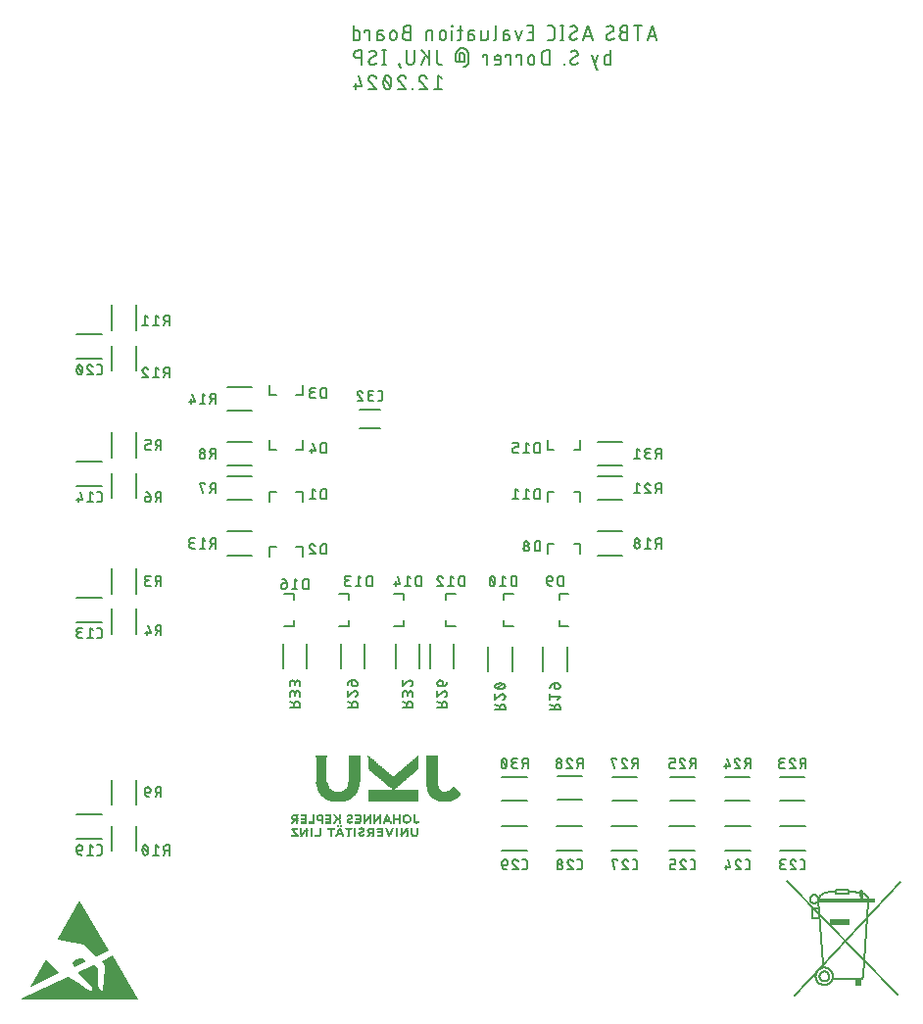
<source format=gbr>
G04 EAGLE Gerber RS-274X export*
G75*
%MOMM*%
%FSLAX34Y34*%
%LPD*%
%INSilkscreen Bottom*%
%IPPOS*%
%AMOC8*
5,1,8,0,0,1.08239X$1,22.5*%
G01*
G04 Define Apertures*
%ADD10R,0.050800X0.025400*%
%ADD11R,0.177800X0.025400*%
%ADD12R,0.025400X0.025400*%
%ADD13R,0.127000X0.025400*%
%ADD14R,0.330200X0.025400*%
%ADD15R,0.152400X0.025400*%
%ADD16R,0.558800X0.025400*%
%ADD17R,0.355600X0.025400*%
%ADD18R,0.508000X0.025400*%
%ADD19R,0.609600X0.025400*%
%ADD20R,0.431800X0.025400*%
%ADD21R,0.406400X0.025400*%
%ADD22R,0.482600X0.025400*%
%ADD23R,0.533400X0.025400*%
%ADD24R,0.203200X0.025400*%
%ADD25R,0.228600X0.025400*%
%ADD26R,0.457200X0.025400*%
%ADD27R,0.254000X0.025400*%
%ADD28R,0.101600X0.025400*%
%ADD29R,0.279400X0.025400*%
%ADD30R,0.584200X0.025400*%
%ADD31R,0.304800X0.025400*%
%ADD32R,0.381000X0.025400*%
%ADD33R,0.076200X0.025400*%
%ADD34R,0.711200X0.025400*%
%ADD35R,0.863600X0.025400*%
%ADD36R,1.041400X0.025400*%
%ADD37R,1.066800X0.025400*%
%ADD38R,4.318000X0.025400*%
%ADD39R,1.219200X0.025400*%
%ADD40R,1.422400X0.025400*%
%ADD41R,1.346200X0.025400*%
%ADD42R,1.574800X0.025400*%
%ADD43R,1.473200X0.025400*%
%ADD44R,1.727200X0.025400*%
%ADD45R,1.600200X0.025400*%
%ADD46R,1.828800X0.025400*%
%ADD47R,1.676400X0.025400*%
%ADD48R,1.930400X0.025400*%
%ADD49R,1.803400X0.025400*%
%ADD50R,2.032000X0.025400*%
%ADD51R,1.879600X0.025400*%
%ADD52R,2.159000X0.025400*%
%ADD53R,1.955800X0.025400*%
%ADD54R,2.209800X0.025400*%
%ADD55R,2.006600X0.025400*%
%ADD56R,2.286000X0.025400*%
%ADD57R,2.057400X0.025400*%
%ADD58R,2.387600X0.025400*%
%ADD59R,2.438400X0.025400*%
%ADD60R,2.489200X0.025400*%
%ADD61R,2.260600X0.025400*%
%ADD62R,2.590800X0.025400*%
%ADD63R,2.336800X0.025400*%
%ADD64R,2.616200X0.025400*%
%ADD65R,2.692400X0.025400*%
%ADD66R,2.413000X0.025400*%
%ADD67R,2.717800X0.025400*%
%ADD68R,2.463800X0.025400*%
%ADD69R,2.794000X0.025400*%
%ADD70R,2.514600X0.025400*%
%ADD71R,2.844800X0.025400*%
%ADD72R,2.565400X0.025400*%
%ADD73R,2.895600X0.025400*%
%ADD74R,2.946400X0.025400*%
%ADD75R,2.641600X0.025400*%
%ADD76R,2.971800X0.025400*%
%ADD77R,3.022600X0.025400*%
%ADD78R,3.048000X0.025400*%
%ADD79R,3.098800X0.025400*%
%ADD80R,3.124200X0.025400*%
%ADD81R,2.667000X0.025400*%
%ADD82R,3.149600X0.025400*%
%ADD83R,3.200400X0.025400*%
%ADD84R,3.225800X0.025400*%
%ADD85R,3.251200X0.025400*%
%ADD86R,3.276600X0.025400*%
%ADD87R,1.524000X0.025400*%
%ADD88R,1.498600X0.025400*%
%ADD89R,0.990600X0.025400*%
%ADD90R,1.244600X0.025400*%
%ADD91R,1.371600X0.025400*%
%ADD92R,0.838200X0.025400*%
%ADD93R,1.193800X0.025400*%
%ADD94R,1.320800X0.025400*%
%ADD95R,1.295400X0.025400*%
%ADD96R,0.787400X0.025400*%
%ADD97R,1.143000X0.025400*%
%ADD98R,1.117600X0.025400*%
%ADD99R,0.635000X0.025400*%
%ADD100R,1.092200X0.025400*%
%ADD101R,1.168400X0.025400*%
%ADD102R,1.016000X0.025400*%
%ADD103R,0.965200X0.025400*%
%ADD104R,0.660400X0.025400*%
%ADD105R,0.762000X0.025400*%
%ADD106R,0.889000X0.025400*%
%ADD107R,0.939800X0.025400*%
%ADD108R,1.549400X0.025400*%
%ADD109R,0.914400X0.025400*%
%ADD110R,1.778000X0.025400*%
%ADD111R,1.905000X0.025400*%
%ADD112R,2.082800X0.025400*%
%ADD113R,2.133600X0.025400*%
%ADD114R,2.184400X0.025400*%
%ADD115R,2.362200X0.025400*%
%ADD116R,2.540000X0.025400*%
%ADD117R,1.270000X0.025400*%
%ADD118R,0.812800X0.025400*%
%ADD119R,0.736600X0.025400*%
%ADD120R,0.685800X0.025400*%
%ADD121C,0.203200*%
%ADD122C,0.127000*%
%ADD123C,0.152400*%
%ADD124C,0.166400*%
%ADD125R,4.886800X0.353500*%
%ADD126R,1.684300X0.582200*%
%ADD127R,0.582300X0.561400*%
G36*
X196184Y53045D02*
X195677Y55072D01*
X196704Y56611D01*
X198186Y57600D01*
X202968Y59034D01*
X204019Y59034D01*
X207705Y56401D01*
X197262Y51428D01*
X196184Y53045D01*
G37*
G36*
X159342Y34723D02*
X172787Y58252D01*
X183437Y46633D01*
X183437Y45923D01*
X159578Y34470D01*
X159342Y34723D01*
G37*
G36*
X205668Y69943D02*
X205244Y70366D01*
X182496Y74632D01*
X182496Y75833D01*
X201587Y108766D01*
X226429Y65771D01*
X216728Y60921D01*
X215639Y60921D01*
X205668Y69943D01*
G37*
G36*
X151854Y24537D02*
X191165Y42534D01*
X192226Y42534D01*
X196057Y40139D01*
X200307Y37307D01*
X203604Y34953D01*
X207365Y32602D01*
X210606Y30749D01*
X211390Y30749D01*
X211765Y31124D01*
X212195Y31984D01*
X212195Y33288D01*
X211283Y35110D01*
X209422Y37902D01*
X200410Y45966D01*
X200410Y46690D01*
X213319Y52905D01*
X214908Y52905D01*
X217379Y49446D01*
X217379Y40427D01*
X217846Y36222D01*
X218776Y33433D01*
X219683Y31618D01*
X220986Y30749D01*
X221640Y30749D01*
X223037Y49380D01*
X223037Y53087D01*
X222595Y53972D01*
X221052Y56543D01*
X230440Y60990D01*
X251961Y23208D01*
X151854Y23208D01*
X151854Y24537D01*
G37*
D10*
X491108Y163438D03*
D11*
X491235Y163692D03*
D12*
X485393Y163692D03*
X484377Y163692D03*
X480059Y163692D03*
X476249Y163692D03*
D13*
X469391Y163692D03*
D12*
X463803Y163692D03*
X455929Y163692D03*
X454913Y163692D03*
X450087Y163692D03*
D11*
X445261Y163692D03*
D12*
X434593Y163692D03*
X433577Y163692D03*
X429513Y163692D03*
X405129Y163692D03*
X402843Y163692D03*
X401827Y163692D03*
X398779Y163692D03*
X397763Y163692D03*
X392683Y163692D03*
D14*
X491235Y163946D03*
D13*
X484885Y163946D03*
D15*
X479678Y163946D03*
D13*
X475741Y163946D03*
X469391Y163946D03*
D16*
X461136Y163946D03*
D13*
X455421Y163946D03*
D15*
X450976Y163946D03*
D17*
X445388Y163946D03*
D13*
X439673Y163946D03*
X434085Y163946D03*
X429513Y163946D03*
X423417Y163946D03*
D15*
X418972Y163946D03*
D18*
X407542Y163946D03*
D13*
X402335Y163946D03*
X398271Y163946D03*
X393191Y163946D03*
D19*
X387476Y163946D03*
D20*
X491235Y164200D03*
D13*
X484885Y164200D03*
D11*
X479805Y164200D03*
D13*
X475741Y164200D03*
D11*
X469391Y164200D03*
D16*
X461136Y164200D03*
D13*
X455421Y164200D03*
D15*
X451230Y164200D03*
D21*
X445388Y164200D03*
D13*
X439673Y164200D03*
X434085Y164200D03*
X429259Y164200D03*
D15*
X423544Y164200D03*
X418972Y164200D03*
D18*
X407542Y164200D03*
D13*
X402335Y164200D03*
X398271Y164200D03*
D15*
X393318Y164200D03*
D19*
X387476Y164200D03*
D22*
X491235Y164454D03*
D13*
X484885Y164454D03*
D11*
X479805Y164454D03*
D13*
X475741Y164454D03*
D11*
X469391Y164454D03*
D23*
X461263Y164454D03*
D13*
X455421Y164454D03*
D15*
X451230Y164454D03*
D22*
X445515Y164454D03*
D13*
X439673Y164454D03*
X434085Y164454D03*
X429259Y164454D03*
X423671Y164454D03*
D15*
X418972Y164454D03*
D18*
X407542Y164454D03*
D13*
X402335Y164454D03*
X398271Y164454D03*
D11*
X393445Y164454D03*
D19*
X387476Y164454D03*
D18*
X491108Y164708D03*
D13*
X484885Y164708D03*
D24*
X479932Y164708D03*
D13*
X475741Y164708D03*
D25*
X469391Y164708D03*
D23*
X461263Y164708D03*
D13*
X455421Y164708D03*
D15*
X451484Y164708D03*
D10*
X447928Y164708D03*
D26*
X445134Y164708D03*
D13*
X439673Y164708D03*
X434085Y164708D03*
D15*
X429132Y164708D03*
D13*
X423671Y164708D03*
D15*
X418972Y164708D03*
D18*
X407542Y164708D03*
D13*
X402335Y164708D03*
X398271Y164708D03*
D11*
X393445Y164708D03*
D19*
X387476Y164708D03*
D11*
X493013Y164962D03*
X489457Y164962D03*
D13*
X484885Y164962D03*
D25*
X480059Y164962D03*
D13*
X475741Y164962D03*
D25*
X469391Y164962D03*
D15*
X463168Y164962D03*
D13*
X455421Y164962D03*
D15*
X451738Y164962D03*
X447166Y164962D03*
X443356Y164962D03*
D13*
X439673Y164962D03*
X434085Y164962D03*
X429005Y164962D03*
D15*
X423798Y164962D03*
X418972Y164962D03*
X409320Y164962D03*
D13*
X402335Y164962D03*
X398271Y164962D03*
D24*
X393572Y164962D03*
D11*
X389381Y164962D03*
D15*
X493140Y165216D03*
X489076Y165216D03*
D13*
X484885Y165216D03*
D27*
X480186Y165216D03*
D13*
X475741Y165216D03*
D27*
X469518Y165216D03*
D13*
X463295Y165216D03*
X455421Y165216D03*
D15*
X451738Y165216D03*
D28*
X447166Y165216D03*
D15*
X443356Y165216D03*
D13*
X439673Y165216D03*
X434085Y165216D03*
X429005Y165216D03*
X423925Y165216D03*
D15*
X418972Y165216D03*
D13*
X409447Y165216D03*
X402335Y165216D03*
X398271Y165216D03*
D25*
X393699Y165216D03*
D15*
X389254Y165216D03*
X493394Y165470D03*
X489076Y165470D03*
D13*
X484885Y165470D03*
D29*
X480313Y165470D03*
D13*
X475741Y165470D03*
D29*
X469391Y165470D03*
D13*
X463295Y165470D03*
X455421Y165470D03*
D15*
X451992Y165470D03*
D12*
X447293Y165470D03*
D13*
X443229Y165470D03*
X439673Y165470D03*
X434085Y165470D03*
D19*
X426338Y165470D03*
D15*
X418972Y165470D03*
X409320Y165470D03*
D13*
X402335Y165470D03*
X398271Y165470D03*
D27*
X393826Y165470D03*
D15*
X389000Y165470D03*
D13*
X493521Y165724D03*
D15*
X488822Y165724D03*
D13*
X484885Y165724D03*
D29*
X480313Y165724D03*
D13*
X475741Y165724D03*
D15*
X470280Y165724D03*
D13*
X468629Y165724D03*
X463295Y165724D03*
X455421Y165724D03*
D15*
X452246Y165724D03*
D13*
X443229Y165724D03*
X439673Y165724D03*
X434085Y165724D03*
D30*
X426465Y165724D03*
D15*
X418972Y165724D03*
X409320Y165724D03*
D13*
X402335Y165724D03*
X398271Y165724D03*
D29*
X393953Y165724D03*
D11*
X388873Y165724D03*
D15*
X493648Y165978D03*
X488822Y165978D03*
D13*
X484885Y165978D03*
D31*
X480440Y165978D03*
D13*
X475741Y165978D03*
X470407Y165978D03*
X468629Y165978D03*
X463295Y165978D03*
X455421Y165978D03*
X452373Y165978D03*
D15*
X443356Y165978D03*
D13*
X439673Y165978D03*
X434085Y165978D03*
D16*
X426338Y165978D03*
D15*
X418972Y165978D03*
X409320Y165978D03*
D13*
X402335Y165978D03*
X398271Y165978D03*
D29*
X393953Y165978D03*
D15*
X388746Y165978D03*
X493648Y166232D03*
X488822Y166232D03*
D13*
X484885Y166232D03*
D14*
X480567Y166232D03*
D13*
X475741Y166232D03*
X470407Y166232D03*
X468375Y166232D03*
X463295Y166232D03*
D20*
X453897Y166232D03*
D15*
X443356Y166232D03*
D13*
X439673Y166232D03*
X434085Y166232D03*
D23*
X426465Y166232D03*
D15*
X418972Y166232D03*
X409320Y166232D03*
D13*
X402335Y166232D03*
X398271Y166232D03*
D31*
X394080Y166232D03*
D15*
X388492Y166232D03*
X493648Y166486D03*
D13*
X488695Y166486D03*
X484885Y166486D03*
D11*
X481583Y166486D03*
D15*
X479678Y166486D03*
D13*
X475741Y166486D03*
D15*
X470534Y166486D03*
D13*
X468375Y166486D03*
X463295Y166486D03*
D26*
X453770Y166486D03*
D24*
X443610Y166486D03*
D13*
X439673Y166486D03*
X434085Y166486D03*
D23*
X426465Y166486D03*
D15*
X418972Y166486D03*
X409320Y166486D03*
D13*
X402335Y166486D03*
X398271Y166486D03*
D15*
X395096Y166486D03*
D13*
X393191Y166486D03*
D15*
X388238Y166486D03*
X493648Y166740D03*
D13*
X488695Y166740D03*
X484885Y166740D03*
D15*
X481710Y166740D03*
X479678Y166740D03*
D13*
X475741Y166740D03*
X470661Y166740D03*
D15*
X468248Y166740D03*
X463168Y166740D03*
D18*
X453516Y166740D03*
D25*
X444499Y166740D03*
D12*
X442975Y166740D03*
D13*
X439673Y166740D03*
X434085Y166740D03*
X428243Y166740D03*
D15*
X424560Y166740D03*
X418972Y166740D03*
X409320Y166740D03*
D13*
X402335Y166740D03*
X398271Y166740D03*
D11*
X395223Y166740D03*
D13*
X393191Y166740D03*
D15*
X387984Y166740D03*
X493648Y166994D03*
D13*
X488695Y166994D03*
X484885Y166994D03*
D15*
X481964Y166994D03*
X479678Y166994D03*
D13*
X475741Y166994D03*
X470661Y166994D03*
X468121Y166994D03*
D22*
X461517Y166994D03*
D23*
X453389Y166994D03*
D14*
X444753Y166994D03*
D13*
X439673Y166994D03*
X434085Y166994D03*
X428243Y166994D03*
X424687Y166994D03*
D15*
X418972Y166994D03*
X409320Y166994D03*
D13*
X402335Y166994D03*
X398271Y166994D03*
D15*
X395350Y166994D03*
D13*
X393191Y166994D03*
D15*
X387730Y166994D03*
X493648Y167248D03*
D13*
X488695Y167248D03*
X484885Y167248D03*
D11*
X482091Y167248D03*
D15*
X479678Y167248D03*
D13*
X475741Y167248D03*
D15*
X470788Y167248D03*
D13*
X468121Y167248D03*
D22*
X461517Y167248D03*
D15*
X455294Y167248D03*
D32*
X452373Y167248D03*
D17*
X445134Y167248D03*
D13*
X439673Y167248D03*
X434085Y167248D03*
X427989Y167248D03*
X424687Y167248D03*
D15*
X418972Y167248D03*
X409320Y167248D03*
D13*
X402335Y167248D03*
X398271Y167248D03*
D15*
X395604Y167248D03*
D13*
X393191Y167248D03*
D15*
X387476Y167248D03*
X493648Y167502D03*
D13*
X488695Y167502D03*
X484885Y167502D03*
D11*
X482345Y167502D03*
D15*
X479678Y167502D03*
D13*
X475741Y167502D03*
X470915Y167502D03*
D15*
X467994Y167502D03*
D22*
X461517Y167502D03*
D13*
X455421Y167502D03*
D24*
X451230Y167502D03*
D32*
X445515Y167502D03*
D13*
X439673Y167502D03*
X434085Y167502D03*
X427989Y167502D03*
X424941Y167502D03*
D15*
X418972Y167502D03*
X409320Y167502D03*
D13*
X402335Y167502D03*
X398271Y167502D03*
D11*
X395731Y167502D03*
D13*
X393191Y167502D03*
D15*
X387222Y167502D03*
X493648Y167756D03*
D13*
X488695Y167756D03*
X484885Y167756D03*
D15*
X482472Y167756D03*
X479678Y167756D03*
D13*
X475741Y167756D03*
D15*
X471042Y167756D03*
D13*
X467867Y167756D03*
D22*
X461517Y167756D03*
D13*
X455421Y167756D03*
D15*
X450976Y167756D03*
D17*
X445896Y167756D03*
D13*
X439673Y167756D03*
X434085Y167756D03*
X427735Y167756D03*
D15*
X425068Y167756D03*
X418972Y167756D03*
X409320Y167756D03*
D13*
X402335Y167756D03*
X398271Y167756D03*
D11*
X395985Y167756D03*
D13*
X393191Y167756D03*
D11*
X387095Y167756D03*
D15*
X493648Y168010D03*
D13*
X488695Y168010D03*
X484885Y168010D03*
D15*
X482726Y168010D03*
X479678Y168010D03*
D13*
X475741Y168010D03*
D15*
X471042Y168010D03*
X467740Y168010D03*
X463168Y168010D03*
D13*
X455421Y168010D03*
X450849Y168010D03*
D27*
X446404Y168010D03*
D13*
X439673Y168010D03*
X434085Y168010D03*
X427735Y168010D03*
X425195Y168010D03*
D15*
X418972Y168010D03*
X409320Y168010D03*
D13*
X402335Y168010D03*
X398271Y168010D03*
D15*
X396112Y168010D03*
D13*
X393191Y168010D03*
D11*
X386841Y168010D03*
D15*
X493648Y168264D03*
D13*
X488695Y168264D03*
X484885Y168264D03*
D15*
X482980Y168264D03*
X479678Y168264D03*
D13*
X475741Y168264D03*
X471169Y168264D03*
X467613Y168264D03*
X463295Y168264D03*
X455421Y168264D03*
X450849Y168264D03*
D24*
X446912Y168264D03*
D13*
X439673Y168264D03*
X434085Y168264D03*
D15*
X427608Y168264D03*
D13*
X425195Y168264D03*
D15*
X418972Y168264D03*
X409320Y168264D03*
D13*
X402335Y168264D03*
X398271Y168264D03*
D15*
X396366Y168264D03*
D13*
X393191Y168264D03*
D15*
X386714Y168264D03*
X493648Y168518D03*
D13*
X488695Y168518D03*
D14*
X483869Y168518D03*
D15*
X479678Y168518D03*
D13*
X475741Y168518D03*
D15*
X471296Y168518D03*
X467486Y168518D03*
D13*
X463295Y168518D03*
X455421Y168518D03*
D15*
X450722Y168518D03*
X447166Y168518D03*
D13*
X439673Y168518D03*
X434085Y168518D03*
X427481Y168518D03*
D15*
X425322Y168518D03*
X418972Y168518D03*
X409320Y168518D03*
D13*
X402335Y168518D03*
D31*
X397382Y168518D03*
D13*
X393191Y168518D03*
D28*
X386714Y168518D03*
D12*
X385825Y168518D03*
D15*
X493648Y168772D03*
D13*
X488695Y168772D03*
D31*
X483996Y168772D03*
D15*
X479678Y168772D03*
D13*
X475741Y168772D03*
D15*
X471296Y168772D03*
X467486Y168772D03*
D13*
X463295Y168772D03*
X455421Y168772D03*
D15*
X450722Y168772D03*
D13*
X447293Y168772D03*
X439673Y168772D03*
X434085Y168772D03*
X427481Y168772D03*
X425449Y168772D03*
D15*
X418972Y168772D03*
X409320Y168772D03*
D13*
X402335Y168772D03*
D31*
X397382Y168772D03*
D13*
X393191Y168772D03*
D15*
X386206Y168772D03*
X493648Y169026D03*
D13*
X488695Y169026D03*
D29*
X484123Y169026D03*
D15*
X479678Y169026D03*
D13*
X475741Y169026D03*
D15*
X471550Y169026D03*
D13*
X467359Y169026D03*
X463295Y169026D03*
X455421Y169026D03*
X450849Y169026D03*
X447293Y169026D03*
X439673Y169026D03*
X434085Y169026D03*
X427227Y169026D03*
X425449Y169026D03*
D15*
X418972Y169026D03*
X409320Y169026D03*
D13*
X402335Y169026D03*
D29*
X397509Y169026D03*
D13*
X393191Y169026D03*
D15*
X385952Y169026D03*
X493648Y169280D03*
D13*
X488695Y169280D03*
D27*
X484250Y169280D03*
D15*
X479678Y169280D03*
D13*
X475741Y169280D03*
D15*
X471550Y169280D03*
X467232Y169280D03*
D13*
X463295Y169280D03*
X455421Y169280D03*
D15*
X450976Y169280D03*
D13*
X447293Y169280D03*
X439673Y169280D03*
X434085Y169280D03*
D29*
X426465Y169280D03*
D13*
X418845Y169280D03*
D15*
X409320Y169280D03*
D13*
X402335Y169280D03*
D27*
X397636Y169280D03*
D13*
X393191Y169280D03*
D15*
X385698Y169280D03*
X493648Y169534D03*
D13*
X488695Y169534D03*
D27*
X484250Y169534D03*
D15*
X479678Y169534D03*
D13*
X475741Y169534D03*
X471677Y169534D03*
D15*
X467232Y169534D03*
D13*
X463295Y169534D03*
X455421Y169534D03*
D11*
X451103Y169534D03*
D15*
X447166Y169534D03*
D33*
X443737Y169534D03*
D13*
X439673Y169534D03*
D15*
X433958Y169534D03*
D29*
X426465Y169534D03*
D15*
X418972Y169534D03*
X409320Y169534D03*
D13*
X402335Y169534D03*
D25*
X397763Y169534D03*
D13*
X393191Y169534D03*
D28*
X385952Y169534D03*
D10*
X384936Y169534D03*
D13*
X493775Y169788D03*
X488695Y169788D03*
D25*
X484377Y169788D03*
D15*
X479678Y169788D03*
D13*
X475741Y169788D03*
D15*
X471804Y169788D03*
X466978Y169788D03*
D21*
X461898Y169788D03*
D12*
X458723Y169788D03*
D16*
X453262Y169788D03*
D15*
X446912Y169788D03*
X443864Y169788D03*
D13*
X439673Y169788D03*
D30*
X434085Y169788D03*
D11*
X426719Y169788D03*
D12*
X425449Y169788D03*
D19*
X418972Y169788D03*
D15*
X409320Y169788D03*
D13*
X402335Y169788D03*
D25*
X397763Y169788D03*
D13*
X393191Y169788D03*
D15*
X385444Y169788D03*
X493648Y170042D03*
D13*
X488695Y170042D03*
D24*
X484504Y170042D03*
D15*
X479678Y170042D03*
D13*
X475741Y170042D03*
D15*
X471804Y170042D03*
X466978Y170042D03*
D23*
X461263Y170042D03*
D16*
X453262Y170042D03*
D26*
X445388Y170042D03*
D13*
X439673Y170042D03*
D30*
X434085Y170042D03*
D24*
X426338Y170042D03*
D19*
X418972Y170042D03*
D15*
X409320Y170042D03*
D13*
X402335Y170042D03*
D24*
X397890Y170042D03*
D13*
X393191Y170042D03*
D30*
X387349Y170042D03*
D15*
X493648Y170296D03*
D13*
X488695Y170296D03*
D11*
X484631Y170296D03*
D15*
X479678Y170296D03*
D13*
X475741Y170296D03*
D15*
X472058Y170296D03*
D13*
X466851Y170296D03*
D23*
X461263Y170296D03*
X453389Y170296D03*
D20*
X445261Y170296D03*
D13*
X439673Y170296D03*
D19*
X433958Y170296D03*
D11*
X426465Y170296D03*
D19*
X418972Y170296D03*
D15*
X409320Y170296D03*
X402208Y170296D03*
D11*
X398017Y170296D03*
D13*
X393191Y170296D03*
D30*
X387349Y170296D03*
D15*
X493648Y170550D03*
D13*
X488695Y170550D03*
D15*
X484758Y170550D03*
X479678Y170550D03*
D13*
X475741Y170550D03*
D15*
X472058Y170550D03*
X466724Y170550D03*
D23*
X461263Y170550D03*
D22*
X453643Y170550D03*
D32*
X445261Y170550D03*
D13*
X439673Y170550D03*
D30*
X434085Y170550D03*
D11*
X426465Y170550D03*
D19*
X418972Y170550D03*
D15*
X409320Y170550D03*
D13*
X402335Y170550D03*
D15*
X398144Y170550D03*
D13*
X393191Y170550D03*
D30*
X387349Y170550D03*
D15*
X493648Y170804D03*
D13*
X488695Y170804D03*
D15*
X484758Y170804D03*
X479678Y170804D03*
D13*
X475741Y170804D03*
D11*
X472185Y170804D03*
D15*
X466724Y170804D03*
D23*
X461263Y170804D03*
D20*
X453897Y170804D03*
D29*
X445261Y170804D03*
D13*
X439673Y170804D03*
D30*
X434085Y170804D03*
D15*
X426338Y170804D03*
D19*
X418972Y170804D03*
D13*
X409447Y170804D03*
X402335Y170804D03*
D15*
X398144Y170804D03*
D13*
X393191Y170804D03*
D30*
X387349Y170804D03*
D13*
X445261Y171058D03*
D15*
X427608Y172074D03*
D13*
X425195Y172074D03*
X427481Y172328D03*
X425195Y172328D03*
X427481Y172582D03*
X425195Y172582D03*
X427481Y172836D03*
X425195Y172836D03*
D11*
X492759Y175122D03*
D25*
X484377Y175122D03*
D13*
X478281Y175122D03*
X473455Y175122D03*
X470661Y175122D03*
X464565Y175122D03*
X461517Y175122D03*
X456437Y175122D03*
X452881Y175122D03*
D28*
X447674Y175122D03*
D23*
X442213Y175122D03*
D24*
X434974Y175122D03*
D13*
X426465Y175122D03*
D15*
X421512Y175122D03*
D23*
X416305Y175122D03*
D15*
X411098Y175122D03*
D18*
X401954Y175122D03*
D16*
X395096Y175122D03*
D15*
X389762Y175122D03*
X385190Y175122D03*
D31*
X492632Y175376D03*
D17*
X484504Y175376D03*
D13*
X478281Y175376D03*
X473455Y175376D03*
X470661Y175376D03*
X464565Y175376D03*
X461517Y175376D03*
X456437Y175376D03*
X452881Y175376D03*
X447801Y175376D03*
D23*
X442213Y175376D03*
D17*
X435228Y175376D03*
D13*
X426465Y175376D03*
D15*
X421766Y175376D03*
D16*
X416432Y175376D03*
D15*
X411098Y175376D03*
D18*
X401954Y175376D03*
D16*
X395096Y175376D03*
D15*
X389762Y175376D03*
D13*
X385317Y175376D03*
D31*
X492886Y175630D03*
D12*
X490981Y175630D03*
D26*
X484504Y175630D03*
D13*
X478281Y175630D03*
D15*
X473582Y175630D03*
D13*
X470407Y175630D03*
D15*
X464692Y175630D03*
D13*
X461517Y175630D03*
D12*
X457199Y175630D03*
D28*
X456310Y175630D03*
D13*
X452881Y175630D03*
D15*
X447928Y175630D03*
D23*
X442213Y175630D03*
D20*
X435355Y175630D03*
D13*
X426465Y175630D03*
D11*
X421893Y175630D03*
D16*
X416432Y175630D03*
D15*
X411098Y175630D03*
D18*
X401954Y175630D03*
D16*
X395096Y175630D03*
D15*
X389762Y175630D03*
X385444Y175630D03*
D20*
X492759Y175884D03*
D18*
X484504Y175884D03*
D13*
X478281Y175884D03*
D15*
X473582Y175884D03*
X470280Y175884D03*
D13*
X464819Y175884D03*
X461517Y175884D03*
D11*
X456691Y175884D03*
D13*
X452881Y175884D03*
D11*
X448055Y175884D03*
D23*
X442213Y175884D03*
D18*
X435228Y175884D03*
D13*
X426465Y175884D03*
D15*
X422020Y175884D03*
D16*
X416432Y175884D03*
D15*
X411098Y175884D03*
D18*
X401954Y175884D03*
D16*
X395096Y175884D03*
D15*
X389762Y175884D03*
X385698Y175884D03*
D20*
X492505Y176138D03*
D16*
X484504Y176138D03*
D13*
X478281Y176138D03*
D15*
X473582Y176138D03*
X470280Y176138D03*
X464946Y176138D03*
D13*
X461517Y176138D03*
D11*
X456691Y176138D03*
D13*
X452881Y176138D03*
D11*
X448055Y176138D03*
D23*
X442213Y176138D03*
X435355Y176138D03*
D13*
X426465Y176138D03*
D15*
X422274Y176138D03*
D16*
X416432Y176138D03*
D15*
X411098Y176138D03*
D18*
X401954Y176138D03*
D23*
X395223Y176138D03*
D15*
X389762Y176138D03*
D13*
X385825Y176138D03*
D28*
X493902Y176392D03*
D15*
X491108Y176392D03*
D24*
X486536Y176392D03*
X482472Y176392D03*
D13*
X478281Y176392D03*
D15*
X473582Y176392D03*
D13*
X470153Y176392D03*
X465073Y176392D03*
X461517Y176392D03*
D24*
X456818Y176392D03*
D13*
X452881Y176392D03*
D24*
X448182Y176392D03*
D13*
X444245Y176392D03*
D15*
X437006Y176392D03*
X433196Y176392D03*
D13*
X426465Y176392D03*
D11*
X422401Y176392D03*
D15*
X418464Y176392D03*
X411098Y176392D03*
X403732Y176392D03*
X397128Y176392D03*
X389762Y176392D03*
X385952Y176392D03*
D12*
X494029Y176646D03*
D15*
X490854Y176646D03*
D11*
X486917Y176646D03*
X482091Y176646D03*
D13*
X478281Y176646D03*
D15*
X473582Y176646D03*
X470026Y176646D03*
D13*
X465073Y176646D03*
X461517Y176646D03*
D25*
X456945Y176646D03*
D13*
X452881Y176646D03*
D25*
X448309Y176646D03*
D13*
X444245Y176646D03*
D33*
X437133Y176646D03*
D15*
X433196Y176646D03*
D13*
X426465Y176646D03*
D15*
X422528Y176646D03*
D13*
X418591Y176646D03*
D15*
X411098Y176646D03*
D13*
X403859Y176646D03*
X397255Y176646D03*
D15*
X389762Y176646D03*
X386206Y176646D03*
X490854Y176900D03*
X487044Y176900D03*
X481964Y176900D03*
D13*
X478281Y176900D03*
D15*
X473582Y176900D03*
D19*
X467486Y176900D03*
D13*
X461517Y176900D03*
D27*
X457072Y176900D03*
D13*
X452881Y176900D03*
D10*
X449452Y176900D03*
D11*
X448055Y176900D03*
D13*
X444245Y176900D03*
D12*
X437133Y176900D03*
D13*
X433069Y176900D03*
X426465Y176900D03*
D15*
X422782Y176900D03*
X418464Y176900D03*
X411098Y176900D03*
D13*
X403859Y176900D03*
X397255Y176900D03*
D15*
X389762Y176900D03*
X386460Y176900D03*
X490854Y177154D03*
X487298Y177154D03*
X481710Y177154D03*
D13*
X478281Y177154D03*
D15*
X473582Y177154D03*
D30*
X467613Y177154D03*
D13*
X461517Y177154D03*
D29*
X457199Y177154D03*
D13*
X452881Y177154D03*
D29*
X448563Y177154D03*
D13*
X444245Y177154D03*
X433069Y177154D03*
X426465Y177154D03*
D15*
X423036Y177154D03*
X418464Y177154D03*
X411098Y177154D03*
D13*
X403859Y177154D03*
X397255Y177154D03*
X389889Y177154D03*
D15*
X386460Y177154D03*
X490854Y177408D03*
X487298Y177408D03*
X481710Y177408D03*
D13*
X478281Y177408D03*
D15*
X473582Y177408D03*
D16*
X467486Y177408D03*
D13*
X461517Y177408D03*
D31*
X457326Y177408D03*
D13*
X452881Y177408D03*
D29*
X448563Y177408D03*
D13*
X444245Y177408D03*
X433069Y177408D03*
X426465Y177408D03*
D15*
X423290Y177408D03*
X418464Y177408D03*
X411098Y177408D03*
X409320Y177408D03*
D13*
X403859Y177408D03*
D15*
X397128Y177408D03*
X389762Y177408D03*
X386714Y177408D03*
X490854Y177662D03*
X487552Y177662D03*
X481456Y177662D03*
D13*
X478281Y177662D03*
D15*
X473582Y177662D03*
D23*
X467613Y177662D03*
D13*
X461517Y177662D03*
D31*
X457326Y177662D03*
D13*
X452881Y177662D03*
D12*
X450087Y177662D03*
D27*
X448436Y177662D03*
D13*
X444245Y177662D03*
D11*
X433323Y177662D03*
D15*
X426338Y177662D03*
D11*
X423417Y177662D03*
D15*
X418464Y177662D03*
D20*
X409701Y177662D03*
D13*
X403859Y177662D03*
D15*
X397128Y177662D03*
D26*
X388238Y177662D03*
D13*
X490727Y177916D03*
D15*
X487552Y177916D03*
X481456Y177916D03*
D13*
X478281Y177916D03*
X473455Y177916D03*
D15*
X469264Y177916D03*
D14*
X466597Y177916D03*
D13*
X461517Y177916D03*
D15*
X458342Y177916D03*
D13*
X456437Y177916D03*
X452881Y177916D03*
D15*
X449706Y177916D03*
D13*
X447801Y177916D03*
X444245Y177916D03*
D25*
X433577Y177916D03*
D24*
X426084Y177916D03*
D15*
X423544Y177916D03*
D13*
X418591Y177916D03*
D22*
X409447Y177916D03*
D13*
X403859Y177916D03*
X397255Y177916D03*
D22*
X388111Y177916D03*
D13*
X490727Y178170D03*
D15*
X487552Y178170D03*
X481456Y178170D03*
X478154Y178170D03*
D20*
X474979Y178170D03*
D13*
X469391Y178170D03*
D15*
X465708Y178170D03*
D13*
X461517Y178170D03*
D15*
X458596Y178170D03*
D13*
X456437Y178170D03*
X452881Y178170D03*
D15*
X449960Y178170D03*
D13*
X447801Y178170D03*
D15*
X444118Y178170D03*
D12*
X442721Y178170D03*
D28*
X434974Y178170D03*
D15*
X433450Y178170D03*
D24*
X426084Y178170D03*
D15*
X423798Y178170D03*
X418464Y178170D03*
D12*
X417067Y178170D03*
D18*
X409320Y178170D03*
D13*
X403859Y178170D03*
D15*
X397128Y178170D03*
D10*
X393572Y178170D03*
D18*
X387984Y178170D03*
D13*
X490727Y178424D03*
D15*
X487552Y178424D03*
D13*
X481329Y178424D03*
D19*
X475868Y178424D03*
D13*
X469391Y178424D03*
X465835Y178424D03*
X461517Y178424D03*
D11*
X458723Y178424D03*
D13*
X456437Y178424D03*
X452881Y178424D03*
D11*
X450087Y178424D03*
D13*
X447801Y178424D03*
D22*
X442467Y178424D03*
D14*
X434593Y178424D03*
D21*
X425068Y178424D03*
D18*
X416686Y178424D03*
D23*
X409193Y178424D03*
D13*
X403859Y178424D03*
D18*
X395350Y178424D03*
D16*
X387730Y178424D03*
D13*
X490727Y178678D03*
X487679Y178678D03*
X481329Y178678D03*
D19*
X475868Y178678D03*
D13*
X469137Y178678D03*
D15*
X465962Y178678D03*
D13*
X461517Y178678D03*
D15*
X458850Y178678D03*
D13*
X456437Y178678D03*
X452881Y178678D03*
D15*
X450214Y178678D03*
D13*
X447801Y178678D03*
D22*
X442467Y178678D03*
D17*
X434974Y178678D03*
D32*
X425195Y178678D03*
D18*
X416686Y178678D03*
D15*
X411098Y178678D03*
D11*
X407161Y178678D03*
D13*
X403859Y178678D03*
D18*
X395350Y178678D03*
D15*
X389762Y178678D03*
D17*
X386714Y178678D03*
D13*
X490727Y178932D03*
X487679Y178932D03*
X481329Y178932D03*
D19*
X475868Y178932D03*
D13*
X469137Y178932D03*
X466089Y178932D03*
X461517Y178932D03*
D15*
X459104Y178932D03*
D13*
X456437Y178932D03*
X452881Y178932D03*
D15*
X450468Y178932D03*
D13*
X447801Y178932D03*
D22*
X442467Y178932D03*
D17*
X435482Y178932D03*
X425322Y178932D03*
D18*
X416686Y178932D03*
D15*
X411098Y178932D03*
X407034Y178932D03*
D13*
X403859Y178932D03*
D18*
X395350Y178932D03*
D13*
X389889Y178932D03*
D15*
X385444Y178932D03*
D13*
X490727Y179186D03*
D15*
X487552Y179186D03*
X481456Y179186D03*
D19*
X475868Y179186D03*
D13*
X468883Y179186D03*
D15*
X466216Y179186D03*
D13*
X461517Y179186D03*
D15*
X459358Y179186D03*
D13*
X456437Y179186D03*
X452881Y179186D03*
D15*
X450722Y179186D03*
D13*
X447801Y179186D03*
D22*
X442467Y179186D03*
D14*
X435863Y179186D03*
D15*
X426338Y179186D03*
X424560Y179186D03*
D18*
X416686Y179186D03*
D15*
X411098Y179186D03*
X406780Y179186D03*
D13*
X403859Y179186D03*
D18*
X395350Y179186D03*
D15*
X389762Y179186D03*
D13*
X385317Y179186D03*
X490727Y179440D03*
D15*
X487552Y179440D03*
X481456Y179440D03*
D13*
X478281Y179440D03*
D15*
X473582Y179440D03*
D13*
X468883Y179440D03*
X466343Y179440D03*
X461517Y179440D03*
D15*
X459612Y179440D03*
D13*
X456437Y179440D03*
X452881Y179440D03*
D15*
X450976Y179440D03*
D13*
X447801Y179440D03*
X444245Y179440D03*
D25*
X436371Y179440D03*
D13*
X426465Y179440D03*
X424433Y179440D03*
D15*
X418464Y179440D03*
X411098Y179440D03*
X406780Y179440D03*
D13*
X403859Y179440D03*
D15*
X397128Y179440D03*
X389762Y179440D03*
X385190Y179440D03*
D13*
X490727Y179694D03*
D15*
X487552Y179694D03*
X481456Y179694D03*
D13*
X478281Y179694D03*
X473455Y179694D03*
D15*
X468756Y179694D03*
D13*
X466343Y179694D03*
X461517Y179694D03*
D11*
X459739Y179694D03*
D13*
X456437Y179694D03*
X452881Y179694D03*
D15*
X450976Y179694D03*
D13*
X447801Y179694D03*
X444245Y179694D03*
D24*
X436752Y179694D03*
D13*
X426465Y179694D03*
D15*
X424306Y179694D03*
D13*
X418591Y179694D03*
D15*
X411098Y179694D03*
X406780Y179694D03*
D13*
X403859Y179694D03*
X397255Y179694D03*
D15*
X389762Y179694D03*
D13*
X385063Y179694D03*
X490727Y179948D03*
X487425Y179948D03*
D15*
X481456Y179948D03*
D13*
X478281Y179948D03*
D15*
X473582Y179948D03*
D13*
X468629Y179948D03*
X466597Y179948D03*
D31*
X460628Y179948D03*
D13*
X456437Y179948D03*
D31*
X451992Y179948D03*
D13*
X447801Y179948D03*
X444245Y179948D03*
D15*
X437006Y179948D03*
D13*
X426465Y179948D03*
X423925Y179948D03*
D15*
X418464Y179948D03*
X411098Y179948D03*
X406780Y179948D03*
D13*
X403859Y179948D03*
X397255Y179948D03*
D15*
X389762Y179948D03*
D13*
X385063Y179948D03*
X490727Y180202D03*
D15*
X487298Y180202D03*
X481710Y180202D03*
D13*
X478281Y180202D03*
D15*
X473582Y180202D03*
D13*
X468629Y180202D03*
X466597Y180202D03*
D29*
X460755Y180202D03*
D13*
X456437Y180202D03*
D29*
X452119Y180202D03*
D13*
X447801Y180202D03*
X444245Y180202D03*
X437133Y180202D03*
X426465Y180202D03*
X423671Y180202D03*
D15*
X418464Y180202D03*
X411098Y180202D03*
X406780Y180202D03*
D13*
X403859Y180202D03*
X397255Y180202D03*
D15*
X389762Y180202D03*
X385190Y180202D03*
D13*
X490727Y180456D03*
D11*
X487171Y180456D03*
X481837Y180456D03*
D13*
X478281Y180456D03*
D15*
X473582Y180456D03*
D13*
X468375Y180456D03*
X466597Y180456D03*
D27*
X460882Y180456D03*
D13*
X456437Y180456D03*
D29*
X452119Y180456D03*
D13*
X447801Y180456D03*
X444245Y180456D03*
X437133Y180456D03*
X426465Y180456D03*
D15*
X423544Y180456D03*
X418464Y180456D03*
X411098Y180456D03*
X406780Y180456D03*
D13*
X403859Y180456D03*
X397255Y180456D03*
D15*
X389762Y180456D03*
X385190Y180456D03*
D13*
X490727Y180710D03*
D11*
X486917Y180710D03*
X482091Y180710D03*
D13*
X478281Y180710D03*
D15*
X473582Y180710D03*
D29*
X467613Y180710D03*
D27*
X460882Y180710D03*
D13*
X456437Y180710D03*
D27*
X452246Y180710D03*
D13*
X447801Y180710D03*
X444245Y180710D03*
X437133Y180710D03*
D12*
X433323Y180710D03*
D13*
X426465Y180710D03*
X423417Y180710D03*
D15*
X418464Y180710D03*
X411098Y180710D03*
X407034Y180710D03*
D13*
X403859Y180710D03*
X397255Y180710D03*
D15*
X389762Y180710D03*
X385190Y180710D03*
D13*
X490727Y180964D03*
D11*
X486663Y180964D03*
D24*
X482218Y180964D03*
D13*
X478281Y180964D03*
D15*
X473582Y180964D03*
D27*
X467486Y180964D03*
D25*
X461009Y180964D03*
D13*
X456437Y180964D03*
D25*
X452373Y180964D03*
D13*
X447801Y180964D03*
X444245Y180964D03*
D15*
X437006Y180964D03*
D33*
X433577Y180964D03*
D13*
X426465Y180964D03*
D15*
X423036Y180964D03*
D13*
X418591Y180964D03*
D15*
X411098Y180964D03*
D11*
X407161Y180964D03*
D13*
X403859Y180964D03*
X397255Y180964D03*
D15*
X389762Y180964D03*
X385444Y180964D03*
D13*
X490727Y181218D03*
D27*
X486028Y181218D03*
X482726Y181218D03*
D13*
X478281Y181218D03*
D15*
X473582Y181218D03*
D25*
X467613Y181218D03*
D24*
X461136Y181218D03*
D13*
X456437Y181218D03*
D24*
X452500Y181218D03*
D13*
X447801Y181218D03*
D15*
X444118Y181218D03*
D17*
X441324Y181218D03*
D15*
X436752Y181218D03*
D11*
X433831Y181218D03*
D13*
X426465Y181218D03*
D15*
X422782Y181218D03*
X418464Y181218D03*
D14*
X415543Y181218D03*
D15*
X411098Y181218D03*
D17*
X408304Y181218D03*
D13*
X403859Y181218D03*
D15*
X397128Y181218D03*
D17*
X394334Y181218D03*
D15*
X389762Y181218D03*
D21*
X386714Y181218D03*
D13*
X490727Y181472D03*
D16*
X484504Y181472D03*
D13*
X478281Y181472D03*
D15*
X473582Y181472D03*
D25*
X467613Y181472D03*
D11*
X461263Y181472D03*
D13*
X456437Y181472D03*
D11*
X452627Y181472D03*
D13*
X447801Y181472D03*
D23*
X442213Y181472D03*
D20*
X435101Y181472D03*
D13*
X426465Y181472D03*
D15*
X422528Y181472D03*
D16*
X416432Y181472D03*
D23*
X409193Y181472D03*
D13*
X403859Y181472D03*
D16*
X395096Y181472D03*
X387730Y181472D03*
D13*
X490727Y181726D03*
D22*
X484377Y181726D03*
D13*
X478281Y181726D03*
D15*
X473582Y181726D03*
D24*
X467486Y181726D03*
D11*
X461263Y181726D03*
D13*
X456437Y181726D03*
D11*
X452627Y181726D03*
D13*
X447801Y181726D03*
D23*
X442213Y181726D03*
D26*
X434974Y181726D03*
D13*
X426465Y181726D03*
D15*
X422274Y181726D03*
D16*
X416432Y181726D03*
D18*
X409320Y181726D03*
D13*
X403859Y181726D03*
D16*
X395096Y181726D03*
X387730Y181726D03*
D13*
X490727Y181980D03*
D21*
X484504Y181980D03*
D13*
X478281Y181980D03*
D15*
X473582Y181980D03*
D11*
X467613Y181980D03*
D15*
X461390Y181980D03*
D13*
X456437Y181980D03*
D15*
X452754Y181980D03*
D13*
X447801Y181980D03*
D23*
X442213Y181980D03*
D32*
X435101Y181980D03*
D13*
X426465Y181980D03*
D15*
X422020Y181980D03*
D16*
X416432Y181980D03*
D26*
X409574Y181980D03*
D13*
X403859Y181980D03*
D16*
X395096Y181980D03*
D18*
X387984Y181980D03*
D15*
X490854Y182234D03*
D31*
X484504Y182234D03*
D13*
X478281Y182234D03*
D15*
X473582Y182234D03*
X467486Y182234D03*
D13*
X461517Y182234D03*
X456437Y182234D03*
X452881Y182234D03*
X447801Y182234D03*
D23*
X442213Y182234D03*
D29*
X435101Y182234D03*
D13*
X426465Y182234D03*
D15*
X421766Y182234D03*
D16*
X416432Y182234D03*
D21*
X409828Y182234D03*
D13*
X403859Y182234D03*
D16*
X395096Y182234D03*
D20*
X388365Y182234D03*
D28*
X484504Y182488D03*
D12*
X435355Y182488D03*
D23*
X517143Y193918D03*
D34*
X425068Y193918D03*
D35*
X517016Y194172D03*
D36*
X425195Y194172D03*
D37*
X517016Y194426D03*
D38*
X472820Y194426D03*
D39*
X425068Y194426D03*
X517016Y194680D03*
D38*
X472820Y194680D03*
D40*
X425068Y194680D03*
D41*
X517143Y194934D03*
D38*
X472820Y194934D03*
D42*
X425068Y194934D03*
D43*
X517016Y195188D03*
D38*
X472820Y195188D03*
D44*
X425068Y195188D03*
D45*
X517143Y195442D03*
D38*
X472820Y195442D03*
D46*
X425068Y195442D03*
D47*
X517016Y195696D03*
D38*
X472820Y195696D03*
D48*
X425068Y195696D03*
D49*
X517143Y195950D03*
D38*
X472820Y195950D03*
D50*
X425068Y195950D03*
D51*
X517016Y196204D03*
D38*
X472820Y196204D03*
D52*
X424941Y196204D03*
D53*
X517143Y196458D03*
D38*
X472820Y196458D03*
D54*
X424941Y196458D03*
D55*
X517143Y196712D03*
D38*
X472820Y196712D03*
D56*
X425068Y196712D03*
D57*
X517143Y196966D03*
D38*
X472820Y196966D03*
D58*
X425068Y196966D03*
D52*
X517143Y197220D03*
D38*
X472820Y197220D03*
D59*
X425068Y197220D03*
D54*
X517143Y197474D03*
D38*
X472820Y197474D03*
D60*
X425068Y197474D03*
D61*
X517143Y197728D03*
D38*
X472820Y197728D03*
D62*
X425068Y197728D03*
D63*
X517270Y197982D03*
D38*
X472820Y197982D03*
D64*
X424941Y197982D03*
D58*
X517270Y198236D03*
D38*
X472820Y198236D03*
D65*
X425068Y198236D03*
D66*
X517397Y198490D03*
D38*
X472820Y198490D03*
D67*
X424941Y198490D03*
D68*
X517397Y198744D03*
D38*
X472820Y198744D03*
D69*
X425068Y198744D03*
D70*
X517397Y198998D03*
D38*
X472820Y198998D03*
D71*
X425068Y198998D03*
D72*
X517397Y199252D03*
D38*
X472820Y199252D03*
D73*
X425068Y199252D03*
D64*
X517397Y199506D03*
D38*
X472820Y199506D03*
D74*
X425068Y199506D03*
D75*
X517524Y199760D03*
D38*
X472820Y199760D03*
D76*
X424941Y199760D03*
D72*
X518159Y200014D03*
D28*
X504570Y200014D03*
D38*
X472820Y200014D03*
D77*
X424941Y200014D03*
D10*
X512952Y197728D03*
D75*
X517016Y200268D03*
D38*
X472820Y200268D03*
D78*
X425068Y200268D03*
D65*
X517270Y200522D03*
D38*
X472820Y200522D03*
D79*
X425068Y200522D03*
D65*
X517016Y200776D03*
D38*
X472820Y200776D03*
D80*
X424941Y200776D03*
D81*
X516889Y201030D03*
D38*
X472820Y201030D03*
D82*
X425068Y201030D03*
D81*
X516635Y201284D03*
D38*
X472820Y201284D03*
D83*
X425068Y201284D03*
D75*
X516508Y201538D03*
D38*
X472820Y201538D03*
D84*
X424941Y201538D03*
D75*
X516254Y201792D03*
D38*
X472820Y201792D03*
D85*
X425068Y201792D03*
D75*
X516254Y202046D03*
D38*
X472820Y202046D03*
D86*
X424941Y202046D03*
D75*
X516000Y202300D03*
D38*
X472820Y202300D03*
D87*
X433958Y202300D03*
D88*
X416051Y202300D03*
D89*
X524001Y202554D03*
D90*
X509015Y202554D03*
D38*
X472820Y202554D03*
D91*
X434720Y202554D03*
X415162Y202554D03*
D92*
X524509Y202808D03*
D93*
X508761Y202808D03*
D38*
X472820Y202808D03*
D94*
X435228Y202808D03*
D95*
X414781Y202808D03*
D96*
X524509Y203062D03*
D97*
X508253Y203062D03*
D38*
X472820Y203062D03*
D90*
X435609Y203062D03*
X414273Y203062D03*
D34*
X524636Y203316D03*
D98*
X508126Y203316D03*
D38*
X472820Y203316D03*
D39*
X435990Y203316D03*
D93*
X414019Y203316D03*
D99*
X524763Y203570D03*
D100*
X507999Y203570D03*
D101*
X436244Y203570D03*
X413638Y203570D03*
D16*
X524890Y203824D03*
D37*
X507872Y203824D03*
D97*
X436371Y203824D03*
X413511Y203824D03*
D18*
X524890Y204078D03*
D37*
X507618Y204078D03*
D10*
X472820Y204078D03*
D97*
X436625Y204078D03*
X413257Y204078D03*
D20*
X525017Y204332D03*
D36*
X507491Y204332D03*
D13*
X472693Y204332D03*
D100*
X436879Y204332D03*
X413003Y204332D03*
D32*
X525017Y204586D03*
D102*
X507364Y204586D03*
D15*
X472820Y204586D03*
D100*
X437133Y204586D03*
D37*
X412876Y204586D03*
D14*
X525271Y204840D03*
D102*
X507364Y204840D03*
D25*
X472693Y204840D03*
D37*
X437260Y204840D03*
D36*
X412749Y204840D03*
D31*
X525144Y205094D03*
D102*
X507110Y205094D03*
D31*
X472820Y205094D03*
D36*
X437387Y205094D03*
X412495Y205094D03*
D27*
X525144Y205348D03*
D102*
X507110Y205348D03*
D17*
X472820Y205348D03*
D37*
X437514Y205348D03*
D36*
X412495Y205348D03*
D11*
X525271Y205602D03*
D89*
X506983Y205602D03*
D21*
X472820Y205602D03*
D36*
X437641Y205602D03*
D102*
X412368Y205602D03*
D13*
X525271Y205856D03*
D89*
X506983Y205856D03*
D26*
X472820Y205856D03*
D102*
X437768Y205856D03*
X412114Y205856D03*
D28*
X525144Y206110D03*
D89*
X506983Y206110D03*
D23*
X472693Y206110D03*
D36*
X437895Y206110D03*
D89*
X411987Y206110D03*
D10*
X525144Y206364D03*
D103*
X506856Y206364D03*
D19*
X472820Y206364D03*
D102*
X438022Y206364D03*
D89*
X411987Y206364D03*
D103*
X506856Y206618D03*
D104*
X472820Y206618D03*
D89*
X438149Y206618D03*
D103*
X411860Y206618D03*
D89*
X506729Y206872D03*
D34*
X472820Y206872D03*
D89*
X438149Y206872D03*
X411733Y206872D03*
D103*
X506602Y207126D03*
D105*
X472820Y207126D03*
D103*
X438276Y207126D03*
X411606Y207126D03*
X506602Y207380D03*
D92*
X472693Y207380D03*
D89*
X438403Y207380D03*
D103*
X411606Y207380D03*
X506602Y207634D03*
D106*
X472693Y207634D03*
D103*
X438530Y207634D03*
D107*
X411479Y207634D03*
D103*
X506602Y207888D03*
D107*
X472693Y207888D03*
D103*
X438530Y207888D03*
X411352Y207888D03*
X506602Y208142D03*
D102*
X472820Y208142D03*
D103*
X438530Y208142D03*
X411352Y208142D03*
X506602Y208396D03*
D37*
X472820Y208396D03*
D107*
X438657Y208396D03*
X411225Y208396D03*
D103*
X506602Y208650D03*
D98*
X472820Y208650D03*
D107*
X438657Y208650D03*
X411225Y208650D03*
D103*
X506602Y208904D03*
D93*
X472693Y208904D03*
D107*
X438657Y208904D03*
X411225Y208904D03*
D103*
X506602Y209158D03*
D90*
X472693Y209158D03*
D103*
X438784Y209158D03*
D107*
X411225Y209158D03*
D103*
X506602Y209412D03*
D94*
X472820Y209412D03*
D107*
X438911Y209412D03*
X410971Y209412D03*
D103*
X506602Y209666D03*
D41*
X472693Y209666D03*
D107*
X438911Y209666D03*
X410971Y209666D03*
D103*
X506602Y209920D03*
D10*
X479678Y209920D03*
D41*
X472439Y209920D03*
D107*
X438911Y209920D03*
X410971Y209920D03*
D103*
X506602Y210174D03*
D43*
X472820Y210174D03*
D107*
X438911Y210174D03*
X410971Y210174D03*
D103*
X506602Y210428D03*
D108*
X472693Y210428D03*
D107*
X438911Y210428D03*
X410971Y210428D03*
D103*
X506602Y210682D03*
D45*
X472693Y210682D03*
D107*
X438911Y210682D03*
X410971Y210682D03*
D103*
X506602Y210936D03*
D47*
X472820Y210936D03*
D109*
X439038Y210936D03*
X410844Y210936D03*
D103*
X506602Y211190D03*
D44*
X472820Y211190D03*
D109*
X439038Y211190D03*
X410844Y211190D03*
D103*
X506602Y211444D03*
D110*
X472820Y211444D03*
D107*
X439165Y211444D03*
D109*
X410844Y211444D03*
D103*
X506602Y211698D03*
D46*
X472820Y211698D03*
D107*
X439165Y211698D03*
D109*
X410844Y211698D03*
D103*
X506602Y211952D03*
D111*
X472693Y211952D03*
D107*
X439165Y211952D03*
D109*
X410844Y211952D03*
D103*
X506602Y212206D03*
D53*
X472693Y212206D03*
D107*
X439165Y212206D03*
D109*
X410844Y212206D03*
D103*
X506602Y212460D03*
D50*
X472820Y212460D03*
D107*
X439165Y212460D03*
D109*
X410844Y212460D03*
D103*
X506602Y212714D03*
D112*
X472820Y212714D03*
D107*
X439165Y212714D03*
D109*
X410844Y212714D03*
D103*
X506602Y212968D03*
D113*
X472820Y212968D03*
D107*
X439165Y212968D03*
D109*
X410844Y212968D03*
D103*
X506602Y213222D03*
D114*
X472820Y213222D03*
D107*
X439165Y213222D03*
D109*
X410844Y213222D03*
D103*
X506602Y213476D03*
D61*
X472693Y213476D03*
D107*
X439165Y213476D03*
D109*
X410844Y213476D03*
D103*
X506602Y213730D03*
D56*
X472820Y213730D03*
D107*
X439165Y213730D03*
D109*
X410844Y213730D03*
D103*
X506602Y213984D03*
D115*
X472693Y213984D03*
D107*
X439165Y213984D03*
D109*
X410844Y213984D03*
D103*
X506602Y214238D03*
D66*
X472693Y214238D03*
D107*
X439165Y214238D03*
D109*
X410844Y214238D03*
D103*
X506602Y214492D03*
D60*
X472820Y214492D03*
D107*
X439165Y214492D03*
D109*
X410844Y214492D03*
D103*
X506602Y214746D03*
D116*
X472820Y214746D03*
D107*
X439165Y214746D03*
D109*
X410844Y214746D03*
D103*
X506602Y215000D03*
D117*
X479424Y215000D03*
D95*
X466089Y215000D03*
D107*
X439165Y215000D03*
D109*
X410844Y215000D03*
D103*
X506602Y215254D03*
D95*
X479551Y215254D03*
X465835Y215254D03*
D107*
X439165Y215254D03*
D109*
X410844Y215254D03*
D103*
X506602Y215508D03*
D95*
X480059Y215508D03*
X465581Y215508D03*
D107*
X439165Y215508D03*
D109*
X410844Y215508D03*
D103*
X506602Y215762D03*
D95*
X480313Y215762D03*
X465327Y215762D03*
D107*
X439165Y215762D03*
D109*
X410844Y215762D03*
D103*
X506602Y216016D03*
D95*
X480567Y216016D03*
D117*
X464946Y216016D03*
D107*
X439165Y216016D03*
D109*
X410844Y216016D03*
D103*
X506602Y216270D03*
D95*
X480821Y216270D03*
X464819Y216270D03*
D107*
X439165Y216270D03*
D109*
X410844Y216270D03*
D103*
X506602Y216524D03*
D95*
X481075Y216524D03*
X464311Y216524D03*
D107*
X439165Y216524D03*
D109*
X410844Y216524D03*
D103*
X506602Y216778D03*
D117*
X481456Y216778D03*
X464184Y216778D03*
D107*
X439165Y216778D03*
D109*
X410844Y216778D03*
D103*
X506602Y217032D03*
D95*
X481837Y217032D03*
X463803Y217032D03*
D107*
X439165Y217032D03*
D109*
X410844Y217032D03*
D103*
X506602Y217286D03*
D95*
X482091Y217286D03*
X463549Y217286D03*
D107*
X439165Y217286D03*
D109*
X410844Y217286D03*
D103*
X506602Y217540D03*
D95*
X482345Y217540D03*
X463295Y217540D03*
D107*
X439165Y217540D03*
D109*
X410844Y217540D03*
D103*
X506602Y217794D03*
D95*
X482599Y217794D03*
D117*
X462914Y217794D03*
D107*
X439165Y217794D03*
D109*
X410844Y217794D03*
D103*
X506602Y218048D03*
D117*
X482980Y218048D03*
D95*
X462533Y218048D03*
D107*
X439165Y218048D03*
D109*
X410844Y218048D03*
D103*
X506602Y218302D03*
D94*
X483234Y218302D03*
D95*
X462279Y218302D03*
D107*
X439165Y218302D03*
D109*
X410844Y218302D03*
D103*
X506602Y218556D03*
D95*
X483615Y218556D03*
X462025Y218556D03*
D107*
X439165Y218556D03*
D109*
X410844Y218556D03*
D103*
X506602Y218810D03*
D95*
X483869Y218810D03*
X461771Y218810D03*
D107*
X439165Y218810D03*
D109*
X410844Y218810D03*
D103*
X506602Y219064D03*
D95*
X484123Y219064D03*
D117*
X461390Y219064D03*
D107*
X439165Y219064D03*
D109*
X410844Y219064D03*
D103*
X506602Y219318D03*
D95*
X484377Y219318D03*
D117*
X461136Y219318D03*
D107*
X439165Y219318D03*
D109*
X410844Y219318D03*
D103*
X506602Y219572D03*
D95*
X484631Y219572D03*
X460755Y219572D03*
D107*
X439165Y219572D03*
D109*
X410844Y219572D03*
D103*
X506602Y219826D03*
D117*
X485012Y219826D03*
D95*
X460501Y219826D03*
D107*
X439165Y219826D03*
D109*
X410844Y219826D03*
D103*
X506602Y220080D03*
D95*
X485393Y220080D03*
X460247Y220080D03*
D107*
X439165Y220080D03*
D109*
X410844Y220080D03*
D103*
X506602Y220334D03*
D95*
X485647Y220334D03*
X459993Y220334D03*
D107*
X439165Y220334D03*
D109*
X410844Y220334D03*
D103*
X506602Y220588D03*
D117*
X486028Y220588D03*
D95*
X459739Y220588D03*
D107*
X439165Y220588D03*
D109*
X410844Y220588D03*
D103*
X506602Y220842D03*
D95*
X486155Y220842D03*
X459231Y220842D03*
D107*
X439165Y220842D03*
D109*
X410844Y220842D03*
D103*
X506602Y221096D03*
D117*
X486536Y221096D03*
D95*
X458977Y221096D03*
D107*
X439165Y221096D03*
D109*
X410844Y221096D03*
D103*
X506602Y221350D03*
D117*
X486790Y221350D03*
D95*
X458723Y221350D03*
D107*
X439165Y221350D03*
D109*
X410844Y221350D03*
D103*
X506602Y221604D03*
D95*
X487171Y221604D03*
X458469Y221604D03*
D107*
X439165Y221604D03*
D109*
X410844Y221604D03*
D103*
X506602Y221858D03*
D117*
X487298Y221858D03*
D95*
X458215Y221858D03*
D107*
X439165Y221858D03*
D109*
X410844Y221858D03*
D103*
X506602Y222112D03*
D95*
X487679Y222112D03*
D117*
X457834Y222112D03*
D107*
X439165Y222112D03*
D109*
X410844Y222112D03*
D103*
X506602Y222366D03*
D95*
X487933Y222366D03*
D117*
X457580Y222366D03*
D107*
X439165Y222366D03*
D109*
X410844Y222366D03*
D103*
X506602Y222620D03*
D117*
X488060Y222620D03*
D90*
X457453Y222620D03*
D107*
X439165Y222620D03*
D109*
X410844Y222620D03*
D103*
X506602Y222874D03*
D97*
X488695Y222874D03*
D10*
X482472Y222874D03*
D39*
X457326Y222874D03*
D107*
X439165Y222874D03*
D109*
X410844Y222874D03*
D103*
X506602Y223128D03*
D93*
X488441Y223128D03*
X457199Y223128D03*
D107*
X439165Y223128D03*
D109*
X410844Y223128D03*
D103*
X506602Y223382D03*
D101*
X488568Y223382D03*
X457072Y223382D03*
D107*
X439165Y223382D03*
D109*
X410844Y223382D03*
D103*
X506602Y223636D03*
D97*
X488695Y223636D03*
D98*
X456818Y223636D03*
D107*
X439165Y223636D03*
D109*
X410844Y223636D03*
D103*
X506602Y223890D03*
D98*
X488822Y223890D03*
D100*
X456691Y223890D03*
D107*
X439165Y223890D03*
D109*
X410844Y223890D03*
D103*
X506602Y224144D03*
D37*
X489076Y224144D03*
X456564Y224144D03*
D107*
X439165Y224144D03*
D109*
X410844Y224144D03*
D103*
X506602Y224398D03*
D36*
X489203Y224398D03*
X456437Y224398D03*
D107*
X439165Y224398D03*
D109*
X410844Y224398D03*
D103*
X506602Y224652D03*
D102*
X489330Y224652D03*
X456310Y224652D03*
D107*
X439165Y224652D03*
D109*
X410844Y224652D03*
D103*
X506602Y224906D03*
D89*
X489457Y224906D03*
X456183Y224906D03*
D107*
X439165Y224906D03*
D109*
X410844Y224906D03*
D103*
X506602Y225160D03*
X489584Y225160D03*
X456056Y225160D03*
D107*
X439165Y225160D03*
D109*
X410844Y225160D03*
D103*
X506602Y225414D03*
D107*
X489711Y225414D03*
D109*
X455802Y225414D03*
D107*
X439165Y225414D03*
D109*
X410844Y225414D03*
D103*
X506602Y225668D03*
D109*
X489838Y225668D03*
D106*
X455675Y225668D03*
D107*
X439165Y225668D03*
D109*
X410844Y225668D03*
D103*
X506602Y225922D03*
D35*
X490092Y225922D03*
X455548Y225922D03*
D107*
X439165Y225922D03*
D109*
X410844Y225922D03*
D103*
X506602Y226176D03*
D92*
X490219Y226176D03*
X455421Y226176D03*
D107*
X439165Y226176D03*
D109*
X410844Y226176D03*
D103*
X506602Y226430D03*
D118*
X490346Y226430D03*
X455294Y226430D03*
D107*
X439165Y226430D03*
D109*
X410844Y226430D03*
D103*
X506602Y226684D03*
D96*
X490473Y226684D03*
X455167Y226684D03*
D107*
X439165Y226684D03*
D109*
X410844Y226684D03*
D103*
X506602Y226938D03*
D105*
X490600Y226938D03*
D119*
X454913Y226938D03*
D107*
X439165Y226938D03*
D109*
X410844Y226938D03*
D103*
X506602Y227192D03*
D119*
X490727Y227192D03*
D34*
X454786Y227192D03*
D107*
X439165Y227192D03*
D109*
X410844Y227192D03*
D103*
X506602Y227446D03*
D120*
X490981Y227446D03*
X454659Y227446D03*
D107*
X439165Y227446D03*
D109*
X410844Y227446D03*
D103*
X506602Y227700D03*
D104*
X491108Y227700D03*
X454532Y227700D03*
D107*
X439165Y227700D03*
D109*
X410844Y227700D03*
D103*
X506602Y227954D03*
D99*
X491235Y227954D03*
X454405Y227954D03*
D107*
X439165Y227954D03*
D109*
X410844Y227954D03*
D103*
X506602Y228208D03*
D19*
X491362Y228208D03*
D30*
X454151Y228208D03*
D107*
X439165Y228208D03*
D109*
X410844Y228208D03*
D103*
X506602Y228462D03*
D30*
X491489Y228462D03*
D16*
X454024Y228462D03*
D107*
X439165Y228462D03*
D109*
X410844Y228462D03*
D103*
X506602Y228716D03*
D16*
X491616Y228716D03*
D23*
X453897Y228716D03*
D107*
X439165Y228716D03*
D109*
X410844Y228716D03*
D103*
X506602Y228970D03*
D18*
X491870Y228970D03*
X453770Y228970D03*
D107*
X439165Y228970D03*
D109*
X410844Y228970D03*
D103*
X506602Y229224D03*
D22*
X491997Y229224D03*
X453643Y229224D03*
D107*
X439165Y229224D03*
D109*
X410844Y229224D03*
D103*
X506602Y229478D03*
D26*
X492124Y229478D03*
X453516Y229478D03*
D107*
X439165Y229478D03*
D109*
X410844Y229478D03*
D103*
X506602Y229732D03*
D20*
X492251Y229732D03*
X453389Y229732D03*
D107*
X439165Y229732D03*
D109*
X410844Y229732D03*
D103*
X506602Y229986D03*
D21*
X492378Y229986D03*
D32*
X453135Y229986D03*
D107*
X439165Y229986D03*
D109*
X410844Y229986D03*
D103*
X506602Y230240D03*
D32*
X492505Y230240D03*
D17*
X453008Y230240D03*
D107*
X439165Y230240D03*
D109*
X410844Y230240D03*
D103*
X506602Y230494D03*
D14*
X492759Y230494D03*
X452881Y230494D03*
D107*
X439165Y230494D03*
D109*
X410844Y230494D03*
D103*
X506602Y230748D03*
D31*
X492886Y230748D03*
X452754Y230748D03*
D107*
X439165Y230748D03*
D109*
X410844Y230748D03*
D103*
X506602Y231002D03*
D24*
X493394Y231002D03*
D10*
X491870Y231002D03*
D29*
X452627Y231002D03*
D107*
X439165Y231002D03*
D109*
X410844Y231002D03*
D103*
X506602Y231256D03*
D27*
X493140Y231256D03*
D25*
X452373Y231256D03*
D107*
X439165Y231256D03*
D109*
X410844Y231256D03*
D103*
X506602Y231510D03*
D25*
X493267Y231510D03*
D24*
X452246Y231510D03*
D107*
X439165Y231510D03*
D109*
X410844Y231510D03*
D103*
X506602Y231764D03*
D24*
X493394Y231764D03*
D11*
X452119Y231764D03*
D107*
X439165Y231764D03*
D109*
X410844Y231764D03*
D103*
X506602Y232018D03*
D15*
X493648Y232018D03*
X451992Y232018D03*
D107*
X439165Y232018D03*
D109*
X410844Y232018D03*
D103*
X506602Y232272D03*
D13*
X493775Y232272D03*
X451865Y232272D03*
D107*
X439165Y232272D03*
D109*
X410844Y232272D03*
D103*
X506602Y232526D03*
D28*
X493902Y232526D03*
X451738Y232526D03*
D107*
X439165Y232526D03*
D109*
X410844Y232526D03*
D103*
X506602Y232780D03*
D33*
X494029Y232780D03*
X451611Y232780D03*
D107*
X439165Y232780D03*
X410717Y232780D03*
X506475Y233034D03*
D10*
X494156Y233034D03*
D12*
X451357Y233034D03*
D107*
X439165Y233034D03*
X410717Y233034D03*
X506475Y233288D03*
X439165Y233288D03*
X410717Y233288D03*
D121*
X700401Y852463D02*
X696337Y864655D01*
X692273Y852463D01*
X693289Y855511D02*
X699385Y855511D01*
X684389Y852463D02*
X684389Y864655D01*
X687775Y864655D02*
X681002Y864655D01*
X675136Y859236D02*
X671750Y859236D01*
X671750Y859237D02*
X671634Y859235D01*
X671519Y859229D01*
X671404Y859219D01*
X671289Y859205D01*
X671175Y859188D01*
X671061Y859166D01*
X670948Y859141D01*
X670836Y859111D01*
X670725Y859078D01*
X670616Y859041D01*
X670507Y859001D01*
X670401Y858957D01*
X670295Y858909D01*
X670192Y858857D01*
X670090Y858802D01*
X669990Y858744D01*
X669892Y858682D01*
X669797Y858617D01*
X669703Y858549D01*
X669613Y858477D01*
X669524Y858403D01*
X669438Y858325D01*
X669355Y858245D01*
X669275Y858162D01*
X669197Y858076D01*
X669123Y857987D01*
X669051Y857897D01*
X668983Y857803D01*
X668918Y857708D01*
X668856Y857610D01*
X668798Y857510D01*
X668743Y857408D01*
X668691Y857305D01*
X668643Y857199D01*
X668599Y857093D01*
X668559Y856984D01*
X668522Y856875D01*
X668489Y856764D01*
X668459Y856652D01*
X668434Y856539D01*
X668412Y856425D01*
X668395Y856311D01*
X668381Y856196D01*
X668371Y856081D01*
X668365Y855966D01*
X668363Y855850D01*
X668365Y855734D01*
X668371Y855619D01*
X668381Y855504D01*
X668395Y855389D01*
X668412Y855275D01*
X668434Y855161D01*
X668459Y855048D01*
X668489Y854936D01*
X668522Y854825D01*
X668559Y854716D01*
X668599Y854607D01*
X668643Y854501D01*
X668691Y854395D01*
X668743Y854292D01*
X668798Y854190D01*
X668856Y854090D01*
X668918Y853992D01*
X668983Y853897D01*
X669051Y853803D01*
X669123Y853713D01*
X669197Y853624D01*
X669275Y853538D01*
X669355Y853455D01*
X669438Y853375D01*
X669524Y853297D01*
X669613Y853223D01*
X669703Y853151D01*
X669797Y853083D01*
X669892Y853018D01*
X669990Y852956D01*
X670090Y852898D01*
X670192Y852843D01*
X670295Y852791D01*
X670401Y852743D01*
X670507Y852699D01*
X670616Y852659D01*
X670725Y852622D01*
X670836Y852589D01*
X670948Y852559D01*
X671061Y852534D01*
X671175Y852512D01*
X671289Y852495D01*
X671404Y852481D01*
X671519Y852471D01*
X671634Y852465D01*
X671750Y852463D01*
X675136Y852463D01*
X675136Y864655D01*
X671750Y864655D01*
X671647Y864653D01*
X671545Y864647D01*
X671443Y864638D01*
X671341Y864624D01*
X671240Y864607D01*
X671140Y864585D01*
X671041Y864560D01*
X670942Y864532D01*
X670845Y864499D01*
X670749Y864463D01*
X670654Y864424D01*
X670561Y864380D01*
X670470Y864334D01*
X670381Y864283D01*
X670293Y864230D01*
X670208Y864173D01*
X670125Y864113D01*
X670044Y864050D01*
X669965Y863984D01*
X669890Y863915D01*
X669816Y863843D01*
X669746Y863769D01*
X669678Y863692D01*
X669614Y863612D01*
X669552Y863530D01*
X669494Y863446D01*
X669439Y863359D01*
X669387Y863271D01*
X669339Y863180D01*
X669294Y863088D01*
X669252Y862995D01*
X669214Y862899D01*
X669180Y862803D01*
X669149Y862705D01*
X669123Y862606D01*
X669099Y862506D01*
X669080Y862405D01*
X669065Y862304D01*
X669053Y862202D01*
X669045Y862100D01*
X669041Y861997D01*
X669041Y861895D01*
X669045Y861792D01*
X669053Y861690D01*
X669065Y861588D01*
X669080Y861487D01*
X669099Y861386D01*
X669123Y861286D01*
X669149Y861187D01*
X669180Y861089D01*
X669214Y860993D01*
X669252Y860897D01*
X669294Y860804D01*
X669339Y860712D01*
X669387Y860621D01*
X669439Y860533D01*
X669494Y860446D01*
X669552Y860362D01*
X669614Y860280D01*
X669678Y860200D01*
X669746Y860123D01*
X669816Y860049D01*
X669890Y859977D01*
X669965Y859908D01*
X670044Y859842D01*
X670125Y859779D01*
X670208Y859719D01*
X670293Y859662D01*
X670381Y859609D01*
X670470Y859558D01*
X670561Y859512D01*
X670654Y859468D01*
X670749Y859429D01*
X670845Y859393D01*
X670942Y859360D01*
X671041Y859332D01*
X671140Y859307D01*
X671240Y859285D01*
X671341Y859268D01*
X671443Y859254D01*
X671545Y859245D01*
X671647Y859239D01*
X671750Y859237D01*
X659388Y852463D02*
X659287Y852465D01*
X659186Y852471D01*
X659085Y852480D01*
X658984Y852493D01*
X658884Y852510D01*
X658785Y852531D01*
X658687Y852555D01*
X658590Y852583D01*
X658493Y852615D01*
X658398Y852650D01*
X658305Y852689D01*
X658213Y852731D01*
X658122Y852777D01*
X658034Y852826D01*
X657947Y852878D01*
X657862Y852934D01*
X657779Y852992D01*
X657699Y853054D01*
X657621Y853119D01*
X657545Y853186D01*
X657472Y853256D01*
X657402Y853329D01*
X657335Y853405D01*
X657270Y853483D01*
X657208Y853563D01*
X657150Y853646D01*
X657094Y853731D01*
X657042Y853818D01*
X656993Y853906D01*
X656947Y853997D01*
X656905Y854089D01*
X656866Y854182D01*
X656831Y854277D01*
X656799Y854374D01*
X656771Y854471D01*
X656747Y854569D01*
X656726Y854668D01*
X656709Y854768D01*
X656696Y854869D01*
X656687Y854970D01*
X656681Y855071D01*
X656679Y855172D01*
X659388Y852463D02*
X659539Y852465D01*
X659689Y852471D01*
X659839Y852481D01*
X659989Y852495D01*
X660139Y852512D01*
X660288Y852534D01*
X660437Y852560D01*
X660584Y852589D01*
X660731Y852623D01*
X660877Y852660D01*
X661022Y852701D01*
X661166Y852746D01*
X661308Y852795D01*
X661450Y852847D01*
X661590Y852903D01*
X661728Y852963D01*
X661864Y853026D01*
X661999Y853093D01*
X662133Y853164D01*
X662264Y853238D01*
X662393Y853315D01*
X662520Y853396D01*
X662645Y853480D01*
X662768Y853567D01*
X662888Y853658D01*
X663006Y853752D01*
X663122Y853848D01*
X663235Y853948D01*
X663345Y854051D01*
X663452Y854156D01*
X663113Y861946D02*
X663111Y862047D01*
X663105Y862148D01*
X663096Y862249D01*
X663083Y862350D01*
X663066Y862450D01*
X663045Y862549D01*
X663021Y862647D01*
X662993Y862744D01*
X662961Y862841D01*
X662926Y862936D01*
X662887Y863029D01*
X662845Y863121D01*
X662799Y863212D01*
X662750Y863301D01*
X662698Y863387D01*
X662642Y863472D01*
X662584Y863555D01*
X662522Y863635D01*
X662457Y863713D01*
X662390Y863789D01*
X662320Y863862D01*
X662247Y863932D01*
X662171Y863999D01*
X662093Y864064D01*
X662013Y864126D01*
X661930Y864184D01*
X661845Y864240D01*
X661759Y864292D01*
X661670Y864341D01*
X661579Y864387D01*
X661487Y864429D01*
X661394Y864468D01*
X661299Y864503D01*
X661202Y864535D01*
X661105Y864563D01*
X661007Y864587D01*
X660908Y864608D01*
X660808Y864625D01*
X660707Y864638D01*
X660606Y864647D01*
X660505Y864653D01*
X660404Y864655D01*
X660262Y864653D01*
X660120Y864647D01*
X659978Y864637D01*
X659837Y864623D01*
X659696Y864605D01*
X659555Y864584D01*
X659415Y864558D01*
X659276Y864528D01*
X659138Y864495D01*
X659001Y864457D01*
X658865Y864416D01*
X658730Y864371D01*
X658597Y864323D01*
X658465Y864270D01*
X658334Y864214D01*
X658205Y864154D01*
X658078Y864091D01*
X657952Y864024D01*
X657829Y863954D01*
X657707Y863880D01*
X657588Y863803D01*
X657471Y863723D01*
X657356Y863639D01*
X661759Y859575D02*
X661846Y859628D01*
X661931Y859685D01*
X662014Y859745D01*
X662094Y859808D01*
X662172Y859873D01*
X662248Y859942D01*
X662321Y860013D01*
X662391Y860087D01*
X662459Y860164D01*
X662523Y860243D01*
X662585Y860324D01*
X662644Y860407D01*
X662699Y860493D01*
X662751Y860581D01*
X662800Y860670D01*
X662846Y860761D01*
X662888Y860854D01*
X662927Y860949D01*
X662962Y861045D01*
X662994Y861142D01*
X663022Y861240D01*
X663046Y861339D01*
X663067Y861439D01*
X663084Y861539D01*
X663097Y861640D01*
X663106Y861742D01*
X663112Y861844D01*
X663114Y861946D01*
X658034Y857543D02*
X657947Y857490D01*
X657862Y857433D01*
X657779Y857373D01*
X657699Y857310D01*
X657621Y857245D01*
X657545Y857176D01*
X657472Y857105D01*
X657402Y857031D01*
X657334Y856954D01*
X657270Y856875D01*
X657208Y856794D01*
X657149Y856711D01*
X657094Y856625D01*
X657042Y856537D01*
X656993Y856448D01*
X656947Y856357D01*
X656905Y856264D01*
X656866Y856169D01*
X656831Y856073D01*
X656799Y855976D01*
X656771Y855878D01*
X656747Y855779D01*
X656726Y855679D01*
X656709Y855579D01*
X656696Y855478D01*
X656687Y855376D01*
X656681Y855274D01*
X656679Y855172D01*
X658034Y857543D02*
X661759Y859575D01*
X644927Y852463D02*
X640863Y864655D01*
X636799Y852463D01*
X637815Y855511D02*
X643911Y855511D01*
X627811Y852463D02*
X627710Y852465D01*
X627609Y852471D01*
X627508Y852480D01*
X627407Y852493D01*
X627307Y852510D01*
X627208Y852531D01*
X627110Y852555D01*
X627013Y852583D01*
X626916Y852615D01*
X626821Y852650D01*
X626728Y852689D01*
X626636Y852731D01*
X626545Y852777D01*
X626457Y852826D01*
X626370Y852878D01*
X626285Y852934D01*
X626202Y852992D01*
X626122Y853054D01*
X626044Y853119D01*
X625968Y853186D01*
X625895Y853256D01*
X625825Y853329D01*
X625758Y853405D01*
X625693Y853483D01*
X625631Y853563D01*
X625573Y853646D01*
X625517Y853731D01*
X625465Y853818D01*
X625416Y853906D01*
X625370Y853997D01*
X625328Y854089D01*
X625289Y854182D01*
X625254Y854277D01*
X625222Y854374D01*
X625194Y854471D01*
X625170Y854569D01*
X625149Y854668D01*
X625132Y854768D01*
X625119Y854869D01*
X625110Y854970D01*
X625104Y855071D01*
X625102Y855172D01*
X627811Y852463D02*
X627962Y852465D01*
X628112Y852471D01*
X628262Y852481D01*
X628412Y852495D01*
X628562Y852512D01*
X628711Y852534D01*
X628860Y852560D01*
X629007Y852589D01*
X629154Y852623D01*
X629300Y852660D01*
X629445Y852701D01*
X629589Y852746D01*
X629731Y852795D01*
X629873Y852847D01*
X630013Y852903D01*
X630151Y852963D01*
X630287Y853026D01*
X630422Y853093D01*
X630556Y853164D01*
X630687Y853238D01*
X630816Y853315D01*
X630943Y853396D01*
X631068Y853480D01*
X631191Y853567D01*
X631311Y853658D01*
X631429Y853752D01*
X631545Y853848D01*
X631658Y853948D01*
X631768Y854051D01*
X631875Y854156D01*
X631536Y861946D02*
X631534Y862047D01*
X631528Y862148D01*
X631519Y862249D01*
X631506Y862350D01*
X631489Y862450D01*
X631468Y862549D01*
X631444Y862647D01*
X631416Y862744D01*
X631384Y862841D01*
X631349Y862936D01*
X631310Y863029D01*
X631268Y863121D01*
X631222Y863212D01*
X631173Y863301D01*
X631121Y863387D01*
X631065Y863472D01*
X631007Y863555D01*
X630945Y863635D01*
X630880Y863713D01*
X630813Y863789D01*
X630743Y863862D01*
X630670Y863932D01*
X630594Y863999D01*
X630516Y864064D01*
X630436Y864126D01*
X630353Y864184D01*
X630268Y864240D01*
X630182Y864292D01*
X630093Y864341D01*
X630002Y864387D01*
X629910Y864429D01*
X629817Y864468D01*
X629722Y864503D01*
X629625Y864535D01*
X629528Y864563D01*
X629430Y864587D01*
X629331Y864608D01*
X629231Y864625D01*
X629130Y864638D01*
X629029Y864647D01*
X628928Y864653D01*
X628827Y864655D01*
X628685Y864653D01*
X628543Y864647D01*
X628401Y864637D01*
X628260Y864623D01*
X628119Y864605D01*
X627978Y864584D01*
X627838Y864558D01*
X627699Y864528D01*
X627561Y864495D01*
X627424Y864457D01*
X627288Y864416D01*
X627153Y864371D01*
X627020Y864323D01*
X626888Y864270D01*
X626757Y864214D01*
X626628Y864154D01*
X626501Y864091D01*
X626375Y864024D01*
X626252Y863954D01*
X626130Y863880D01*
X626011Y863803D01*
X625894Y863723D01*
X625779Y863639D01*
X630182Y859575D02*
X630269Y859628D01*
X630354Y859685D01*
X630437Y859745D01*
X630517Y859808D01*
X630595Y859873D01*
X630671Y859942D01*
X630744Y860013D01*
X630814Y860087D01*
X630882Y860164D01*
X630946Y860243D01*
X631008Y860324D01*
X631067Y860407D01*
X631122Y860493D01*
X631174Y860581D01*
X631223Y860670D01*
X631269Y860761D01*
X631311Y860854D01*
X631350Y860949D01*
X631385Y861045D01*
X631417Y861142D01*
X631445Y861240D01*
X631469Y861339D01*
X631490Y861439D01*
X631507Y861539D01*
X631520Y861640D01*
X631529Y861742D01*
X631535Y861844D01*
X631537Y861946D01*
X626456Y857543D02*
X626369Y857490D01*
X626284Y857433D01*
X626201Y857373D01*
X626121Y857310D01*
X626043Y857245D01*
X625967Y857176D01*
X625894Y857105D01*
X625824Y857031D01*
X625756Y856954D01*
X625692Y856875D01*
X625630Y856794D01*
X625571Y856711D01*
X625516Y856625D01*
X625464Y856537D01*
X625415Y856448D01*
X625369Y856357D01*
X625327Y856264D01*
X625288Y856169D01*
X625253Y856073D01*
X625221Y855976D01*
X625193Y855878D01*
X625169Y855779D01*
X625148Y855679D01*
X625131Y855579D01*
X625118Y855478D01*
X625109Y855376D01*
X625103Y855274D01*
X625101Y855172D01*
X626456Y857543D02*
X630182Y859575D01*
X618674Y864655D02*
X618674Y852463D01*
X620028Y852463D02*
X617319Y852463D01*
X617319Y864655D02*
X620028Y864655D01*
X609162Y852463D02*
X606452Y852463D01*
X609162Y852463D02*
X609263Y852465D01*
X609364Y852471D01*
X609465Y852480D01*
X609566Y852493D01*
X609666Y852510D01*
X609765Y852531D01*
X609863Y852555D01*
X609960Y852583D01*
X610057Y852615D01*
X610152Y852650D01*
X610245Y852689D01*
X610337Y852731D01*
X610428Y852777D01*
X610517Y852826D01*
X610603Y852878D01*
X610688Y852934D01*
X610771Y852992D01*
X610851Y853054D01*
X610929Y853119D01*
X611005Y853186D01*
X611078Y853256D01*
X611148Y853329D01*
X611215Y853405D01*
X611280Y853483D01*
X611342Y853563D01*
X611400Y853646D01*
X611456Y853731D01*
X611508Y853818D01*
X611557Y853906D01*
X611603Y853997D01*
X611645Y854089D01*
X611684Y854182D01*
X611719Y854277D01*
X611751Y854374D01*
X611779Y854471D01*
X611803Y854569D01*
X611824Y854668D01*
X611841Y854768D01*
X611854Y854869D01*
X611863Y854970D01*
X611869Y855071D01*
X611871Y855172D01*
X611871Y861946D01*
X611869Y862047D01*
X611863Y862148D01*
X611854Y862249D01*
X611841Y862350D01*
X611824Y862450D01*
X611803Y862549D01*
X611779Y862647D01*
X611751Y862744D01*
X611719Y862841D01*
X611684Y862936D01*
X611645Y863029D01*
X611603Y863121D01*
X611557Y863212D01*
X611508Y863301D01*
X611456Y863387D01*
X611400Y863472D01*
X611342Y863555D01*
X611280Y863635D01*
X611215Y863713D01*
X611148Y863789D01*
X611078Y863862D01*
X611005Y863932D01*
X610929Y863999D01*
X610851Y864064D01*
X610771Y864126D01*
X610688Y864184D01*
X610603Y864240D01*
X610517Y864292D01*
X610428Y864341D01*
X610337Y864387D01*
X610245Y864429D01*
X610152Y864468D01*
X610057Y864503D01*
X609960Y864535D01*
X609863Y864563D01*
X609765Y864587D01*
X609666Y864608D01*
X609566Y864625D01*
X609465Y864638D01*
X609364Y864647D01*
X609263Y864653D01*
X609162Y864655D01*
X606452Y864655D01*
X593862Y852463D02*
X588443Y852463D01*
X593862Y852463D02*
X593862Y864655D01*
X588443Y864655D01*
X589798Y859236D02*
X593862Y859236D01*
X583832Y860591D02*
X581123Y852463D01*
X578413Y860591D01*
X570885Y857204D02*
X567837Y857204D01*
X570885Y857205D02*
X570982Y857203D01*
X571078Y857197D01*
X571174Y857187D01*
X571270Y857173D01*
X571365Y857156D01*
X571460Y857134D01*
X571553Y857109D01*
X571645Y857080D01*
X571736Y857047D01*
X571826Y857010D01*
X571914Y856970D01*
X572000Y856926D01*
X572084Y856879D01*
X572167Y856829D01*
X572247Y856775D01*
X572325Y856717D01*
X572401Y856657D01*
X572474Y856594D01*
X572544Y856528D01*
X572612Y856458D01*
X572677Y856387D01*
X572739Y856312D01*
X572797Y856235D01*
X572853Y856156D01*
X572905Y856075D01*
X572954Y855991D01*
X573000Y855906D01*
X573042Y855819D01*
X573080Y855730D01*
X573115Y855640D01*
X573146Y855548D01*
X573173Y855455D01*
X573197Y855362D01*
X573216Y855267D01*
X573232Y855171D01*
X573244Y855075D01*
X573252Y854979D01*
X573256Y854882D01*
X573256Y854786D01*
X573252Y854689D01*
X573244Y854593D01*
X573232Y854497D01*
X573216Y854401D01*
X573197Y854306D01*
X573173Y854213D01*
X573146Y854120D01*
X573115Y854028D01*
X573080Y853938D01*
X573042Y853849D01*
X573000Y853762D01*
X572954Y853677D01*
X572905Y853593D01*
X572853Y853512D01*
X572797Y853433D01*
X572739Y853356D01*
X572677Y853281D01*
X572612Y853210D01*
X572544Y853140D01*
X572474Y853074D01*
X572401Y853011D01*
X572325Y852951D01*
X572247Y852893D01*
X572167Y852839D01*
X572084Y852789D01*
X572000Y852742D01*
X571914Y852698D01*
X571826Y852658D01*
X571736Y852621D01*
X571645Y852588D01*
X571553Y852559D01*
X571460Y852534D01*
X571365Y852512D01*
X571270Y852495D01*
X571174Y852481D01*
X571078Y852471D01*
X570982Y852465D01*
X570885Y852463D01*
X567837Y852463D01*
X567837Y858559D01*
X567839Y858648D01*
X567845Y858736D01*
X567854Y858824D01*
X567868Y858912D01*
X567885Y858999D01*
X567906Y859085D01*
X567931Y859170D01*
X567960Y859254D01*
X567992Y859337D01*
X568027Y859418D01*
X568067Y859497D01*
X568109Y859575D01*
X568155Y859651D01*
X568204Y859725D01*
X568257Y859796D01*
X568312Y859865D01*
X568371Y859932D01*
X568432Y859996D01*
X568496Y860057D01*
X568563Y860116D01*
X568632Y860171D01*
X568703Y860224D01*
X568777Y860273D01*
X568853Y860319D01*
X568931Y860361D01*
X569010Y860401D01*
X569091Y860436D01*
X569174Y860468D01*
X569258Y860497D01*
X569343Y860522D01*
X569429Y860543D01*
X569516Y860560D01*
X569604Y860574D01*
X569692Y860583D01*
X569780Y860589D01*
X569869Y860591D01*
X572578Y860591D01*
X561577Y864655D02*
X561577Y854495D01*
X561575Y854406D01*
X561569Y854318D01*
X561560Y854230D01*
X561546Y854142D01*
X561529Y854055D01*
X561508Y853969D01*
X561483Y853884D01*
X561454Y853800D01*
X561422Y853717D01*
X561387Y853636D01*
X561347Y853557D01*
X561305Y853479D01*
X561259Y853403D01*
X561210Y853329D01*
X561157Y853258D01*
X561102Y853189D01*
X561043Y853122D01*
X560982Y853058D01*
X560918Y852997D01*
X560851Y852938D01*
X560782Y852883D01*
X560711Y852830D01*
X560637Y852781D01*
X560561Y852735D01*
X560483Y852693D01*
X560404Y852653D01*
X560323Y852618D01*
X560240Y852586D01*
X560156Y852557D01*
X560071Y852532D01*
X559985Y852511D01*
X559898Y852494D01*
X559810Y852480D01*
X559722Y852471D01*
X559634Y852465D01*
X559545Y852463D01*
X554388Y854495D02*
X554388Y860591D01*
X554388Y854495D02*
X554386Y854406D01*
X554380Y854318D01*
X554371Y854230D01*
X554357Y854142D01*
X554340Y854055D01*
X554319Y853969D01*
X554294Y853884D01*
X554265Y853800D01*
X554233Y853717D01*
X554198Y853636D01*
X554158Y853557D01*
X554116Y853479D01*
X554070Y853403D01*
X554021Y853329D01*
X553968Y853258D01*
X553913Y853189D01*
X553854Y853122D01*
X553793Y853058D01*
X553729Y852997D01*
X553662Y852938D01*
X553593Y852883D01*
X553522Y852830D01*
X553448Y852781D01*
X553372Y852735D01*
X553294Y852693D01*
X553215Y852653D01*
X553134Y852618D01*
X553051Y852586D01*
X552967Y852557D01*
X552882Y852532D01*
X552796Y852511D01*
X552709Y852494D01*
X552621Y852480D01*
X552533Y852471D01*
X552445Y852465D01*
X552356Y852463D01*
X548970Y852463D01*
X548970Y860591D01*
X540588Y857204D02*
X537540Y857204D01*
X540588Y857205D02*
X540685Y857203D01*
X540781Y857197D01*
X540877Y857187D01*
X540973Y857173D01*
X541068Y857156D01*
X541163Y857134D01*
X541256Y857109D01*
X541348Y857080D01*
X541439Y857047D01*
X541529Y857010D01*
X541617Y856970D01*
X541703Y856926D01*
X541787Y856879D01*
X541870Y856829D01*
X541950Y856775D01*
X542028Y856717D01*
X542104Y856657D01*
X542177Y856594D01*
X542247Y856528D01*
X542315Y856458D01*
X542380Y856387D01*
X542442Y856312D01*
X542500Y856235D01*
X542556Y856156D01*
X542608Y856075D01*
X542657Y855991D01*
X542703Y855906D01*
X542745Y855819D01*
X542783Y855730D01*
X542818Y855640D01*
X542849Y855548D01*
X542876Y855455D01*
X542900Y855362D01*
X542919Y855267D01*
X542935Y855171D01*
X542947Y855075D01*
X542955Y854979D01*
X542959Y854882D01*
X542959Y854786D01*
X542955Y854689D01*
X542947Y854593D01*
X542935Y854497D01*
X542919Y854401D01*
X542900Y854306D01*
X542876Y854213D01*
X542849Y854120D01*
X542818Y854028D01*
X542783Y853938D01*
X542745Y853849D01*
X542703Y853762D01*
X542657Y853677D01*
X542608Y853593D01*
X542556Y853512D01*
X542500Y853433D01*
X542442Y853356D01*
X542380Y853281D01*
X542315Y853210D01*
X542247Y853140D01*
X542177Y853074D01*
X542104Y853011D01*
X542028Y852951D01*
X541950Y852893D01*
X541870Y852839D01*
X541787Y852789D01*
X541703Y852742D01*
X541617Y852698D01*
X541529Y852658D01*
X541439Y852621D01*
X541348Y852588D01*
X541256Y852559D01*
X541163Y852534D01*
X541068Y852512D01*
X540973Y852495D01*
X540877Y852481D01*
X540781Y852471D01*
X540685Y852465D01*
X540588Y852463D01*
X537540Y852463D01*
X537540Y858559D01*
X537542Y858648D01*
X537548Y858736D01*
X537557Y858824D01*
X537571Y858912D01*
X537588Y858999D01*
X537609Y859085D01*
X537634Y859170D01*
X537663Y859254D01*
X537695Y859337D01*
X537730Y859418D01*
X537770Y859497D01*
X537812Y859575D01*
X537858Y859651D01*
X537907Y859725D01*
X537960Y859796D01*
X538015Y859865D01*
X538074Y859932D01*
X538135Y859996D01*
X538199Y860057D01*
X538266Y860116D01*
X538335Y860171D01*
X538406Y860224D01*
X538480Y860273D01*
X538556Y860319D01*
X538634Y860361D01*
X538713Y860401D01*
X538794Y860436D01*
X538877Y860468D01*
X538961Y860497D01*
X539046Y860522D01*
X539132Y860543D01*
X539219Y860560D01*
X539307Y860574D01*
X539395Y860583D01*
X539483Y860589D01*
X539572Y860591D01*
X542281Y860591D01*
X532519Y860591D02*
X528455Y860591D01*
X531164Y864655D02*
X531164Y854495D01*
X531162Y854406D01*
X531156Y854318D01*
X531147Y854230D01*
X531133Y854142D01*
X531116Y854055D01*
X531095Y853969D01*
X531070Y853884D01*
X531041Y853800D01*
X531009Y853717D01*
X530974Y853636D01*
X530934Y853557D01*
X530892Y853479D01*
X530846Y853403D01*
X530797Y853329D01*
X530744Y853258D01*
X530689Y853189D01*
X530630Y853122D01*
X530569Y853058D01*
X530505Y852997D01*
X530438Y852938D01*
X530369Y852883D01*
X530298Y852830D01*
X530224Y852781D01*
X530148Y852735D01*
X530070Y852693D01*
X529991Y852653D01*
X529910Y852618D01*
X529827Y852586D01*
X529743Y852557D01*
X529658Y852532D01*
X529572Y852511D01*
X529485Y852494D01*
X529397Y852480D01*
X529309Y852471D01*
X529221Y852465D01*
X529132Y852463D01*
X528455Y852463D01*
X523515Y852463D02*
X523515Y860591D01*
X523854Y863978D02*
X523854Y864655D01*
X523177Y864655D01*
X523177Y863978D01*
X523854Y863978D01*
X518117Y857882D02*
X518117Y855172D01*
X518117Y857882D02*
X518115Y857985D01*
X518109Y858087D01*
X518100Y858189D01*
X518086Y858291D01*
X518069Y858392D01*
X518047Y858492D01*
X518022Y858591D01*
X517994Y858690D01*
X517961Y858787D01*
X517925Y858883D01*
X517886Y858978D01*
X517842Y859071D01*
X517796Y859162D01*
X517745Y859251D01*
X517692Y859339D01*
X517635Y859424D01*
X517575Y859507D01*
X517512Y859588D01*
X517446Y859667D01*
X517377Y859742D01*
X517305Y859816D01*
X517231Y859886D01*
X517154Y859954D01*
X517074Y860018D01*
X516992Y860080D01*
X516908Y860138D01*
X516821Y860193D01*
X516733Y860245D01*
X516642Y860293D01*
X516550Y860338D01*
X516457Y860380D01*
X516361Y860418D01*
X516265Y860452D01*
X516167Y860483D01*
X516068Y860509D01*
X515968Y860533D01*
X515867Y860552D01*
X515766Y860567D01*
X515664Y860579D01*
X515562Y860587D01*
X515459Y860591D01*
X515357Y860591D01*
X515254Y860587D01*
X515152Y860579D01*
X515050Y860567D01*
X514949Y860552D01*
X514848Y860533D01*
X514748Y860509D01*
X514649Y860483D01*
X514551Y860452D01*
X514455Y860418D01*
X514359Y860380D01*
X514266Y860338D01*
X514174Y860293D01*
X514083Y860245D01*
X513995Y860193D01*
X513908Y860138D01*
X513824Y860080D01*
X513742Y860018D01*
X513662Y859954D01*
X513585Y859886D01*
X513511Y859816D01*
X513439Y859742D01*
X513370Y859667D01*
X513304Y859588D01*
X513241Y859507D01*
X513181Y859424D01*
X513124Y859339D01*
X513071Y859251D01*
X513020Y859162D01*
X512974Y859071D01*
X512930Y858978D01*
X512891Y858883D01*
X512855Y858787D01*
X512822Y858690D01*
X512794Y858591D01*
X512769Y858492D01*
X512747Y858392D01*
X512730Y858291D01*
X512716Y858189D01*
X512707Y858087D01*
X512701Y857985D01*
X512699Y857882D01*
X512698Y857882D02*
X512698Y855172D01*
X512699Y855172D02*
X512701Y855069D01*
X512707Y854967D01*
X512716Y854865D01*
X512730Y854763D01*
X512747Y854662D01*
X512769Y854562D01*
X512794Y854463D01*
X512822Y854364D01*
X512855Y854267D01*
X512891Y854171D01*
X512930Y854076D01*
X512974Y853983D01*
X513020Y853892D01*
X513071Y853803D01*
X513124Y853715D01*
X513181Y853630D01*
X513241Y853547D01*
X513304Y853466D01*
X513370Y853387D01*
X513439Y853312D01*
X513511Y853238D01*
X513585Y853168D01*
X513662Y853100D01*
X513742Y853036D01*
X513824Y852974D01*
X513908Y852916D01*
X513995Y852861D01*
X514083Y852809D01*
X514174Y852761D01*
X514266Y852716D01*
X514359Y852674D01*
X514455Y852636D01*
X514551Y852602D01*
X514649Y852571D01*
X514748Y852545D01*
X514848Y852521D01*
X514949Y852502D01*
X515050Y852487D01*
X515152Y852475D01*
X515254Y852467D01*
X515357Y852463D01*
X515459Y852463D01*
X515562Y852467D01*
X515664Y852475D01*
X515766Y852487D01*
X515867Y852502D01*
X515968Y852521D01*
X516068Y852545D01*
X516167Y852571D01*
X516265Y852602D01*
X516361Y852636D01*
X516457Y852674D01*
X516550Y852716D01*
X516642Y852761D01*
X516733Y852809D01*
X516821Y852861D01*
X516908Y852916D01*
X516992Y852974D01*
X517074Y853036D01*
X517154Y853100D01*
X517231Y853168D01*
X517305Y853238D01*
X517377Y853312D01*
X517446Y853387D01*
X517512Y853466D01*
X517575Y853547D01*
X517635Y853630D01*
X517692Y853715D01*
X517745Y853803D01*
X517796Y853892D01*
X517842Y853983D01*
X517886Y854076D01*
X517925Y854171D01*
X517961Y854267D01*
X517994Y854364D01*
X518022Y854463D01*
X518047Y854562D01*
X518069Y854662D01*
X518086Y854763D01*
X518100Y854865D01*
X518109Y854967D01*
X518115Y855069D01*
X518117Y855172D01*
X506596Y852463D02*
X506596Y860591D01*
X503209Y860591D01*
X503120Y860589D01*
X503032Y860583D01*
X502944Y860574D01*
X502856Y860560D01*
X502769Y860543D01*
X502683Y860522D01*
X502598Y860497D01*
X502514Y860468D01*
X502431Y860436D01*
X502350Y860401D01*
X502271Y860361D01*
X502193Y860319D01*
X502117Y860273D01*
X502043Y860224D01*
X501972Y860171D01*
X501903Y860116D01*
X501836Y860057D01*
X501772Y859996D01*
X501711Y859932D01*
X501652Y859865D01*
X501597Y859796D01*
X501544Y859725D01*
X501495Y859651D01*
X501449Y859575D01*
X501407Y859497D01*
X501367Y859418D01*
X501332Y859337D01*
X501300Y859254D01*
X501271Y859170D01*
X501246Y859085D01*
X501225Y858999D01*
X501208Y858912D01*
X501194Y858824D01*
X501185Y858736D01*
X501179Y858648D01*
X501177Y858559D01*
X501177Y852463D01*
X487380Y859236D02*
X483993Y859236D01*
X483993Y859237D02*
X483877Y859235D01*
X483762Y859229D01*
X483647Y859219D01*
X483532Y859205D01*
X483418Y859188D01*
X483304Y859166D01*
X483191Y859141D01*
X483079Y859111D01*
X482968Y859078D01*
X482859Y859041D01*
X482750Y859001D01*
X482644Y858957D01*
X482538Y858909D01*
X482435Y858857D01*
X482333Y858802D01*
X482233Y858744D01*
X482135Y858682D01*
X482040Y858617D01*
X481946Y858549D01*
X481856Y858477D01*
X481767Y858403D01*
X481681Y858325D01*
X481598Y858245D01*
X481518Y858162D01*
X481440Y858076D01*
X481366Y857987D01*
X481294Y857897D01*
X481226Y857803D01*
X481161Y857708D01*
X481099Y857610D01*
X481041Y857510D01*
X480986Y857408D01*
X480934Y857305D01*
X480886Y857199D01*
X480842Y857093D01*
X480802Y856984D01*
X480765Y856875D01*
X480732Y856764D01*
X480702Y856652D01*
X480677Y856539D01*
X480655Y856425D01*
X480638Y856311D01*
X480624Y856196D01*
X480614Y856081D01*
X480608Y855966D01*
X480606Y855850D01*
X480608Y855734D01*
X480614Y855619D01*
X480624Y855504D01*
X480638Y855389D01*
X480655Y855275D01*
X480677Y855161D01*
X480702Y855048D01*
X480732Y854936D01*
X480765Y854825D01*
X480802Y854716D01*
X480842Y854607D01*
X480886Y854501D01*
X480934Y854395D01*
X480986Y854292D01*
X481041Y854190D01*
X481099Y854090D01*
X481161Y853992D01*
X481226Y853897D01*
X481294Y853803D01*
X481366Y853713D01*
X481440Y853624D01*
X481518Y853538D01*
X481598Y853455D01*
X481681Y853375D01*
X481767Y853297D01*
X481856Y853223D01*
X481946Y853151D01*
X482040Y853083D01*
X482135Y853018D01*
X482233Y852956D01*
X482333Y852898D01*
X482435Y852843D01*
X482538Y852791D01*
X482644Y852743D01*
X482750Y852699D01*
X482859Y852659D01*
X482968Y852622D01*
X483079Y852589D01*
X483191Y852559D01*
X483304Y852534D01*
X483418Y852512D01*
X483532Y852495D01*
X483647Y852481D01*
X483762Y852471D01*
X483877Y852465D01*
X483993Y852463D01*
X487380Y852463D01*
X487380Y864655D01*
X483993Y864655D01*
X483890Y864653D01*
X483788Y864647D01*
X483686Y864638D01*
X483584Y864624D01*
X483483Y864607D01*
X483383Y864585D01*
X483284Y864560D01*
X483185Y864532D01*
X483088Y864499D01*
X482992Y864463D01*
X482897Y864424D01*
X482804Y864380D01*
X482713Y864334D01*
X482624Y864283D01*
X482536Y864230D01*
X482451Y864173D01*
X482368Y864113D01*
X482287Y864050D01*
X482208Y863984D01*
X482133Y863915D01*
X482059Y863843D01*
X481989Y863769D01*
X481921Y863692D01*
X481857Y863612D01*
X481795Y863530D01*
X481737Y863446D01*
X481682Y863359D01*
X481630Y863271D01*
X481582Y863180D01*
X481537Y863088D01*
X481495Y862995D01*
X481457Y862899D01*
X481423Y862803D01*
X481392Y862705D01*
X481366Y862606D01*
X481342Y862506D01*
X481323Y862405D01*
X481308Y862304D01*
X481296Y862202D01*
X481288Y862100D01*
X481284Y861997D01*
X481284Y861895D01*
X481288Y861792D01*
X481296Y861690D01*
X481308Y861588D01*
X481323Y861487D01*
X481342Y861386D01*
X481366Y861286D01*
X481392Y861187D01*
X481423Y861089D01*
X481457Y860993D01*
X481495Y860897D01*
X481537Y860804D01*
X481582Y860712D01*
X481630Y860621D01*
X481682Y860533D01*
X481737Y860446D01*
X481795Y860362D01*
X481857Y860280D01*
X481921Y860200D01*
X481989Y860123D01*
X482059Y860049D01*
X482133Y859977D01*
X482208Y859908D01*
X482287Y859842D01*
X482368Y859779D01*
X482451Y859719D01*
X482536Y859662D01*
X482624Y859609D01*
X482713Y859558D01*
X482804Y859512D01*
X482897Y859468D01*
X482992Y859429D01*
X483088Y859393D01*
X483185Y859360D01*
X483284Y859332D01*
X483383Y859307D01*
X483483Y859285D01*
X483584Y859268D01*
X483686Y859254D01*
X483788Y859245D01*
X483890Y859239D01*
X483993Y859237D01*
X475445Y857882D02*
X475445Y855172D01*
X475445Y857882D02*
X475443Y857985D01*
X475437Y858087D01*
X475428Y858189D01*
X475414Y858291D01*
X475397Y858392D01*
X475375Y858492D01*
X475350Y858591D01*
X475322Y858690D01*
X475289Y858787D01*
X475253Y858883D01*
X475214Y858978D01*
X475170Y859071D01*
X475124Y859162D01*
X475073Y859251D01*
X475020Y859339D01*
X474963Y859424D01*
X474903Y859507D01*
X474840Y859588D01*
X474774Y859667D01*
X474705Y859742D01*
X474633Y859816D01*
X474559Y859886D01*
X474482Y859954D01*
X474402Y860018D01*
X474320Y860080D01*
X474236Y860138D01*
X474149Y860193D01*
X474061Y860245D01*
X473970Y860293D01*
X473878Y860338D01*
X473785Y860380D01*
X473689Y860418D01*
X473593Y860452D01*
X473495Y860483D01*
X473396Y860509D01*
X473296Y860533D01*
X473195Y860552D01*
X473094Y860567D01*
X472992Y860579D01*
X472890Y860587D01*
X472787Y860591D01*
X472685Y860591D01*
X472582Y860587D01*
X472480Y860579D01*
X472378Y860567D01*
X472277Y860552D01*
X472176Y860533D01*
X472076Y860509D01*
X471977Y860483D01*
X471879Y860452D01*
X471783Y860418D01*
X471687Y860380D01*
X471594Y860338D01*
X471502Y860293D01*
X471411Y860245D01*
X471323Y860193D01*
X471236Y860138D01*
X471152Y860080D01*
X471070Y860018D01*
X470990Y859954D01*
X470913Y859886D01*
X470839Y859816D01*
X470767Y859742D01*
X470698Y859667D01*
X470632Y859588D01*
X470569Y859507D01*
X470509Y859424D01*
X470452Y859339D01*
X470399Y859251D01*
X470348Y859162D01*
X470302Y859071D01*
X470258Y858978D01*
X470219Y858883D01*
X470183Y858787D01*
X470150Y858690D01*
X470122Y858591D01*
X470097Y858492D01*
X470075Y858392D01*
X470058Y858291D01*
X470044Y858189D01*
X470035Y858087D01*
X470029Y857985D01*
X470027Y857882D01*
X470026Y857882D02*
X470026Y855172D01*
X470027Y855172D02*
X470029Y855069D01*
X470035Y854967D01*
X470044Y854865D01*
X470058Y854763D01*
X470075Y854662D01*
X470097Y854562D01*
X470122Y854463D01*
X470150Y854364D01*
X470183Y854267D01*
X470219Y854171D01*
X470258Y854076D01*
X470302Y853983D01*
X470348Y853892D01*
X470399Y853803D01*
X470452Y853715D01*
X470509Y853630D01*
X470569Y853547D01*
X470632Y853466D01*
X470698Y853387D01*
X470767Y853312D01*
X470839Y853238D01*
X470913Y853168D01*
X470990Y853100D01*
X471070Y853036D01*
X471152Y852974D01*
X471236Y852916D01*
X471323Y852861D01*
X471411Y852809D01*
X471502Y852761D01*
X471594Y852716D01*
X471687Y852674D01*
X471783Y852636D01*
X471879Y852602D01*
X471977Y852571D01*
X472076Y852545D01*
X472176Y852521D01*
X472277Y852502D01*
X472378Y852487D01*
X472480Y852475D01*
X472582Y852467D01*
X472685Y852463D01*
X472787Y852463D01*
X472890Y852467D01*
X472992Y852475D01*
X473094Y852487D01*
X473195Y852502D01*
X473296Y852521D01*
X473396Y852545D01*
X473495Y852571D01*
X473593Y852602D01*
X473689Y852636D01*
X473785Y852674D01*
X473878Y852716D01*
X473970Y852761D01*
X474061Y852809D01*
X474149Y852861D01*
X474236Y852916D01*
X474320Y852974D01*
X474402Y853036D01*
X474482Y853100D01*
X474559Y853168D01*
X474633Y853238D01*
X474705Y853312D01*
X474774Y853387D01*
X474840Y853466D01*
X474903Y853547D01*
X474963Y853630D01*
X475020Y853715D01*
X475073Y853803D01*
X475124Y853892D01*
X475170Y853983D01*
X475214Y854076D01*
X475253Y854171D01*
X475289Y854267D01*
X475322Y854364D01*
X475350Y854463D01*
X475375Y854562D01*
X475397Y854662D01*
X475414Y854763D01*
X475428Y854865D01*
X475437Y854967D01*
X475443Y855069D01*
X475445Y855172D01*
X462072Y857204D02*
X459024Y857204D01*
X462072Y857205D02*
X462169Y857203D01*
X462265Y857197D01*
X462361Y857187D01*
X462457Y857173D01*
X462552Y857156D01*
X462647Y857134D01*
X462740Y857109D01*
X462832Y857080D01*
X462923Y857047D01*
X463013Y857010D01*
X463101Y856970D01*
X463187Y856926D01*
X463271Y856879D01*
X463354Y856829D01*
X463434Y856775D01*
X463512Y856717D01*
X463588Y856657D01*
X463661Y856594D01*
X463731Y856528D01*
X463799Y856458D01*
X463864Y856387D01*
X463926Y856312D01*
X463984Y856235D01*
X464040Y856156D01*
X464092Y856075D01*
X464141Y855991D01*
X464187Y855906D01*
X464229Y855819D01*
X464267Y855730D01*
X464302Y855640D01*
X464333Y855548D01*
X464360Y855455D01*
X464384Y855362D01*
X464403Y855267D01*
X464419Y855171D01*
X464431Y855075D01*
X464439Y854979D01*
X464443Y854882D01*
X464443Y854786D01*
X464439Y854689D01*
X464431Y854593D01*
X464419Y854497D01*
X464403Y854401D01*
X464384Y854306D01*
X464360Y854213D01*
X464333Y854120D01*
X464302Y854028D01*
X464267Y853938D01*
X464229Y853849D01*
X464187Y853762D01*
X464141Y853677D01*
X464092Y853593D01*
X464040Y853512D01*
X463984Y853433D01*
X463926Y853356D01*
X463864Y853281D01*
X463799Y853210D01*
X463731Y853140D01*
X463661Y853074D01*
X463588Y853011D01*
X463512Y852951D01*
X463434Y852893D01*
X463354Y852839D01*
X463271Y852789D01*
X463187Y852742D01*
X463101Y852698D01*
X463013Y852658D01*
X462923Y852621D01*
X462832Y852588D01*
X462740Y852559D01*
X462647Y852534D01*
X462552Y852512D01*
X462457Y852495D01*
X462361Y852481D01*
X462265Y852471D01*
X462169Y852465D01*
X462072Y852463D01*
X459024Y852463D01*
X459024Y858559D01*
X459026Y858648D01*
X459032Y858736D01*
X459041Y858824D01*
X459055Y858912D01*
X459072Y858999D01*
X459093Y859085D01*
X459118Y859170D01*
X459147Y859254D01*
X459179Y859337D01*
X459214Y859418D01*
X459254Y859497D01*
X459296Y859575D01*
X459342Y859651D01*
X459391Y859725D01*
X459444Y859796D01*
X459499Y859865D01*
X459558Y859932D01*
X459619Y859996D01*
X459683Y860057D01*
X459750Y860116D01*
X459819Y860171D01*
X459890Y860224D01*
X459964Y860273D01*
X460040Y860319D01*
X460118Y860361D01*
X460197Y860401D01*
X460278Y860436D01*
X460361Y860468D01*
X460445Y860497D01*
X460530Y860522D01*
X460616Y860543D01*
X460703Y860560D01*
X460791Y860574D01*
X460879Y860583D01*
X460967Y860589D01*
X461056Y860591D01*
X463765Y860591D01*
X452299Y860591D02*
X452299Y852463D01*
X452299Y860591D02*
X448235Y860591D01*
X448235Y859236D01*
X438541Y864655D02*
X438541Y852463D01*
X441928Y852463D01*
X442017Y852465D01*
X442105Y852471D01*
X442193Y852480D01*
X442281Y852494D01*
X442368Y852511D01*
X442454Y852532D01*
X442539Y852557D01*
X442623Y852586D01*
X442706Y852618D01*
X442787Y852653D01*
X442866Y852693D01*
X442944Y852735D01*
X443020Y852781D01*
X443094Y852830D01*
X443165Y852883D01*
X443234Y852938D01*
X443301Y852997D01*
X443365Y853058D01*
X443426Y853122D01*
X443485Y853189D01*
X443540Y853258D01*
X443593Y853329D01*
X443642Y853403D01*
X443688Y853479D01*
X443730Y853557D01*
X443770Y853636D01*
X443805Y853717D01*
X443837Y853800D01*
X443866Y853884D01*
X443891Y853969D01*
X443912Y854055D01*
X443929Y854142D01*
X443943Y854230D01*
X443952Y854318D01*
X443958Y854406D01*
X443960Y854495D01*
X443960Y858559D01*
X443958Y858648D01*
X443952Y858736D01*
X443943Y858824D01*
X443929Y858912D01*
X443912Y858999D01*
X443891Y859085D01*
X443866Y859170D01*
X443837Y859254D01*
X443805Y859337D01*
X443770Y859418D01*
X443730Y859497D01*
X443688Y859575D01*
X443642Y859651D01*
X443593Y859725D01*
X443540Y859796D01*
X443485Y859865D01*
X443426Y859932D01*
X443365Y859996D01*
X443301Y860057D01*
X443234Y860116D01*
X443165Y860171D01*
X443094Y860224D01*
X443020Y860273D01*
X442944Y860319D01*
X442866Y860361D01*
X442787Y860401D01*
X442706Y860436D01*
X442623Y860468D01*
X442539Y860497D01*
X442454Y860522D01*
X442368Y860543D01*
X442281Y860560D01*
X442193Y860574D01*
X442105Y860583D01*
X442017Y860589D01*
X441928Y860591D01*
X438541Y860591D01*
X660303Y843319D02*
X660303Y831127D01*
X656916Y831127D01*
X656827Y831129D01*
X656739Y831135D01*
X656651Y831144D01*
X656563Y831158D01*
X656476Y831175D01*
X656390Y831196D01*
X656305Y831221D01*
X656221Y831250D01*
X656138Y831282D01*
X656057Y831317D01*
X655978Y831357D01*
X655900Y831399D01*
X655824Y831445D01*
X655750Y831494D01*
X655679Y831547D01*
X655610Y831602D01*
X655543Y831661D01*
X655479Y831722D01*
X655418Y831786D01*
X655359Y831853D01*
X655304Y831922D01*
X655251Y831993D01*
X655202Y832067D01*
X655156Y832143D01*
X655114Y832221D01*
X655074Y832300D01*
X655039Y832381D01*
X655007Y832464D01*
X654978Y832548D01*
X654953Y832633D01*
X654932Y832719D01*
X654915Y832806D01*
X654901Y832894D01*
X654892Y832982D01*
X654886Y833070D01*
X654884Y833159D01*
X654884Y837223D01*
X654886Y837312D01*
X654892Y837400D01*
X654901Y837488D01*
X654915Y837576D01*
X654932Y837663D01*
X654953Y837749D01*
X654978Y837834D01*
X655007Y837918D01*
X655039Y838001D01*
X655074Y838082D01*
X655114Y838161D01*
X655156Y838239D01*
X655202Y838315D01*
X655251Y838389D01*
X655304Y838460D01*
X655359Y838529D01*
X655418Y838596D01*
X655479Y838660D01*
X655543Y838721D01*
X655610Y838780D01*
X655679Y838835D01*
X655750Y838888D01*
X655824Y838937D01*
X655900Y838983D01*
X655978Y839025D01*
X656057Y839065D01*
X656138Y839100D01*
X656221Y839132D01*
X656305Y839161D01*
X656390Y839186D01*
X656476Y839207D01*
X656563Y839224D01*
X656651Y839238D01*
X656739Y839247D01*
X656827Y839253D01*
X656916Y839255D01*
X660303Y839255D01*
X649726Y827063D02*
X648372Y827063D01*
X644308Y839255D01*
X649726Y839255D02*
X647017Y831127D01*
X628418Y831127D02*
X628317Y831129D01*
X628216Y831135D01*
X628115Y831144D01*
X628014Y831157D01*
X627914Y831174D01*
X627815Y831195D01*
X627717Y831219D01*
X627620Y831247D01*
X627523Y831279D01*
X627428Y831314D01*
X627335Y831353D01*
X627243Y831395D01*
X627152Y831441D01*
X627064Y831490D01*
X626977Y831542D01*
X626892Y831598D01*
X626809Y831656D01*
X626729Y831718D01*
X626651Y831783D01*
X626575Y831850D01*
X626502Y831920D01*
X626432Y831993D01*
X626365Y832069D01*
X626300Y832147D01*
X626238Y832227D01*
X626180Y832310D01*
X626124Y832395D01*
X626072Y832482D01*
X626023Y832570D01*
X625977Y832661D01*
X625935Y832753D01*
X625896Y832846D01*
X625861Y832941D01*
X625829Y833038D01*
X625801Y833135D01*
X625777Y833233D01*
X625756Y833332D01*
X625739Y833432D01*
X625726Y833533D01*
X625717Y833634D01*
X625711Y833735D01*
X625709Y833836D01*
X628418Y831127D02*
X628569Y831129D01*
X628719Y831135D01*
X628869Y831145D01*
X629019Y831159D01*
X629169Y831176D01*
X629318Y831198D01*
X629467Y831224D01*
X629614Y831253D01*
X629761Y831287D01*
X629907Y831324D01*
X630052Y831365D01*
X630196Y831410D01*
X630338Y831459D01*
X630480Y831511D01*
X630620Y831567D01*
X630758Y831627D01*
X630894Y831690D01*
X631029Y831757D01*
X631163Y831828D01*
X631294Y831902D01*
X631423Y831979D01*
X631550Y832060D01*
X631675Y832144D01*
X631798Y832231D01*
X631918Y832322D01*
X632036Y832416D01*
X632152Y832512D01*
X632265Y832612D01*
X632375Y832715D01*
X632482Y832820D01*
X632143Y840610D02*
X632141Y840711D01*
X632135Y840812D01*
X632126Y840913D01*
X632113Y841014D01*
X632096Y841114D01*
X632075Y841213D01*
X632051Y841311D01*
X632023Y841408D01*
X631991Y841505D01*
X631956Y841600D01*
X631917Y841693D01*
X631875Y841785D01*
X631829Y841876D01*
X631780Y841965D01*
X631728Y842051D01*
X631672Y842136D01*
X631614Y842219D01*
X631552Y842299D01*
X631487Y842377D01*
X631420Y842453D01*
X631350Y842526D01*
X631277Y842596D01*
X631201Y842663D01*
X631123Y842728D01*
X631043Y842790D01*
X630960Y842848D01*
X630875Y842904D01*
X630789Y842956D01*
X630700Y843005D01*
X630609Y843051D01*
X630517Y843093D01*
X630424Y843132D01*
X630329Y843167D01*
X630232Y843199D01*
X630135Y843227D01*
X630037Y843251D01*
X629938Y843272D01*
X629838Y843289D01*
X629737Y843302D01*
X629636Y843311D01*
X629535Y843317D01*
X629434Y843319D01*
X629292Y843317D01*
X629150Y843311D01*
X629008Y843301D01*
X628867Y843287D01*
X628726Y843269D01*
X628585Y843248D01*
X628445Y843222D01*
X628306Y843192D01*
X628168Y843159D01*
X628031Y843121D01*
X627895Y843080D01*
X627760Y843035D01*
X627627Y842987D01*
X627495Y842934D01*
X627364Y842878D01*
X627235Y842818D01*
X627108Y842755D01*
X626982Y842688D01*
X626859Y842618D01*
X626737Y842544D01*
X626618Y842467D01*
X626501Y842387D01*
X626386Y842303D01*
X630788Y838239D02*
X630875Y838292D01*
X630960Y838349D01*
X631043Y838409D01*
X631123Y838472D01*
X631201Y838537D01*
X631277Y838606D01*
X631350Y838677D01*
X631420Y838751D01*
X631488Y838828D01*
X631552Y838907D01*
X631614Y838988D01*
X631673Y839071D01*
X631728Y839157D01*
X631780Y839245D01*
X631829Y839334D01*
X631875Y839425D01*
X631917Y839518D01*
X631956Y839613D01*
X631991Y839709D01*
X632023Y839806D01*
X632051Y839904D01*
X632075Y840003D01*
X632096Y840103D01*
X632113Y840203D01*
X632126Y840304D01*
X632135Y840406D01*
X632141Y840508D01*
X632143Y840610D01*
X627063Y836207D02*
X626976Y836154D01*
X626891Y836097D01*
X626808Y836037D01*
X626728Y835974D01*
X626650Y835909D01*
X626574Y835840D01*
X626501Y835769D01*
X626431Y835695D01*
X626363Y835618D01*
X626299Y835539D01*
X626237Y835458D01*
X626178Y835375D01*
X626123Y835289D01*
X626071Y835201D01*
X626022Y835112D01*
X625976Y835021D01*
X625934Y834928D01*
X625895Y834833D01*
X625860Y834737D01*
X625828Y834640D01*
X625800Y834542D01*
X625776Y834443D01*
X625755Y834343D01*
X625738Y834243D01*
X625725Y834142D01*
X625716Y834040D01*
X625710Y833938D01*
X625708Y833836D01*
X627063Y836207D02*
X630788Y838239D01*
X620899Y831804D02*
X620899Y831127D01*
X620899Y831804D02*
X620222Y831804D01*
X620222Y831127D01*
X620899Y831127D01*
X607732Y831127D02*
X607732Y843319D01*
X604345Y843319D01*
X604229Y843317D01*
X604114Y843311D01*
X603999Y843301D01*
X603884Y843287D01*
X603770Y843270D01*
X603656Y843248D01*
X603543Y843223D01*
X603431Y843193D01*
X603320Y843160D01*
X603211Y843123D01*
X603102Y843083D01*
X602996Y843039D01*
X602890Y842991D01*
X602787Y842939D01*
X602685Y842884D01*
X602585Y842826D01*
X602487Y842764D01*
X602392Y842699D01*
X602298Y842631D01*
X602208Y842559D01*
X602119Y842485D01*
X602033Y842407D01*
X601950Y842327D01*
X601870Y842244D01*
X601792Y842158D01*
X601718Y842069D01*
X601646Y841979D01*
X601578Y841885D01*
X601513Y841790D01*
X601451Y841692D01*
X601393Y841592D01*
X601338Y841490D01*
X601286Y841387D01*
X601238Y841281D01*
X601194Y841175D01*
X601154Y841066D01*
X601117Y840957D01*
X601084Y840846D01*
X601054Y840734D01*
X601029Y840621D01*
X601007Y840507D01*
X600990Y840393D01*
X600976Y840278D01*
X600966Y840163D01*
X600960Y840048D01*
X600958Y839932D01*
X600959Y839932D02*
X600959Y834514D01*
X600958Y834514D02*
X600960Y834398D01*
X600966Y834283D01*
X600976Y834168D01*
X600990Y834053D01*
X601007Y833939D01*
X601029Y833825D01*
X601054Y833712D01*
X601084Y833600D01*
X601117Y833489D01*
X601154Y833380D01*
X601194Y833271D01*
X601238Y833165D01*
X601286Y833059D01*
X601338Y832956D01*
X601393Y832854D01*
X601451Y832754D01*
X601513Y832656D01*
X601578Y832561D01*
X601646Y832467D01*
X601718Y832377D01*
X601792Y832288D01*
X601870Y832202D01*
X601950Y832119D01*
X602033Y832039D01*
X602119Y831961D01*
X602208Y831887D01*
X602298Y831815D01*
X602392Y831747D01*
X602487Y831682D01*
X602585Y831620D01*
X602685Y831562D01*
X602787Y831507D01*
X602890Y831455D01*
X602996Y831407D01*
X603102Y831363D01*
X603211Y831323D01*
X603320Y831286D01*
X603431Y831253D01*
X603543Y831223D01*
X603656Y831198D01*
X603770Y831176D01*
X603884Y831159D01*
X603999Y831145D01*
X604114Y831135D01*
X604229Y831129D01*
X604345Y831127D01*
X607732Y831127D01*
X594680Y833836D02*
X594680Y836546D01*
X594679Y836546D02*
X594677Y836649D01*
X594671Y836751D01*
X594662Y836853D01*
X594648Y836955D01*
X594631Y837056D01*
X594609Y837156D01*
X594584Y837255D01*
X594556Y837354D01*
X594523Y837451D01*
X594487Y837547D01*
X594448Y837642D01*
X594404Y837735D01*
X594358Y837826D01*
X594307Y837915D01*
X594254Y838003D01*
X594197Y838088D01*
X594137Y838171D01*
X594074Y838252D01*
X594008Y838331D01*
X593939Y838406D01*
X593867Y838480D01*
X593793Y838550D01*
X593716Y838618D01*
X593636Y838682D01*
X593554Y838744D01*
X593470Y838802D01*
X593383Y838857D01*
X593295Y838909D01*
X593204Y838957D01*
X593112Y839002D01*
X593019Y839044D01*
X592923Y839082D01*
X592827Y839116D01*
X592729Y839147D01*
X592630Y839173D01*
X592530Y839197D01*
X592429Y839216D01*
X592328Y839231D01*
X592226Y839243D01*
X592124Y839251D01*
X592021Y839255D01*
X591919Y839255D01*
X591816Y839251D01*
X591714Y839243D01*
X591612Y839231D01*
X591511Y839216D01*
X591410Y839197D01*
X591310Y839173D01*
X591211Y839147D01*
X591113Y839116D01*
X591017Y839082D01*
X590921Y839044D01*
X590828Y839002D01*
X590736Y838957D01*
X590645Y838909D01*
X590557Y838857D01*
X590470Y838802D01*
X590386Y838744D01*
X590304Y838682D01*
X590224Y838618D01*
X590147Y838550D01*
X590073Y838480D01*
X590001Y838406D01*
X589932Y838331D01*
X589866Y838252D01*
X589803Y838171D01*
X589743Y838088D01*
X589686Y838003D01*
X589633Y837915D01*
X589582Y837826D01*
X589536Y837735D01*
X589492Y837642D01*
X589453Y837547D01*
X589417Y837451D01*
X589384Y837354D01*
X589356Y837255D01*
X589331Y837156D01*
X589309Y837056D01*
X589292Y836955D01*
X589278Y836853D01*
X589269Y836751D01*
X589263Y836649D01*
X589261Y836546D01*
X589261Y833836D01*
X589263Y833733D01*
X589269Y833631D01*
X589278Y833529D01*
X589292Y833427D01*
X589309Y833326D01*
X589331Y833226D01*
X589356Y833127D01*
X589384Y833028D01*
X589417Y832931D01*
X589453Y832835D01*
X589492Y832740D01*
X589536Y832647D01*
X589582Y832556D01*
X589633Y832467D01*
X589686Y832379D01*
X589743Y832294D01*
X589803Y832211D01*
X589866Y832130D01*
X589932Y832051D01*
X590001Y831976D01*
X590073Y831902D01*
X590147Y831832D01*
X590224Y831764D01*
X590304Y831700D01*
X590386Y831638D01*
X590470Y831580D01*
X590557Y831525D01*
X590645Y831473D01*
X590736Y831425D01*
X590828Y831380D01*
X590921Y831338D01*
X591017Y831300D01*
X591113Y831266D01*
X591211Y831235D01*
X591310Y831209D01*
X591410Y831185D01*
X591511Y831166D01*
X591612Y831151D01*
X591714Y831139D01*
X591816Y831131D01*
X591919Y831127D01*
X592021Y831127D01*
X592124Y831131D01*
X592226Y831139D01*
X592328Y831151D01*
X592429Y831166D01*
X592530Y831185D01*
X592630Y831209D01*
X592729Y831235D01*
X592827Y831266D01*
X592923Y831300D01*
X593019Y831338D01*
X593112Y831380D01*
X593204Y831425D01*
X593295Y831473D01*
X593383Y831525D01*
X593470Y831580D01*
X593554Y831638D01*
X593636Y831700D01*
X593716Y831764D01*
X593793Y831832D01*
X593867Y831902D01*
X593939Y831976D01*
X594008Y832051D01*
X594074Y832130D01*
X594137Y832211D01*
X594197Y832294D01*
X594254Y832379D01*
X594307Y832467D01*
X594358Y832556D01*
X594404Y832647D01*
X594448Y832740D01*
X594487Y832835D01*
X594523Y832931D01*
X594556Y833028D01*
X594584Y833127D01*
X594609Y833226D01*
X594631Y833326D01*
X594648Y833427D01*
X594662Y833529D01*
X594671Y833631D01*
X594677Y833733D01*
X594679Y833836D01*
X583055Y831127D02*
X583055Y839255D01*
X578991Y839255D01*
X578991Y837900D01*
X574094Y839255D02*
X574094Y831127D01*
X574094Y839255D02*
X570030Y839255D01*
X570030Y837900D01*
X563631Y831127D02*
X560244Y831127D01*
X563631Y831127D02*
X563720Y831129D01*
X563808Y831135D01*
X563896Y831144D01*
X563984Y831158D01*
X564071Y831175D01*
X564157Y831196D01*
X564242Y831221D01*
X564326Y831250D01*
X564409Y831282D01*
X564490Y831317D01*
X564569Y831357D01*
X564647Y831399D01*
X564723Y831445D01*
X564797Y831494D01*
X564868Y831547D01*
X564937Y831602D01*
X565004Y831661D01*
X565068Y831722D01*
X565129Y831786D01*
X565188Y831853D01*
X565243Y831922D01*
X565296Y831993D01*
X565345Y832067D01*
X565391Y832143D01*
X565433Y832221D01*
X565473Y832300D01*
X565508Y832381D01*
X565540Y832464D01*
X565569Y832548D01*
X565594Y832633D01*
X565615Y832719D01*
X565632Y832806D01*
X565646Y832894D01*
X565655Y832982D01*
X565661Y833070D01*
X565663Y833159D01*
X565663Y836546D01*
X565662Y836546D02*
X565660Y836649D01*
X565654Y836751D01*
X565645Y836853D01*
X565631Y836955D01*
X565614Y837056D01*
X565592Y837156D01*
X565567Y837255D01*
X565539Y837354D01*
X565506Y837451D01*
X565470Y837547D01*
X565431Y837642D01*
X565387Y837735D01*
X565341Y837826D01*
X565290Y837915D01*
X565237Y838003D01*
X565180Y838088D01*
X565120Y838171D01*
X565057Y838252D01*
X564991Y838331D01*
X564922Y838406D01*
X564850Y838480D01*
X564776Y838550D01*
X564699Y838618D01*
X564619Y838682D01*
X564537Y838744D01*
X564453Y838802D01*
X564366Y838857D01*
X564278Y838909D01*
X564187Y838957D01*
X564095Y839002D01*
X564002Y839044D01*
X563906Y839082D01*
X563810Y839116D01*
X563712Y839147D01*
X563613Y839173D01*
X563513Y839197D01*
X563412Y839216D01*
X563311Y839231D01*
X563209Y839243D01*
X563107Y839251D01*
X563004Y839255D01*
X562902Y839255D01*
X562799Y839251D01*
X562697Y839243D01*
X562595Y839231D01*
X562494Y839216D01*
X562393Y839197D01*
X562293Y839173D01*
X562194Y839147D01*
X562096Y839116D01*
X562000Y839082D01*
X561904Y839044D01*
X561811Y839002D01*
X561719Y838957D01*
X561628Y838909D01*
X561540Y838857D01*
X561453Y838802D01*
X561369Y838744D01*
X561287Y838682D01*
X561207Y838618D01*
X561130Y838550D01*
X561056Y838480D01*
X560984Y838406D01*
X560915Y838331D01*
X560849Y838252D01*
X560786Y838171D01*
X560726Y838088D01*
X560669Y838003D01*
X560616Y837915D01*
X560565Y837826D01*
X560519Y837735D01*
X560475Y837642D01*
X560436Y837547D01*
X560400Y837451D01*
X560367Y837354D01*
X560339Y837255D01*
X560314Y837156D01*
X560292Y837056D01*
X560275Y836955D01*
X560261Y836853D01*
X560252Y836751D01*
X560246Y836649D01*
X560244Y836546D01*
X560244Y835191D01*
X565663Y835191D01*
X554038Y831127D02*
X554038Y839255D01*
X549974Y839255D01*
X549974Y837900D01*
X532230Y841287D02*
X530198Y841287D01*
X532230Y841287D02*
X532319Y841285D01*
X532407Y841279D01*
X532495Y841270D01*
X532583Y841256D01*
X532670Y841239D01*
X532756Y841218D01*
X532841Y841193D01*
X532925Y841164D01*
X533008Y841132D01*
X533089Y841097D01*
X533168Y841057D01*
X533246Y841015D01*
X533322Y840969D01*
X533396Y840920D01*
X533467Y840867D01*
X533536Y840812D01*
X533603Y840753D01*
X533667Y840692D01*
X533728Y840628D01*
X533787Y840561D01*
X533842Y840492D01*
X533895Y840421D01*
X533944Y840347D01*
X533990Y840271D01*
X534032Y840193D01*
X534072Y840114D01*
X534107Y840033D01*
X534139Y839950D01*
X534168Y839866D01*
X534193Y839781D01*
X534214Y839695D01*
X534231Y839608D01*
X534245Y839520D01*
X534254Y839432D01*
X534260Y839344D01*
X534262Y839255D01*
X534262Y835191D01*
X534260Y835102D01*
X534254Y835014D01*
X534245Y834926D01*
X534231Y834838D01*
X534214Y834751D01*
X534193Y834665D01*
X534168Y834580D01*
X534139Y834496D01*
X534107Y834413D01*
X534072Y834332D01*
X534032Y834253D01*
X533990Y834175D01*
X533944Y834099D01*
X533895Y834025D01*
X533842Y833954D01*
X533787Y833885D01*
X533728Y833818D01*
X533667Y833754D01*
X533603Y833693D01*
X533536Y833634D01*
X533467Y833579D01*
X533396Y833526D01*
X533322Y833477D01*
X533246Y833431D01*
X533168Y833389D01*
X533089Y833349D01*
X533008Y833314D01*
X532925Y833282D01*
X532841Y833253D01*
X532756Y833228D01*
X532670Y833207D01*
X532583Y833190D01*
X532495Y833176D01*
X532407Y833167D01*
X532319Y833161D01*
X532230Y833159D01*
X532141Y833161D01*
X532053Y833167D01*
X531965Y833176D01*
X531877Y833190D01*
X531790Y833207D01*
X531704Y833228D01*
X531619Y833253D01*
X531535Y833282D01*
X531452Y833314D01*
X531371Y833349D01*
X531292Y833389D01*
X531214Y833431D01*
X531138Y833477D01*
X531064Y833526D01*
X530993Y833579D01*
X530924Y833634D01*
X530857Y833693D01*
X530793Y833754D01*
X530732Y833818D01*
X530673Y833885D01*
X530618Y833954D01*
X530565Y834025D01*
X530516Y834099D01*
X530470Y834175D01*
X530428Y834253D01*
X530388Y834332D01*
X530353Y834413D01*
X530321Y834496D01*
X530292Y834580D01*
X530267Y834665D01*
X530246Y834751D01*
X530229Y834838D01*
X530215Y834926D01*
X530206Y835014D01*
X530200Y835102D01*
X530198Y835191D01*
X530198Y834852D02*
X530198Y841287D01*
X530197Y834852D02*
X530195Y834771D01*
X530189Y834691D01*
X530180Y834611D01*
X530166Y834532D01*
X530149Y834453D01*
X530128Y834375D01*
X530104Y834298D01*
X530076Y834223D01*
X530044Y834149D01*
X530009Y834076D01*
X529970Y834006D01*
X529928Y833937D01*
X529883Y833870D01*
X529835Y833805D01*
X529783Y833743D01*
X529729Y833684D01*
X529672Y833627D01*
X529613Y833573D01*
X529551Y833521D01*
X529486Y833473D01*
X529419Y833428D01*
X529351Y833386D01*
X529280Y833347D01*
X529207Y833312D01*
X529133Y833280D01*
X529058Y833252D01*
X528981Y833228D01*
X528903Y833207D01*
X528824Y833190D01*
X528745Y833176D01*
X528665Y833167D01*
X528585Y833161D01*
X528504Y833159D01*
X528423Y833161D01*
X528343Y833167D01*
X528263Y833176D01*
X528184Y833190D01*
X528105Y833207D01*
X528027Y833228D01*
X527950Y833252D01*
X527875Y833280D01*
X527801Y833312D01*
X527728Y833347D01*
X527658Y833386D01*
X527589Y833428D01*
X527522Y833473D01*
X527457Y833521D01*
X527395Y833573D01*
X527336Y833627D01*
X527279Y833684D01*
X527225Y833743D01*
X527173Y833805D01*
X527125Y833870D01*
X527080Y833937D01*
X527038Y834006D01*
X526999Y834076D01*
X526964Y834149D01*
X526932Y834223D01*
X526904Y834298D01*
X526880Y834375D01*
X526859Y834453D01*
X526842Y834532D01*
X526828Y834611D01*
X526819Y834691D01*
X526813Y834771D01*
X526811Y834852D01*
X526811Y839932D01*
X526813Y840077D01*
X526819Y840223D01*
X526829Y840368D01*
X526842Y840513D01*
X526860Y840657D01*
X526881Y840801D01*
X526906Y840945D01*
X526936Y841087D01*
X526968Y841229D01*
X527005Y841370D01*
X527046Y841509D01*
X527090Y841648D01*
X527138Y841785D01*
X527189Y841921D01*
X527245Y842056D01*
X527303Y842189D01*
X527366Y842321D01*
X527432Y842450D01*
X527501Y842578D01*
X527574Y842704D01*
X527650Y842828D01*
X527729Y842950D01*
X527812Y843070D01*
X527898Y843187D01*
X527987Y843303D01*
X528079Y843415D01*
X528174Y843525D01*
X528272Y843633D01*
X528373Y843738D01*
X528476Y843840D01*
X528582Y843940D01*
X528691Y844036D01*
X528803Y844130D01*
X528917Y844220D01*
X529033Y844307D01*
X529152Y844392D01*
X529273Y844473D01*
X529395Y844551D01*
X529521Y844625D01*
X529647Y844696D01*
X529776Y844764D01*
X529907Y844828D01*
X530039Y844888D01*
X530173Y844945D01*
X530308Y844999D01*
X530445Y845049D01*
X530583Y845095D01*
X530722Y845137D01*
X530863Y845176D01*
X531004Y845210D01*
X531146Y845241D01*
X531289Y845269D01*
X531433Y845292D01*
X531577Y845311D01*
X531721Y845327D01*
X531867Y845339D01*
X532012Y845347D01*
X532157Y845351D01*
X532303Y845351D01*
X532448Y845347D01*
X532593Y845339D01*
X532739Y845327D01*
X532883Y845311D01*
X533027Y845292D01*
X533171Y845269D01*
X533314Y845241D01*
X533456Y845210D01*
X533597Y845176D01*
X533738Y845137D01*
X533877Y845095D01*
X534015Y845049D01*
X534152Y844999D01*
X534287Y844945D01*
X534421Y844888D01*
X534553Y844828D01*
X534684Y844764D01*
X534813Y844696D01*
X534940Y844625D01*
X535065Y844551D01*
X535187Y844473D01*
X535308Y844392D01*
X535427Y844307D01*
X535543Y844220D01*
X535657Y844130D01*
X535769Y844036D01*
X535878Y843940D01*
X535984Y843840D01*
X536087Y843738D01*
X536188Y843633D01*
X536286Y843525D01*
X536381Y843415D01*
X536473Y843303D01*
X536562Y843187D01*
X536648Y843070D01*
X536731Y842950D01*
X536810Y842828D01*
X536886Y842704D01*
X536959Y842578D01*
X537028Y842450D01*
X537094Y842321D01*
X537157Y842189D01*
X537215Y842056D01*
X537271Y841921D01*
X537322Y841785D01*
X537370Y841648D01*
X537414Y841509D01*
X537455Y841370D01*
X537492Y841229D01*
X537524Y841087D01*
X537554Y840945D01*
X537579Y840801D01*
X537600Y840657D01*
X537618Y840513D01*
X537631Y840368D01*
X537641Y840223D01*
X537647Y840077D01*
X537649Y839932D01*
X537648Y839932D02*
X537648Y834175D01*
X537646Y834033D01*
X537640Y833892D01*
X537630Y833751D01*
X537617Y833610D01*
X537599Y833469D01*
X537577Y833329D01*
X537552Y833190D01*
X537522Y833051D01*
X537489Y832914D01*
X537452Y832777D01*
X537412Y832641D01*
X537367Y832507D01*
X537319Y832374D01*
X537267Y832242D01*
X537211Y832112D01*
X537152Y831983D01*
X537089Y831856D01*
X537023Y831731D01*
X536953Y831608D01*
X536880Y831486D01*
X536804Y831367D01*
X536724Y831250D01*
X536641Y831135D01*
X536555Y831023D01*
X536466Y830913D01*
X536374Y830806D01*
X536279Y830701D01*
X536180Y830598D01*
X536080Y830499D01*
X535976Y830402D01*
X535870Y830309D01*
X535761Y830218D01*
X535650Y830131D01*
X535536Y830046D01*
X535420Y829965D01*
X535302Y829887D01*
X535182Y829812D01*
X535059Y829741D01*
X534935Y829673D01*
X534809Y829608D01*
X534681Y829548D01*
X534552Y829490D01*
X534420Y829437D01*
X534288Y829387D01*
X534154Y829340D01*
X534019Y829298D01*
X533883Y829259D01*
X533746Y829224D01*
X533608Y829193D01*
X533469Y829165D01*
X533329Y829142D01*
X533189Y829122D01*
X533048Y829107D01*
X532907Y829095D01*
X510421Y833836D02*
X510421Y843319D01*
X510422Y833836D02*
X510424Y833735D01*
X510430Y833634D01*
X510439Y833533D01*
X510452Y833432D01*
X510469Y833332D01*
X510490Y833233D01*
X510514Y833135D01*
X510542Y833038D01*
X510574Y832941D01*
X510609Y832846D01*
X510648Y832753D01*
X510690Y832661D01*
X510736Y832570D01*
X510785Y832481D01*
X510837Y832395D01*
X510893Y832310D01*
X510951Y832227D01*
X511013Y832147D01*
X511078Y832069D01*
X511145Y831993D01*
X511215Y831920D01*
X511288Y831850D01*
X511364Y831783D01*
X511442Y831718D01*
X511522Y831656D01*
X511605Y831598D01*
X511690Y831542D01*
X511777Y831490D01*
X511865Y831441D01*
X511956Y831395D01*
X512048Y831353D01*
X512141Y831314D01*
X512236Y831279D01*
X512333Y831247D01*
X512430Y831219D01*
X512528Y831195D01*
X512627Y831174D01*
X512727Y831157D01*
X512828Y831144D01*
X512929Y831135D01*
X513030Y831129D01*
X513131Y831127D01*
X514485Y831127D01*
X503348Y831127D02*
X503348Y843319D01*
X496575Y843319D02*
X503348Y835868D01*
X500639Y838578D02*
X496575Y831127D01*
X490811Y834514D02*
X490811Y843319D01*
X490811Y834514D02*
X490809Y834398D01*
X490803Y834283D01*
X490793Y834168D01*
X490779Y834053D01*
X490762Y833939D01*
X490740Y833825D01*
X490715Y833712D01*
X490685Y833600D01*
X490652Y833489D01*
X490615Y833380D01*
X490575Y833271D01*
X490531Y833165D01*
X490483Y833059D01*
X490431Y832956D01*
X490376Y832854D01*
X490318Y832754D01*
X490256Y832656D01*
X490191Y832561D01*
X490123Y832467D01*
X490051Y832377D01*
X489977Y832288D01*
X489899Y832202D01*
X489819Y832119D01*
X489736Y832039D01*
X489650Y831961D01*
X489561Y831887D01*
X489471Y831815D01*
X489377Y831747D01*
X489282Y831682D01*
X489184Y831620D01*
X489084Y831562D01*
X488982Y831507D01*
X488879Y831455D01*
X488773Y831407D01*
X488667Y831363D01*
X488558Y831323D01*
X488449Y831286D01*
X488338Y831253D01*
X488226Y831223D01*
X488113Y831198D01*
X487999Y831176D01*
X487885Y831159D01*
X487770Y831145D01*
X487655Y831135D01*
X487540Y831129D01*
X487424Y831127D01*
X487308Y831129D01*
X487193Y831135D01*
X487078Y831145D01*
X486963Y831159D01*
X486849Y831176D01*
X486735Y831198D01*
X486622Y831223D01*
X486510Y831253D01*
X486399Y831286D01*
X486290Y831323D01*
X486181Y831363D01*
X486075Y831407D01*
X485969Y831455D01*
X485866Y831507D01*
X485764Y831562D01*
X485664Y831620D01*
X485566Y831682D01*
X485471Y831747D01*
X485377Y831815D01*
X485287Y831887D01*
X485198Y831961D01*
X485112Y832039D01*
X485029Y832119D01*
X484949Y832202D01*
X484871Y832288D01*
X484797Y832377D01*
X484725Y832467D01*
X484657Y832561D01*
X484592Y832656D01*
X484530Y832754D01*
X484472Y832854D01*
X484417Y832956D01*
X484365Y833059D01*
X484317Y833165D01*
X484273Y833271D01*
X484233Y833380D01*
X484196Y833489D01*
X484163Y833600D01*
X484133Y833712D01*
X484108Y833825D01*
X484086Y833939D01*
X484069Y834053D01*
X484055Y834168D01*
X484045Y834283D01*
X484039Y834398D01*
X484037Y834514D01*
X484037Y843319D01*
X478442Y831127D02*
X477765Y831127D01*
X478442Y831127D02*
X478442Y831804D01*
X477765Y831804D01*
X477765Y831127D01*
X478781Y828418D01*
X464808Y831127D02*
X464808Y843319D01*
X466163Y831127D02*
X463453Y831127D01*
X463453Y843319D02*
X466163Y843319D01*
X454316Y831127D02*
X454215Y831129D01*
X454114Y831135D01*
X454013Y831144D01*
X453912Y831157D01*
X453812Y831174D01*
X453713Y831195D01*
X453615Y831219D01*
X453518Y831247D01*
X453421Y831279D01*
X453326Y831314D01*
X453233Y831353D01*
X453141Y831395D01*
X453050Y831441D01*
X452962Y831490D01*
X452875Y831542D01*
X452790Y831598D01*
X452707Y831656D01*
X452627Y831718D01*
X452549Y831783D01*
X452473Y831850D01*
X452400Y831920D01*
X452330Y831993D01*
X452263Y832069D01*
X452198Y832147D01*
X452136Y832227D01*
X452078Y832310D01*
X452022Y832395D01*
X451970Y832482D01*
X451921Y832570D01*
X451875Y832661D01*
X451833Y832753D01*
X451794Y832846D01*
X451759Y832941D01*
X451727Y833038D01*
X451699Y833135D01*
X451675Y833233D01*
X451654Y833332D01*
X451637Y833432D01*
X451624Y833533D01*
X451615Y833634D01*
X451609Y833735D01*
X451607Y833836D01*
X454316Y831127D02*
X454467Y831129D01*
X454617Y831135D01*
X454767Y831145D01*
X454917Y831159D01*
X455067Y831176D01*
X455216Y831198D01*
X455365Y831224D01*
X455512Y831253D01*
X455659Y831287D01*
X455805Y831324D01*
X455950Y831365D01*
X456094Y831410D01*
X456236Y831459D01*
X456378Y831511D01*
X456518Y831567D01*
X456656Y831627D01*
X456792Y831690D01*
X456927Y831757D01*
X457061Y831828D01*
X457192Y831902D01*
X457321Y831979D01*
X457448Y832060D01*
X457573Y832144D01*
X457696Y832231D01*
X457816Y832322D01*
X457934Y832416D01*
X458050Y832512D01*
X458163Y832612D01*
X458273Y832715D01*
X458380Y832820D01*
X458041Y840610D02*
X458039Y840711D01*
X458033Y840812D01*
X458024Y840913D01*
X458011Y841014D01*
X457994Y841114D01*
X457973Y841213D01*
X457949Y841311D01*
X457921Y841408D01*
X457889Y841505D01*
X457854Y841600D01*
X457815Y841693D01*
X457773Y841785D01*
X457727Y841876D01*
X457678Y841965D01*
X457626Y842051D01*
X457570Y842136D01*
X457512Y842219D01*
X457450Y842299D01*
X457385Y842377D01*
X457318Y842453D01*
X457248Y842526D01*
X457175Y842596D01*
X457099Y842663D01*
X457021Y842728D01*
X456941Y842790D01*
X456858Y842848D01*
X456773Y842904D01*
X456687Y842956D01*
X456598Y843005D01*
X456507Y843051D01*
X456415Y843093D01*
X456322Y843132D01*
X456227Y843167D01*
X456130Y843199D01*
X456033Y843227D01*
X455935Y843251D01*
X455836Y843272D01*
X455736Y843289D01*
X455635Y843302D01*
X455534Y843311D01*
X455433Y843317D01*
X455332Y843319D01*
X455190Y843317D01*
X455048Y843311D01*
X454906Y843301D01*
X454765Y843287D01*
X454624Y843269D01*
X454483Y843248D01*
X454343Y843222D01*
X454204Y843192D01*
X454066Y843159D01*
X453929Y843121D01*
X453793Y843080D01*
X453658Y843035D01*
X453525Y842987D01*
X453393Y842934D01*
X453262Y842878D01*
X453133Y842818D01*
X453006Y842755D01*
X452880Y842688D01*
X452757Y842618D01*
X452635Y842544D01*
X452516Y842467D01*
X452399Y842387D01*
X452284Y842303D01*
X456687Y838239D02*
X456774Y838292D01*
X456859Y838349D01*
X456942Y838409D01*
X457022Y838472D01*
X457100Y838537D01*
X457176Y838606D01*
X457249Y838677D01*
X457319Y838751D01*
X457387Y838828D01*
X457451Y838907D01*
X457513Y838988D01*
X457572Y839071D01*
X457627Y839157D01*
X457679Y839245D01*
X457728Y839334D01*
X457774Y839425D01*
X457816Y839518D01*
X457855Y839613D01*
X457890Y839709D01*
X457922Y839806D01*
X457950Y839904D01*
X457974Y840003D01*
X457995Y840103D01*
X458012Y840203D01*
X458025Y840304D01*
X458034Y840406D01*
X458040Y840508D01*
X458042Y840610D01*
X452961Y836207D02*
X452874Y836154D01*
X452789Y836097D01*
X452706Y836037D01*
X452626Y835974D01*
X452548Y835909D01*
X452472Y835840D01*
X452399Y835769D01*
X452329Y835695D01*
X452261Y835618D01*
X452197Y835539D01*
X452135Y835458D01*
X452076Y835375D01*
X452021Y835289D01*
X451969Y835201D01*
X451920Y835112D01*
X451874Y835021D01*
X451832Y834928D01*
X451793Y834833D01*
X451758Y834737D01*
X451726Y834640D01*
X451698Y834542D01*
X451674Y834443D01*
X451653Y834343D01*
X451636Y834243D01*
X451623Y834142D01*
X451614Y834040D01*
X451608Y833938D01*
X451606Y833836D01*
X452961Y836207D02*
X456687Y838239D01*
X445314Y843319D02*
X445314Y831127D01*
X445314Y843319D02*
X441928Y843319D01*
X441812Y843317D01*
X441697Y843311D01*
X441582Y843301D01*
X441467Y843287D01*
X441353Y843270D01*
X441239Y843248D01*
X441126Y843223D01*
X441014Y843193D01*
X440903Y843160D01*
X440794Y843123D01*
X440685Y843083D01*
X440579Y843039D01*
X440473Y842991D01*
X440370Y842939D01*
X440268Y842884D01*
X440168Y842826D01*
X440070Y842764D01*
X439975Y842699D01*
X439881Y842631D01*
X439791Y842559D01*
X439702Y842485D01*
X439616Y842407D01*
X439533Y842327D01*
X439453Y842244D01*
X439375Y842158D01*
X439301Y842069D01*
X439229Y841979D01*
X439161Y841885D01*
X439096Y841790D01*
X439034Y841692D01*
X438976Y841592D01*
X438921Y841490D01*
X438869Y841387D01*
X438821Y841281D01*
X438777Y841175D01*
X438737Y841066D01*
X438700Y840957D01*
X438667Y840846D01*
X438637Y840734D01*
X438612Y840621D01*
X438590Y840507D01*
X438573Y840393D01*
X438559Y840278D01*
X438549Y840163D01*
X438543Y840048D01*
X438541Y839932D01*
X438543Y839816D01*
X438549Y839701D01*
X438559Y839586D01*
X438573Y839471D01*
X438590Y839357D01*
X438612Y839243D01*
X438637Y839130D01*
X438667Y839018D01*
X438700Y838907D01*
X438737Y838798D01*
X438777Y838689D01*
X438821Y838583D01*
X438869Y838477D01*
X438921Y838374D01*
X438976Y838272D01*
X439034Y838172D01*
X439096Y838074D01*
X439161Y837979D01*
X439229Y837885D01*
X439301Y837795D01*
X439375Y837706D01*
X439453Y837620D01*
X439533Y837537D01*
X439616Y837457D01*
X439702Y837379D01*
X439791Y837305D01*
X439881Y837233D01*
X439975Y837165D01*
X440070Y837100D01*
X440168Y837038D01*
X440268Y836980D01*
X440370Y836925D01*
X440473Y836873D01*
X440579Y836825D01*
X440685Y836781D01*
X440794Y836741D01*
X440903Y836704D01*
X441014Y836671D01*
X441126Y836641D01*
X441239Y836616D01*
X441353Y836594D01*
X441467Y836577D01*
X441582Y836563D01*
X441697Y836553D01*
X441812Y836547D01*
X441928Y836545D01*
X441928Y836546D02*
X445314Y836546D01*
X511056Y821983D02*
X514443Y819274D01*
X511056Y821983D02*
X511056Y809791D01*
X514443Y809791D02*
X507669Y809791D01*
X497916Y821983D02*
X497807Y821981D01*
X497699Y821975D01*
X497590Y821966D01*
X497482Y821952D01*
X497375Y821935D01*
X497268Y821913D01*
X497162Y821888D01*
X497057Y821860D01*
X496953Y821827D01*
X496851Y821791D01*
X496750Y821751D01*
X496650Y821708D01*
X496552Y821661D01*
X496455Y821610D01*
X496361Y821556D01*
X496268Y821499D01*
X496178Y821439D01*
X496089Y821375D01*
X496003Y821308D01*
X495920Y821239D01*
X495839Y821166D01*
X495761Y821090D01*
X495685Y821012D01*
X495612Y820931D01*
X495543Y820848D01*
X495476Y820762D01*
X495412Y820673D01*
X495352Y820583D01*
X495295Y820490D01*
X495241Y820396D01*
X495190Y820299D01*
X495143Y820201D01*
X495100Y820101D01*
X495060Y820000D01*
X495024Y819898D01*
X494991Y819794D01*
X494963Y819689D01*
X494938Y819583D01*
X494916Y819476D01*
X494899Y819369D01*
X494885Y819261D01*
X494876Y819152D01*
X494870Y819044D01*
X494868Y818935D01*
X497916Y821983D02*
X498039Y821981D01*
X498162Y821975D01*
X498285Y821966D01*
X498407Y821952D01*
X498529Y821935D01*
X498650Y821914D01*
X498771Y821889D01*
X498891Y821860D01*
X499009Y821827D01*
X499127Y821791D01*
X499243Y821751D01*
X499359Y821708D01*
X499472Y821660D01*
X499585Y821610D01*
X499695Y821556D01*
X499804Y821498D01*
X499911Y821437D01*
X500016Y821372D01*
X500119Y821305D01*
X500219Y821234D01*
X500318Y821160D01*
X500414Y821083D01*
X500507Y821003D01*
X500598Y820920D01*
X500687Y820834D01*
X500772Y820746D01*
X500855Y820655D01*
X500935Y820561D01*
X501012Y820465D01*
X501086Y820366D01*
X501156Y820266D01*
X501224Y820163D01*
X501288Y820058D01*
X501349Y819951D01*
X501407Y819842D01*
X501461Y819731D01*
X501511Y819619D01*
X501558Y819505D01*
X501602Y819390D01*
X501641Y819274D01*
X495884Y816564D02*
X495805Y816642D01*
X495729Y816722D01*
X495656Y816804D01*
X495586Y816890D01*
X495518Y816977D01*
X495453Y817067D01*
X495392Y817158D01*
X495334Y817252D01*
X495278Y817348D01*
X495227Y817445D01*
X495178Y817545D01*
X495133Y817645D01*
X495091Y817748D01*
X495053Y817851D01*
X495018Y817956D01*
X494987Y818062D01*
X494959Y818169D01*
X494935Y818277D01*
X494914Y818385D01*
X494898Y818494D01*
X494885Y818604D01*
X494875Y818714D01*
X494870Y818825D01*
X494868Y818935D01*
X495884Y816564D02*
X501641Y809791D01*
X494868Y809791D01*
X489632Y809791D02*
X489632Y810468D01*
X488955Y810468D01*
X488955Y809791D01*
X489632Y809791D01*
X479994Y821983D02*
X479885Y821981D01*
X479777Y821975D01*
X479668Y821966D01*
X479560Y821952D01*
X479453Y821935D01*
X479346Y821913D01*
X479240Y821888D01*
X479135Y821860D01*
X479031Y821827D01*
X478929Y821791D01*
X478828Y821751D01*
X478728Y821708D01*
X478630Y821661D01*
X478533Y821610D01*
X478439Y821556D01*
X478346Y821499D01*
X478256Y821439D01*
X478167Y821375D01*
X478081Y821308D01*
X477998Y821239D01*
X477917Y821166D01*
X477839Y821090D01*
X477763Y821012D01*
X477690Y820931D01*
X477621Y820848D01*
X477554Y820762D01*
X477490Y820673D01*
X477430Y820583D01*
X477373Y820490D01*
X477319Y820396D01*
X477268Y820299D01*
X477221Y820201D01*
X477178Y820101D01*
X477138Y820000D01*
X477102Y819898D01*
X477069Y819794D01*
X477041Y819689D01*
X477016Y819583D01*
X476994Y819476D01*
X476977Y819369D01*
X476963Y819261D01*
X476954Y819152D01*
X476948Y819044D01*
X476946Y818935D01*
X479994Y821983D02*
X480117Y821981D01*
X480240Y821975D01*
X480363Y821966D01*
X480485Y821952D01*
X480607Y821935D01*
X480728Y821914D01*
X480849Y821889D01*
X480969Y821860D01*
X481087Y821827D01*
X481205Y821791D01*
X481321Y821751D01*
X481437Y821708D01*
X481550Y821660D01*
X481663Y821610D01*
X481773Y821556D01*
X481882Y821498D01*
X481989Y821437D01*
X482094Y821372D01*
X482197Y821305D01*
X482297Y821234D01*
X482396Y821160D01*
X482492Y821083D01*
X482585Y821003D01*
X482676Y820920D01*
X482765Y820834D01*
X482850Y820746D01*
X482933Y820655D01*
X483013Y820561D01*
X483090Y820465D01*
X483164Y820366D01*
X483234Y820266D01*
X483302Y820163D01*
X483366Y820058D01*
X483427Y819951D01*
X483485Y819842D01*
X483539Y819731D01*
X483589Y819619D01*
X483636Y819505D01*
X483680Y819390D01*
X483719Y819274D01*
X477962Y816564D02*
X477883Y816642D01*
X477807Y816722D01*
X477734Y816804D01*
X477664Y816890D01*
X477596Y816977D01*
X477531Y817067D01*
X477470Y817158D01*
X477412Y817252D01*
X477356Y817348D01*
X477305Y817445D01*
X477256Y817545D01*
X477211Y817645D01*
X477169Y817748D01*
X477131Y817851D01*
X477096Y817956D01*
X477065Y818062D01*
X477037Y818169D01*
X477013Y818277D01*
X476992Y818385D01*
X476976Y818494D01*
X476963Y818604D01*
X476953Y818714D01*
X476948Y818825D01*
X476946Y818935D01*
X477962Y816564D02*
X483719Y809791D01*
X476946Y809791D01*
X470917Y815887D02*
X470914Y816127D01*
X470906Y816367D01*
X470891Y816606D01*
X470871Y816845D01*
X470846Y817083D01*
X470814Y817321D01*
X470777Y817558D01*
X470734Y817794D01*
X470686Y818029D01*
X470632Y818263D01*
X470573Y818495D01*
X470508Y818726D01*
X470437Y818955D01*
X470361Y819183D01*
X470280Y819408D01*
X470193Y819632D01*
X470101Y819854D01*
X470004Y820073D01*
X469901Y820290D01*
X469902Y820290D02*
X469868Y820381D01*
X469831Y820471D01*
X469791Y820559D01*
X469748Y820646D01*
X469701Y820731D01*
X469650Y820814D01*
X469597Y820895D01*
X469540Y820974D01*
X469481Y821051D01*
X469418Y821126D01*
X469353Y821197D01*
X469285Y821267D01*
X469214Y821333D01*
X469141Y821397D01*
X469066Y821458D01*
X468988Y821516D01*
X468907Y821571D01*
X468825Y821623D01*
X468741Y821671D01*
X468655Y821717D01*
X468568Y821759D01*
X468478Y821797D01*
X468388Y821832D01*
X468296Y821863D01*
X468203Y821891D01*
X468109Y821916D01*
X468014Y821936D01*
X467918Y821953D01*
X467822Y821966D01*
X467725Y821975D01*
X467628Y821981D01*
X467531Y821983D01*
X467434Y821981D01*
X467337Y821975D01*
X467240Y821966D01*
X467144Y821953D01*
X467048Y821936D01*
X466953Y821916D01*
X466859Y821891D01*
X466766Y821863D01*
X466674Y821832D01*
X466584Y821797D01*
X466494Y821759D01*
X466407Y821717D01*
X466321Y821671D01*
X466237Y821623D01*
X466155Y821571D01*
X466074Y821516D01*
X465996Y821458D01*
X465921Y821397D01*
X465848Y821333D01*
X465777Y821267D01*
X465709Y821197D01*
X465644Y821126D01*
X465581Y821051D01*
X465522Y820974D01*
X465465Y820895D01*
X465412Y820814D01*
X465361Y820731D01*
X465314Y820646D01*
X465271Y820559D01*
X465231Y820471D01*
X465194Y820381D01*
X465160Y820290D01*
X465057Y820073D01*
X464960Y819854D01*
X464868Y819632D01*
X464781Y819408D01*
X464700Y819183D01*
X464624Y818955D01*
X464553Y818726D01*
X464488Y818495D01*
X464429Y818263D01*
X464375Y818029D01*
X464327Y817794D01*
X464284Y817558D01*
X464247Y817321D01*
X464215Y817083D01*
X464190Y816845D01*
X464170Y816606D01*
X464155Y816367D01*
X464147Y816127D01*
X464144Y815887D01*
X470917Y815887D02*
X470914Y815647D01*
X470906Y815407D01*
X470891Y815168D01*
X470871Y814929D01*
X470846Y814691D01*
X470814Y814453D01*
X470777Y814216D01*
X470734Y813980D01*
X470686Y813745D01*
X470632Y813511D01*
X470573Y813279D01*
X470508Y813048D01*
X470437Y812819D01*
X470361Y812591D01*
X470280Y812366D01*
X470193Y812142D01*
X470101Y811920D01*
X470004Y811701D01*
X469901Y811484D01*
X469902Y811484D02*
X469868Y811393D01*
X469831Y811303D01*
X469791Y811215D01*
X469748Y811128D01*
X469701Y811043D01*
X469650Y810960D01*
X469597Y810879D01*
X469540Y810800D01*
X469481Y810723D01*
X469418Y810648D01*
X469353Y810577D01*
X469285Y810507D01*
X469214Y810441D01*
X469141Y810377D01*
X469066Y810316D01*
X468988Y810258D01*
X468907Y810203D01*
X468825Y810151D01*
X468741Y810103D01*
X468655Y810057D01*
X468568Y810015D01*
X468478Y809977D01*
X468388Y809942D01*
X468296Y809911D01*
X468203Y809883D01*
X468109Y809858D01*
X468014Y809838D01*
X467918Y809821D01*
X467822Y809808D01*
X467725Y809799D01*
X467628Y809793D01*
X467531Y809791D01*
X465160Y811484D02*
X465057Y811701D01*
X464960Y811920D01*
X464868Y812142D01*
X464781Y812366D01*
X464700Y812591D01*
X464624Y812819D01*
X464553Y813048D01*
X464488Y813279D01*
X464429Y813511D01*
X464375Y813745D01*
X464327Y813980D01*
X464284Y814216D01*
X464247Y814453D01*
X464215Y814691D01*
X464190Y814929D01*
X464170Y815168D01*
X464155Y815407D01*
X464147Y815647D01*
X464144Y815887D01*
X465160Y811484D02*
X465194Y811393D01*
X465231Y811303D01*
X465271Y811215D01*
X465314Y811128D01*
X465361Y811043D01*
X465412Y810960D01*
X465465Y810879D01*
X465522Y810800D01*
X465581Y810723D01*
X465644Y810648D01*
X465709Y810577D01*
X465777Y810507D01*
X465848Y810441D01*
X465921Y810377D01*
X465996Y810316D01*
X466074Y810258D01*
X466155Y810203D01*
X466237Y810151D01*
X466321Y810103D01*
X466407Y810057D01*
X466494Y810015D01*
X466584Y809977D01*
X466674Y809942D01*
X466766Y809911D01*
X466859Y809883D01*
X466953Y809858D01*
X467048Y809838D01*
X467144Y809821D01*
X467240Y809808D01*
X467337Y809799D01*
X467434Y809793D01*
X467531Y809791D01*
X470240Y812500D02*
X464821Y819274D01*
X454391Y821983D02*
X454282Y821981D01*
X454174Y821975D01*
X454065Y821966D01*
X453957Y821952D01*
X453850Y821935D01*
X453743Y821913D01*
X453637Y821888D01*
X453532Y821860D01*
X453428Y821827D01*
X453326Y821791D01*
X453225Y821751D01*
X453125Y821708D01*
X453027Y821661D01*
X452930Y821610D01*
X452836Y821556D01*
X452743Y821499D01*
X452653Y821439D01*
X452564Y821375D01*
X452478Y821308D01*
X452395Y821239D01*
X452314Y821166D01*
X452236Y821090D01*
X452160Y821012D01*
X452087Y820931D01*
X452018Y820848D01*
X451951Y820762D01*
X451887Y820673D01*
X451827Y820583D01*
X451770Y820490D01*
X451716Y820396D01*
X451665Y820299D01*
X451618Y820201D01*
X451575Y820101D01*
X451535Y820000D01*
X451499Y819898D01*
X451466Y819794D01*
X451438Y819689D01*
X451413Y819583D01*
X451391Y819476D01*
X451374Y819369D01*
X451360Y819261D01*
X451351Y819152D01*
X451345Y819044D01*
X451343Y818935D01*
X454391Y821983D02*
X454514Y821981D01*
X454637Y821975D01*
X454760Y821966D01*
X454882Y821952D01*
X455004Y821935D01*
X455125Y821914D01*
X455246Y821889D01*
X455366Y821860D01*
X455484Y821827D01*
X455602Y821791D01*
X455718Y821751D01*
X455834Y821708D01*
X455947Y821660D01*
X456060Y821610D01*
X456170Y821556D01*
X456279Y821498D01*
X456386Y821437D01*
X456491Y821372D01*
X456594Y821305D01*
X456694Y821234D01*
X456793Y821160D01*
X456889Y821083D01*
X456982Y821003D01*
X457073Y820920D01*
X457162Y820834D01*
X457247Y820746D01*
X457330Y820655D01*
X457410Y820561D01*
X457487Y820465D01*
X457561Y820366D01*
X457631Y820266D01*
X457699Y820163D01*
X457763Y820058D01*
X457824Y819951D01*
X457882Y819842D01*
X457936Y819731D01*
X457986Y819619D01*
X458033Y819505D01*
X458077Y819390D01*
X458116Y819274D01*
X452358Y816564D02*
X452279Y816642D01*
X452203Y816722D01*
X452130Y816804D01*
X452060Y816890D01*
X451992Y816977D01*
X451927Y817067D01*
X451866Y817158D01*
X451808Y817252D01*
X451752Y817348D01*
X451701Y817445D01*
X451652Y817545D01*
X451607Y817645D01*
X451565Y817748D01*
X451527Y817851D01*
X451492Y817956D01*
X451461Y818062D01*
X451433Y818169D01*
X451409Y818277D01*
X451388Y818385D01*
X451372Y818494D01*
X451359Y818604D01*
X451349Y818714D01*
X451344Y818825D01*
X451342Y818935D01*
X452359Y816564D02*
X458116Y809791D01*
X451343Y809791D01*
X445314Y812500D02*
X442605Y821983D01*
X445314Y812500D02*
X438541Y812500D01*
X440573Y809791D02*
X440573Y815210D01*
D122*
X221000Y349533D02*
X199000Y349533D01*
X199000Y370467D02*
X221000Y370467D01*
D123*
X218881Y335682D02*
X216962Y335682D01*
X218881Y335682D02*
X218967Y335684D01*
X219053Y335690D01*
X219139Y335699D01*
X219224Y335713D01*
X219308Y335730D01*
X219392Y335751D01*
X219474Y335776D01*
X219555Y335804D01*
X219635Y335836D01*
X219714Y335872D01*
X219790Y335911D01*
X219865Y335954D01*
X219938Y335999D01*
X220009Y336049D01*
X220077Y336101D01*
X220144Y336156D01*
X220207Y336214D01*
X220268Y336275D01*
X220326Y336338D01*
X220381Y336405D01*
X220434Y336473D01*
X220483Y336544D01*
X220528Y336617D01*
X220571Y336692D01*
X220610Y336768D01*
X220646Y336847D01*
X220678Y336927D01*
X220706Y337008D01*
X220731Y337091D01*
X220752Y337174D01*
X220769Y337258D01*
X220783Y337343D01*
X220792Y337429D01*
X220798Y337515D01*
X220800Y337601D01*
X220800Y342399D01*
X220798Y342485D01*
X220792Y342571D01*
X220783Y342657D01*
X220769Y342742D01*
X220752Y342826D01*
X220731Y342910D01*
X220706Y342992D01*
X220678Y343073D01*
X220646Y343153D01*
X220610Y343232D01*
X220571Y343308D01*
X220528Y343383D01*
X220483Y343456D01*
X220434Y343527D01*
X220381Y343595D01*
X220326Y343662D01*
X220268Y343725D01*
X220207Y343786D01*
X220144Y343844D01*
X220078Y343899D01*
X220009Y343951D01*
X219938Y344001D01*
X219865Y344046D01*
X219790Y344089D01*
X219714Y344128D01*
X219635Y344164D01*
X219555Y344196D01*
X219474Y344224D01*
X219392Y344249D01*
X219308Y344270D01*
X219224Y344287D01*
X219139Y344301D01*
X219053Y344310D01*
X218967Y344316D01*
X218881Y344318D01*
X216962Y344318D01*
X213142Y342399D02*
X210743Y344318D01*
X210743Y335682D01*
X213142Y335682D02*
X208344Y335682D01*
X203998Y335682D02*
X201599Y335682D01*
X201502Y335684D01*
X201406Y335690D01*
X201310Y335699D01*
X201214Y335713D01*
X201119Y335730D01*
X201025Y335752D01*
X200932Y335777D01*
X200839Y335805D01*
X200748Y335838D01*
X200659Y335874D01*
X200571Y335914D01*
X200484Y335957D01*
X200399Y336003D01*
X200317Y336053D01*
X200236Y336107D01*
X200158Y336163D01*
X200082Y336223D01*
X200008Y336285D01*
X199937Y336351D01*
X199869Y336419D01*
X199803Y336490D01*
X199741Y336564D01*
X199681Y336640D01*
X199625Y336718D01*
X199571Y336799D01*
X199521Y336882D01*
X199475Y336966D01*
X199432Y337053D01*
X199392Y337141D01*
X199356Y337230D01*
X199323Y337321D01*
X199295Y337414D01*
X199270Y337507D01*
X199248Y337601D01*
X199231Y337696D01*
X199217Y337792D01*
X199208Y337888D01*
X199202Y337984D01*
X199200Y338081D01*
X199202Y338178D01*
X199208Y338274D01*
X199217Y338370D01*
X199231Y338466D01*
X199248Y338561D01*
X199270Y338655D01*
X199295Y338748D01*
X199323Y338841D01*
X199356Y338932D01*
X199392Y339021D01*
X199432Y339109D01*
X199475Y339196D01*
X199521Y339281D01*
X199571Y339363D01*
X199625Y339444D01*
X199681Y339522D01*
X199741Y339598D01*
X199803Y339672D01*
X199869Y339743D01*
X199937Y339811D01*
X200008Y339877D01*
X200082Y339939D01*
X200158Y339999D01*
X200236Y340055D01*
X200317Y340109D01*
X200400Y340159D01*
X200484Y340205D01*
X200571Y340248D01*
X200659Y340288D01*
X200748Y340324D01*
X200839Y340357D01*
X200932Y340385D01*
X201025Y340410D01*
X201119Y340432D01*
X201214Y340449D01*
X201310Y340463D01*
X201406Y340472D01*
X201502Y340478D01*
X201599Y340480D01*
X201119Y344318D02*
X203998Y344318D01*
X201119Y344318D02*
X201033Y344316D01*
X200947Y344310D01*
X200861Y344301D01*
X200776Y344287D01*
X200692Y344270D01*
X200608Y344249D01*
X200526Y344224D01*
X200445Y344196D01*
X200365Y344164D01*
X200286Y344128D01*
X200210Y344089D01*
X200135Y344046D01*
X200062Y344001D01*
X199991Y343952D01*
X199923Y343899D01*
X199856Y343844D01*
X199793Y343786D01*
X199732Y343725D01*
X199674Y343662D01*
X199619Y343595D01*
X199566Y343527D01*
X199517Y343456D01*
X199472Y343383D01*
X199429Y343308D01*
X199390Y343232D01*
X199354Y343153D01*
X199322Y343073D01*
X199294Y342992D01*
X199269Y342910D01*
X199248Y342826D01*
X199231Y342742D01*
X199217Y342657D01*
X199208Y342571D01*
X199202Y342485D01*
X199200Y342399D01*
X199202Y342313D01*
X199208Y342227D01*
X199217Y342141D01*
X199231Y342056D01*
X199248Y341972D01*
X199269Y341888D01*
X199294Y341806D01*
X199322Y341725D01*
X199354Y341645D01*
X199390Y341566D01*
X199429Y341490D01*
X199472Y341415D01*
X199517Y341342D01*
X199566Y341271D01*
X199619Y341203D01*
X199674Y341136D01*
X199732Y341073D01*
X199793Y341012D01*
X199856Y340954D01*
X199923Y340899D01*
X199991Y340846D01*
X200062Y340797D01*
X200135Y340752D01*
X200210Y340709D01*
X200286Y340670D01*
X200365Y340634D01*
X200445Y340602D01*
X200526Y340574D01*
X200608Y340549D01*
X200692Y340528D01*
X200776Y340511D01*
X200861Y340497D01*
X200947Y340488D01*
X201033Y340482D01*
X201119Y340480D01*
X203038Y340480D01*
D122*
X199000Y467033D02*
X221000Y467033D01*
X221000Y487967D02*
X199000Y487967D01*
D123*
X216962Y453182D02*
X218881Y453182D01*
X218967Y453184D01*
X219053Y453190D01*
X219139Y453199D01*
X219224Y453213D01*
X219308Y453230D01*
X219392Y453251D01*
X219474Y453276D01*
X219555Y453304D01*
X219635Y453336D01*
X219714Y453372D01*
X219790Y453411D01*
X219865Y453454D01*
X219938Y453499D01*
X220009Y453549D01*
X220077Y453601D01*
X220144Y453656D01*
X220207Y453714D01*
X220268Y453775D01*
X220326Y453838D01*
X220381Y453905D01*
X220434Y453973D01*
X220483Y454044D01*
X220528Y454117D01*
X220571Y454192D01*
X220610Y454268D01*
X220646Y454347D01*
X220678Y454427D01*
X220706Y454508D01*
X220731Y454591D01*
X220752Y454674D01*
X220769Y454758D01*
X220783Y454843D01*
X220792Y454929D01*
X220798Y455015D01*
X220800Y455101D01*
X220800Y459899D01*
X220798Y459985D01*
X220792Y460071D01*
X220783Y460157D01*
X220769Y460242D01*
X220752Y460326D01*
X220731Y460410D01*
X220706Y460492D01*
X220678Y460573D01*
X220646Y460653D01*
X220610Y460732D01*
X220571Y460808D01*
X220528Y460883D01*
X220483Y460956D01*
X220434Y461027D01*
X220381Y461095D01*
X220326Y461162D01*
X220268Y461225D01*
X220207Y461286D01*
X220144Y461344D01*
X220078Y461399D01*
X220009Y461451D01*
X219938Y461501D01*
X219865Y461546D01*
X219790Y461589D01*
X219714Y461628D01*
X219635Y461664D01*
X219555Y461696D01*
X219474Y461724D01*
X219392Y461749D01*
X219308Y461770D01*
X219224Y461787D01*
X219139Y461801D01*
X219053Y461810D01*
X218967Y461816D01*
X218881Y461818D01*
X216962Y461818D01*
X213142Y459899D02*
X210743Y461818D01*
X210743Y453182D01*
X213142Y453182D02*
X208344Y453182D01*
X203998Y455101D02*
X202079Y461818D01*
X203998Y455101D02*
X199200Y455101D01*
X200639Y457020D02*
X200639Y453182D01*
D122*
X199000Y162033D02*
X221000Y162033D01*
X221000Y182967D02*
X199000Y182967D01*
D123*
X216962Y148182D02*
X218881Y148182D01*
X218967Y148184D01*
X219053Y148190D01*
X219139Y148199D01*
X219224Y148213D01*
X219308Y148230D01*
X219392Y148251D01*
X219474Y148276D01*
X219555Y148304D01*
X219635Y148336D01*
X219714Y148372D01*
X219790Y148411D01*
X219865Y148454D01*
X219938Y148499D01*
X220009Y148549D01*
X220077Y148601D01*
X220144Y148656D01*
X220207Y148714D01*
X220268Y148775D01*
X220326Y148838D01*
X220381Y148905D01*
X220434Y148973D01*
X220483Y149044D01*
X220528Y149117D01*
X220571Y149192D01*
X220610Y149268D01*
X220646Y149347D01*
X220678Y149427D01*
X220706Y149508D01*
X220731Y149591D01*
X220752Y149674D01*
X220769Y149758D01*
X220783Y149843D01*
X220792Y149929D01*
X220798Y150015D01*
X220800Y150101D01*
X220800Y154899D01*
X220798Y154985D01*
X220792Y155071D01*
X220783Y155157D01*
X220769Y155242D01*
X220752Y155326D01*
X220731Y155410D01*
X220706Y155492D01*
X220678Y155573D01*
X220646Y155653D01*
X220610Y155732D01*
X220571Y155808D01*
X220528Y155883D01*
X220483Y155956D01*
X220434Y156027D01*
X220381Y156095D01*
X220326Y156162D01*
X220268Y156225D01*
X220207Y156286D01*
X220144Y156344D01*
X220078Y156399D01*
X220009Y156451D01*
X219938Y156501D01*
X219865Y156546D01*
X219790Y156589D01*
X219714Y156628D01*
X219635Y156664D01*
X219555Y156696D01*
X219474Y156724D01*
X219392Y156749D01*
X219308Y156770D01*
X219224Y156787D01*
X219139Y156801D01*
X219053Y156810D01*
X218967Y156816D01*
X218881Y156818D01*
X216962Y156818D01*
X213142Y154899D02*
X210743Y156818D01*
X210743Y148182D01*
X213142Y148182D02*
X208344Y148182D01*
X202079Y152020D02*
X199200Y152020D01*
X202079Y152020D02*
X202165Y152022D01*
X202251Y152028D01*
X202337Y152037D01*
X202422Y152051D01*
X202506Y152068D01*
X202590Y152089D01*
X202672Y152114D01*
X202753Y152142D01*
X202833Y152174D01*
X202912Y152210D01*
X202988Y152249D01*
X203063Y152292D01*
X203136Y152337D01*
X203207Y152387D01*
X203275Y152439D01*
X203342Y152494D01*
X203405Y152552D01*
X203466Y152613D01*
X203524Y152676D01*
X203579Y152743D01*
X203632Y152811D01*
X203681Y152882D01*
X203726Y152955D01*
X203769Y153030D01*
X203808Y153106D01*
X203844Y153185D01*
X203876Y153265D01*
X203904Y153346D01*
X203929Y153429D01*
X203950Y153512D01*
X203967Y153596D01*
X203981Y153681D01*
X203990Y153767D01*
X203996Y153853D01*
X203998Y153939D01*
X203998Y154419D01*
X203996Y154516D01*
X203990Y154612D01*
X203981Y154708D01*
X203967Y154804D01*
X203950Y154899D01*
X203928Y154993D01*
X203903Y155086D01*
X203875Y155179D01*
X203842Y155270D01*
X203806Y155359D01*
X203766Y155447D01*
X203723Y155534D01*
X203677Y155619D01*
X203627Y155701D01*
X203573Y155782D01*
X203517Y155860D01*
X203457Y155936D01*
X203395Y156010D01*
X203329Y156081D01*
X203261Y156149D01*
X203190Y156215D01*
X203116Y156277D01*
X203040Y156337D01*
X202962Y156393D01*
X202881Y156447D01*
X202799Y156497D01*
X202714Y156543D01*
X202627Y156586D01*
X202539Y156626D01*
X202450Y156662D01*
X202359Y156695D01*
X202266Y156723D01*
X202173Y156748D01*
X202079Y156770D01*
X201984Y156787D01*
X201888Y156801D01*
X201792Y156810D01*
X201696Y156816D01*
X201599Y156818D01*
X201502Y156816D01*
X201406Y156810D01*
X201310Y156801D01*
X201214Y156787D01*
X201119Y156770D01*
X201025Y156748D01*
X200932Y156723D01*
X200839Y156695D01*
X200748Y156662D01*
X200659Y156626D01*
X200571Y156586D01*
X200484Y156543D01*
X200400Y156497D01*
X200317Y156447D01*
X200236Y156393D01*
X200158Y156337D01*
X200082Y156277D01*
X200008Y156215D01*
X199937Y156149D01*
X199869Y156081D01*
X199803Y156010D01*
X199741Y155936D01*
X199681Y155860D01*
X199625Y155782D01*
X199571Y155701D01*
X199521Y155619D01*
X199475Y155534D01*
X199432Y155447D01*
X199392Y155359D01*
X199356Y155270D01*
X199323Y155179D01*
X199295Y155086D01*
X199270Y154993D01*
X199248Y154899D01*
X199231Y154804D01*
X199217Y154708D01*
X199208Y154612D01*
X199202Y154516D01*
X199200Y154419D01*
X199200Y152020D01*
X199202Y151897D01*
X199208Y151774D01*
X199218Y151651D01*
X199232Y151529D01*
X199249Y151407D01*
X199271Y151286D01*
X199296Y151166D01*
X199326Y151046D01*
X199359Y150928D01*
X199396Y150811D01*
X199436Y150694D01*
X199480Y150580D01*
X199528Y150466D01*
X199580Y150355D01*
X199635Y150245D01*
X199694Y150137D01*
X199756Y150030D01*
X199821Y149926D01*
X199890Y149824D01*
X199962Y149724D01*
X200037Y149627D01*
X200116Y149532D01*
X200197Y149440D01*
X200281Y149350D01*
X200368Y149263D01*
X200458Y149179D01*
X200550Y149098D01*
X200645Y149019D01*
X200742Y148944D01*
X200842Y148872D01*
X200944Y148803D01*
X201048Y148738D01*
X201155Y148676D01*
X201263Y148617D01*
X201373Y148562D01*
X201484Y148510D01*
X201598Y148462D01*
X201712Y148418D01*
X201829Y148378D01*
X201946Y148341D01*
X202064Y148308D01*
X202184Y148278D01*
X202304Y148253D01*
X202425Y148231D01*
X202547Y148214D01*
X202669Y148200D01*
X202792Y148190D01*
X202915Y148184D01*
X203038Y148182D01*
D122*
X199000Y577033D02*
X221000Y577033D01*
X221000Y597967D02*
X199000Y597967D01*
D123*
X216962Y563182D02*
X218881Y563182D01*
X218967Y563184D01*
X219053Y563190D01*
X219139Y563199D01*
X219224Y563213D01*
X219308Y563230D01*
X219392Y563251D01*
X219474Y563276D01*
X219555Y563304D01*
X219635Y563336D01*
X219714Y563372D01*
X219790Y563411D01*
X219865Y563454D01*
X219938Y563499D01*
X220009Y563549D01*
X220077Y563601D01*
X220144Y563656D01*
X220207Y563714D01*
X220268Y563775D01*
X220326Y563838D01*
X220381Y563905D01*
X220434Y563973D01*
X220483Y564044D01*
X220528Y564117D01*
X220571Y564192D01*
X220610Y564268D01*
X220646Y564347D01*
X220678Y564427D01*
X220706Y564508D01*
X220731Y564591D01*
X220752Y564674D01*
X220769Y564758D01*
X220783Y564843D01*
X220792Y564929D01*
X220798Y565015D01*
X220800Y565101D01*
X220800Y569899D01*
X220798Y569985D01*
X220792Y570071D01*
X220783Y570157D01*
X220769Y570242D01*
X220752Y570326D01*
X220731Y570410D01*
X220706Y570492D01*
X220678Y570573D01*
X220646Y570653D01*
X220610Y570732D01*
X220571Y570808D01*
X220528Y570883D01*
X220483Y570956D01*
X220434Y571027D01*
X220381Y571095D01*
X220326Y571162D01*
X220268Y571225D01*
X220207Y571286D01*
X220144Y571344D01*
X220078Y571399D01*
X220009Y571451D01*
X219938Y571501D01*
X219865Y571546D01*
X219790Y571589D01*
X219714Y571628D01*
X219635Y571664D01*
X219555Y571696D01*
X219474Y571724D01*
X219392Y571749D01*
X219308Y571770D01*
X219224Y571787D01*
X219139Y571801D01*
X219053Y571810D01*
X218967Y571816D01*
X218881Y571818D01*
X216962Y571818D01*
X210503Y571818D02*
X210411Y571816D01*
X210320Y571810D01*
X210229Y571801D01*
X210138Y571787D01*
X210048Y571770D01*
X209959Y571748D01*
X209871Y571723D01*
X209784Y571695D01*
X209698Y571662D01*
X209614Y571626D01*
X209531Y571587D01*
X209450Y571544D01*
X209371Y571497D01*
X209294Y571448D01*
X209219Y571395D01*
X209147Y571339D01*
X209077Y571280D01*
X209009Y571218D01*
X208944Y571153D01*
X208882Y571085D01*
X208823Y571015D01*
X208767Y570943D01*
X208714Y570868D01*
X208665Y570791D01*
X208618Y570712D01*
X208575Y570631D01*
X208536Y570548D01*
X208500Y570464D01*
X208467Y570378D01*
X208439Y570291D01*
X208414Y570203D01*
X208392Y570114D01*
X208375Y570024D01*
X208361Y569933D01*
X208352Y569842D01*
X208346Y569751D01*
X208344Y569659D01*
X210503Y571818D02*
X210606Y571816D01*
X210708Y571810D01*
X210810Y571801D01*
X210912Y571788D01*
X211013Y571771D01*
X211114Y571750D01*
X211213Y571726D01*
X211312Y571697D01*
X211409Y571666D01*
X211506Y571630D01*
X211601Y571592D01*
X211694Y571549D01*
X211786Y571503D01*
X211876Y571454D01*
X211964Y571402D01*
X212051Y571346D01*
X212135Y571287D01*
X212216Y571226D01*
X212296Y571161D01*
X212373Y571093D01*
X212448Y571022D01*
X212519Y570949D01*
X212588Y570873D01*
X212655Y570795D01*
X212718Y570714D01*
X212778Y570631D01*
X212835Y570546D01*
X212889Y570459D01*
X212940Y570369D01*
X212987Y570278D01*
X213031Y570186D01*
X213072Y570091D01*
X213109Y569996D01*
X213142Y569899D01*
X209064Y567980D02*
X208997Y568046D01*
X208933Y568115D01*
X208872Y568186D01*
X208814Y568260D01*
X208759Y568336D01*
X208707Y568414D01*
X208658Y568494D01*
X208612Y568576D01*
X208570Y568660D01*
X208531Y568746D01*
X208496Y568833D01*
X208465Y568921D01*
X208437Y569011D01*
X208412Y569101D01*
X208391Y569193D01*
X208374Y569285D01*
X208361Y569378D01*
X208352Y569471D01*
X208346Y569565D01*
X208344Y569659D01*
X209064Y567980D02*
X213142Y563182D01*
X208344Y563182D01*
X203998Y567500D02*
X203996Y567670D01*
X203990Y567840D01*
X203980Y568009D01*
X203966Y568179D01*
X203947Y568348D01*
X203925Y568516D01*
X203899Y568684D01*
X203869Y568851D01*
X203834Y569017D01*
X203796Y569183D01*
X203754Y569348D01*
X203708Y569511D01*
X203658Y569674D01*
X203604Y569835D01*
X203547Y569995D01*
X203485Y570153D01*
X203420Y570310D01*
X203351Y570465D01*
X203278Y570619D01*
X203250Y570695D01*
X203218Y570770D01*
X203183Y570844D01*
X203145Y570916D01*
X203103Y570986D01*
X203058Y571054D01*
X203010Y571120D01*
X202959Y571184D01*
X202905Y571245D01*
X202849Y571304D01*
X202789Y571360D01*
X202728Y571413D01*
X202664Y571463D01*
X202597Y571511D01*
X202529Y571555D01*
X202458Y571596D01*
X202386Y571634D01*
X202312Y571668D01*
X202237Y571699D01*
X202160Y571727D01*
X202082Y571751D01*
X202003Y571771D01*
X201923Y571788D01*
X201843Y571801D01*
X201762Y571811D01*
X201681Y571816D01*
X201599Y571818D01*
X201517Y571816D01*
X201436Y571811D01*
X201355Y571801D01*
X201275Y571788D01*
X201195Y571771D01*
X201116Y571751D01*
X201038Y571727D01*
X200961Y571699D01*
X200886Y571668D01*
X200812Y571634D01*
X200740Y571596D01*
X200669Y571555D01*
X200601Y571511D01*
X200534Y571463D01*
X200470Y571413D01*
X200409Y571360D01*
X200349Y571304D01*
X200293Y571245D01*
X200239Y571184D01*
X200188Y571120D01*
X200140Y571054D01*
X200095Y570986D01*
X200053Y570916D01*
X200015Y570844D01*
X199980Y570770D01*
X199948Y570695D01*
X199920Y570619D01*
X199847Y570465D01*
X199778Y570310D01*
X199713Y570153D01*
X199651Y569995D01*
X199594Y569835D01*
X199540Y569674D01*
X199490Y569511D01*
X199444Y569348D01*
X199402Y569183D01*
X199364Y569017D01*
X199329Y568851D01*
X199299Y568684D01*
X199273Y568516D01*
X199251Y568348D01*
X199232Y568179D01*
X199218Y568009D01*
X199208Y567840D01*
X199202Y567670D01*
X199200Y567500D01*
X203998Y567500D02*
X203996Y567330D01*
X203990Y567160D01*
X203980Y566991D01*
X203966Y566821D01*
X203947Y566652D01*
X203925Y566484D01*
X203899Y566316D01*
X203869Y566149D01*
X203834Y565983D01*
X203796Y565817D01*
X203754Y565652D01*
X203708Y565489D01*
X203658Y565327D01*
X203604Y565165D01*
X203547Y565006D01*
X203485Y564847D01*
X203420Y564690D01*
X203351Y564535D01*
X203278Y564381D01*
X203250Y564305D01*
X203218Y564230D01*
X203183Y564156D01*
X203145Y564084D01*
X203103Y564014D01*
X203058Y563946D01*
X203010Y563880D01*
X202959Y563816D01*
X202905Y563755D01*
X202849Y563696D01*
X202789Y563640D01*
X202728Y563587D01*
X202664Y563537D01*
X202597Y563489D01*
X202529Y563445D01*
X202458Y563404D01*
X202386Y563366D01*
X202312Y563332D01*
X202237Y563301D01*
X202160Y563273D01*
X202082Y563249D01*
X202003Y563229D01*
X201923Y563212D01*
X201843Y563199D01*
X201762Y563189D01*
X201681Y563184D01*
X201599Y563182D01*
X199920Y564381D02*
X199847Y564535D01*
X199778Y564690D01*
X199713Y564847D01*
X199651Y565006D01*
X199594Y565165D01*
X199540Y565327D01*
X199490Y565489D01*
X199444Y565652D01*
X199402Y565817D01*
X199364Y565983D01*
X199329Y566149D01*
X199299Y566316D01*
X199273Y566484D01*
X199251Y566652D01*
X199232Y566821D01*
X199218Y566991D01*
X199208Y567160D01*
X199202Y567330D01*
X199200Y567500D01*
X199920Y564381D02*
X199948Y564305D01*
X199980Y564230D01*
X200015Y564156D01*
X200053Y564084D01*
X200095Y564014D01*
X200140Y563946D01*
X200188Y563880D01*
X200239Y563816D01*
X200293Y563755D01*
X200349Y563696D01*
X200409Y563640D01*
X200470Y563587D01*
X200534Y563537D01*
X200601Y563489D01*
X200669Y563445D01*
X200740Y563404D01*
X200812Y563366D01*
X200886Y563332D01*
X200961Y563301D01*
X201038Y563273D01*
X201116Y563249D01*
X201195Y563229D01*
X201275Y563212D01*
X201355Y563199D01*
X201436Y563189D01*
X201517Y563184D01*
X201599Y563182D01*
X203518Y565101D02*
X199680Y569899D01*
D122*
X806500Y152033D02*
X828500Y152033D01*
X828500Y172967D02*
X806500Y172967D01*
D123*
X824462Y135682D02*
X826381Y135682D01*
X826467Y135684D01*
X826553Y135690D01*
X826639Y135699D01*
X826724Y135713D01*
X826808Y135730D01*
X826892Y135751D01*
X826974Y135776D01*
X827055Y135804D01*
X827135Y135836D01*
X827214Y135872D01*
X827290Y135911D01*
X827365Y135954D01*
X827438Y135999D01*
X827509Y136049D01*
X827577Y136101D01*
X827644Y136156D01*
X827707Y136214D01*
X827768Y136275D01*
X827826Y136338D01*
X827881Y136405D01*
X827934Y136473D01*
X827983Y136544D01*
X828028Y136617D01*
X828071Y136692D01*
X828110Y136768D01*
X828146Y136847D01*
X828178Y136927D01*
X828206Y137008D01*
X828231Y137091D01*
X828252Y137174D01*
X828269Y137258D01*
X828283Y137343D01*
X828292Y137429D01*
X828298Y137515D01*
X828300Y137601D01*
X828300Y142399D01*
X828298Y142485D01*
X828292Y142571D01*
X828283Y142657D01*
X828269Y142742D01*
X828252Y142826D01*
X828231Y142910D01*
X828206Y142992D01*
X828178Y143073D01*
X828146Y143153D01*
X828110Y143232D01*
X828071Y143308D01*
X828028Y143383D01*
X827983Y143456D01*
X827934Y143527D01*
X827881Y143595D01*
X827826Y143662D01*
X827768Y143725D01*
X827707Y143786D01*
X827644Y143844D01*
X827578Y143899D01*
X827509Y143951D01*
X827438Y144001D01*
X827365Y144046D01*
X827290Y144089D01*
X827214Y144128D01*
X827135Y144164D01*
X827055Y144196D01*
X826974Y144224D01*
X826892Y144249D01*
X826808Y144270D01*
X826724Y144287D01*
X826639Y144301D01*
X826553Y144310D01*
X826467Y144316D01*
X826381Y144318D01*
X824462Y144318D01*
X818003Y144318D02*
X817911Y144316D01*
X817820Y144310D01*
X817729Y144301D01*
X817638Y144287D01*
X817548Y144270D01*
X817459Y144248D01*
X817371Y144223D01*
X817284Y144195D01*
X817198Y144162D01*
X817114Y144126D01*
X817031Y144087D01*
X816950Y144044D01*
X816871Y143997D01*
X816794Y143948D01*
X816719Y143895D01*
X816647Y143839D01*
X816577Y143780D01*
X816509Y143718D01*
X816444Y143653D01*
X816382Y143585D01*
X816323Y143515D01*
X816267Y143443D01*
X816214Y143368D01*
X816165Y143291D01*
X816118Y143212D01*
X816075Y143131D01*
X816036Y143048D01*
X816000Y142964D01*
X815967Y142878D01*
X815939Y142791D01*
X815914Y142703D01*
X815892Y142614D01*
X815875Y142524D01*
X815861Y142433D01*
X815852Y142342D01*
X815846Y142251D01*
X815844Y142159D01*
X818003Y144318D02*
X818106Y144316D01*
X818208Y144310D01*
X818310Y144301D01*
X818412Y144288D01*
X818513Y144271D01*
X818614Y144250D01*
X818713Y144226D01*
X818812Y144197D01*
X818909Y144166D01*
X819006Y144130D01*
X819101Y144092D01*
X819194Y144049D01*
X819286Y144003D01*
X819376Y143954D01*
X819464Y143902D01*
X819551Y143846D01*
X819635Y143787D01*
X819716Y143726D01*
X819796Y143661D01*
X819873Y143593D01*
X819948Y143522D01*
X820019Y143449D01*
X820088Y143373D01*
X820155Y143295D01*
X820218Y143214D01*
X820278Y143131D01*
X820335Y143046D01*
X820389Y142959D01*
X820440Y142869D01*
X820487Y142778D01*
X820531Y142686D01*
X820572Y142591D01*
X820609Y142496D01*
X820642Y142399D01*
X816564Y140480D02*
X816497Y140546D01*
X816433Y140615D01*
X816372Y140686D01*
X816314Y140760D01*
X816259Y140836D01*
X816207Y140914D01*
X816158Y140994D01*
X816112Y141076D01*
X816070Y141160D01*
X816031Y141246D01*
X815996Y141333D01*
X815965Y141421D01*
X815937Y141511D01*
X815912Y141601D01*
X815891Y141693D01*
X815874Y141785D01*
X815861Y141878D01*
X815852Y141971D01*
X815846Y142065D01*
X815844Y142159D01*
X816564Y140480D02*
X820642Y135682D01*
X815844Y135682D01*
X811498Y135682D02*
X809099Y135682D01*
X809002Y135684D01*
X808906Y135690D01*
X808810Y135699D01*
X808714Y135713D01*
X808619Y135730D01*
X808525Y135752D01*
X808432Y135777D01*
X808339Y135805D01*
X808248Y135838D01*
X808159Y135874D01*
X808071Y135914D01*
X807984Y135957D01*
X807900Y136003D01*
X807817Y136053D01*
X807736Y136107D01*
X807658Y136163D01*
X807582Y136223D01*
X807508Y136285D01*
X807437Y136351D01*
X807369Y136419D01*
X807303Y136490D01*
X807241Y136564D01*
X807181Y136640D01*
X807125Y136718D01*
X807071Y136799D01*
X807021Y136882D01*
X806975Y136966D01*
X806932Y137053D01*
X806892Y137141D01*
X806856Y137230D01*
X806823Y137321D01*
X806795Y137414D01*
X806770Y137507D01*
X806748Y137601D01*
X806731Y137696D01*
X806717Y137792D01*
X806708Y137888D01*
X806702Y137984D01*
X806700Y138081D01*
X806702Y138178D01*
X806708Y138274D01*
X806717Y138370D01*
X806731Y138466D01*
X806748Y138561D01*
X806770Y138655D01*
X806795Y138748D01*
X806823Y138841D01*
X806856Y138932D01*
X806892Y139021D01*
X806932Y139109D01*
X806975Y139196D01*
X807021Y139281D01*
X807071Y139363D01*
X807125Y139444D01*
X807181Y139522D01*
X807241Y139598D01*
X807303Y139672D01*
X807369Y139743D01*
X807437Y139811D01*
X807508Y139877D01*
X807582Y139939D01*
X807658Y139999D01*
X807736Y140055D01*
X807817Y140109D01*
X807900Y140159D01*
X807984Y140205D01*
X808071Y140248D01*
X808159Y140288D01*
X808248Y140324D01*
X808339Y140357D01*
X808432Y140385D01*
X808525Y140410D01*
X808619Y140432D01*
X808714Y140449D01*
X808810Y140463D01*
X808906Y140472D01*
X809002Y140478D01*
X809099Y140480D01*
X808619Y144318D02*
X811498Y144318D01*
X808619Y144318D02*
X808533Y144316D01*
X808447Y144310D01*
X808361Y144301D01*
X808276Y144287D01*
X808192Y144270D01*
X808108Y144249D01*
X808026Y144224D01*
X807945Y144196D01*
X807865Y144164D01*
X807786Y144128D01*
X807710Y144089D01*
X807635Y144046D01*
X807562Y144001D01*
X807491Y143952D01*
X807423Y143899D01*
X807356Y143844D01*
X807293Y143786D01*
X807232Y143725D01*
X807174Y143662D01*
X807119Y143595D01*
X807066Y143527D01*
X807017Y143456D01*
X806972Y143383D01*
X806929Y143308D01*
X806890Y143232D01*
X806854Y143153D01*
X806822Y143073D01*
X806794Y142992D01*
X806769Y142910D01*
X806748Y142826D01*
X806731Y142742D01*
X806717Y142657D01*
X806708Y142571D01*
X806702Y142485D01*
X806700Y142399D01*
X806702Y142313D01*
X806708Y142227D01*
X806717Y142141D01*
X806731Y142056D01*
X806748Y141972D01*
X806769Y141888D01*
X806794Y141806D01*
X806822Y141725D01*
X806854Y141645D01*
X806890Y141566D01*
X806929Y141490D01*
X806972Y141415D01*
X807017Y141342D01*
X807066Y141271D01*
X807119Y141203D01*
X807174Y141136D01*
X807232Y141073D01*
X807293Y141012D01*
X807356Y140954D01*
X807423Y140899D01*
X807491Y140846D01*
X807562Y140797D01*
X807635Y140752D01*
X807710Y140709D01*
X807786Y140670D01*
X807865Y140634D01*
X807945Y140602D01*
X808026Y140574D01*
X808108Y140549D01*
X808192Y140528D01*
X808276Y140511D01*
X808361Y140497D01*
X808447Y140488D01*
X808533Y140482D01*
X808619Y140480D01*
X810538Y140480D01*
D122*
X781000Y152033D02*
X759000Y152033D01*
X759000Y172967D02*
X781000Y172967D01*
D123*
X778881Y135682D02*
X776962Y135682D01*
X778881Y135682D02*
X778967Y135684D01*
X779053Y135690D01*
X779139Y135699D01*
X779224Y135713D01*
X779308Y135730D01*
X779392Y135751D01*
X779474Y135776D01*
X779555Y135804D01*
X779635Y135836D01*
X779714Y135872D01*
X779790Y135911D01*
X779865Y135954D01*
X779938Y135999D01*
X780009Y136049D01*
X780077Y136101D01*
X780144Y136156D01*
X780207Y136214D01*
X780268Y136275D01*
X780326Y136338D01*
X780381Y136405D01*
X780434Y136473D01*
X780483Y136544D01*
X780528Y136617D01*
X780571Y136692D01*
X780610Y136768D01*
X780646Y136847D01*
X780678Y136927D01*
X780706Y137008D01*
X780731Y137091D01*
X780752Y137174D01*
X780769Y137258D01*
X780783Y137343D01*
X780792Y137429D01*
X780798Y137515D01*
X780800Y137601D01*
X780800Y142399D01*
X780798Y142485D01*
X780792Y142571D01*
X780783Y142657D01*
X780769Y142742D01*
X780752Y142826D01*
X780731Y142910D01*
X780706Y142992D01*
X780678Y143073D01*
X780646Y143153D01*
X780610Y143232D01*
X780571Y143308D01*
X780528Y143383D01*
X780483Y143456D01*
X780434Y143527D01*
X780381Y143595D01*
X780326Y143662D01*
X780268Y143725D01*
X780207Y143786D01*
X780144Y143844D01*
X780078Y143899D01*
X780009Y143951D01*
X779938Y144001D01*
X779865Y144046D01*
X779790Y144089D01*
X779714Y144128D01*
X779635Y144164D01*
X779555Y144196D01*
X779474Y144224D01*
X779392Y144249D01*
X779308Y144270D01*
X779224Y144287D01*
X779139Y144301D01*
X779053Y144310D01*
X778967Y144316D01*
X778881Y144318D01*
X776962Y144318D01*
X770503Y144318D02*
X770411Y144316D01*
X770320Y144310D01*
X770229Y144301D01*
X770138Y144287D01*
X770048Y144270D01*
X769959Y144248D01*
X769871Y144223D01*
X769784Y144195D01*
X769698Y144162D01*
X769614Y144126D01*
X769531Y144087D01*
X769450Y144044D01*
X769371Y143997D01*
X769294Y143948D01*
X769219Y143895D01*
X769147Y143839D01*
X769077Y143780D01*
X769009Y143718D01*
X768944Y143653D01*
X768882Y143585D01*
X768823Y143515D01*
X768767Y143443D01*
X768714Y143368D01*
X768665Y143291D01*
X768618Y143212D01*
X768575Y143131D01*
X768536Y143048D01*
X768500Y142964D01*
X768467Y142878D01*
X768439Y142791D01*
X768414Y142703D01*
X768392Y142614D01*
X768375Y142524D01*
X768361Y142433D01*
X768352Y142342D01*
X768346Y142251D01*
X768344Y142159D01*
X770503Y144318D02*
X770606Y144316D01*
X770708Y144310D01*
X770810Y144301D01*
X770912Y144288D01*
X771013Y144271D01*
X771114Y144250D01*
X771213Y144226D01*
X771312Y144197D01*
X771409Y144166D01*
X771506Y144130D01*
X771601Y144092D01*
X771694Y144049D01*
X771786Y144003D01*
X771876Y143954D01*
X771964Y143902D01*
X772051Y143846D01*
X772135Y143787D01*
X772216Y143726D01*
X772296Y143661D01*
X772373Y143593D01*
X772448Y143522D01*
X772519Y143449D01*
X772588Y143373D01*
X772655Y143295D01*
X772718Y143214D01*
X772778Y143131D01*
X772835Y143046D01*
X772889Y142959D01*
X772940Y142869D01*
X772987Y142778D01*
X773031Y142686D01*
X773072Y142591D01*
X773109Y142496D01*
X773142Y142399D01*
X769064Y140480D02*
X768997Y140546D01*
X768933Y140615D01*
X768872Y140686D01*
X768814Y140760D01*
X768759Y140836D01*
X768707Y140914D01*
X768658Y140994D01*
X768612Y141076D01*
X768570Y141160D01*
X768531Y141246D01*
X768496Y141333D01*
X768465Y141421D01*
X768437Y141511D01*
X768412Y141601D01*
X768391Y141693D01*
X768374Y141785D01*
X768361Y141878D01*
X768352Y141971D01*
X768346Y142065D01*
X768344Y142159D01*
X769064Y140480D02*
X773142Y135682D01*
X768344Y135682D01*
X763998Y137601D02*
X762079Y144318D01*
X763998Y137601D02*
X759200Y137601D01*
X760639Y139520D02*
X760639Y135682D01*
D122*
X733500Y152033D02*
X711500Y152033D01*
X711500Y172967D02*
X733500Y172967D01*
D123*
X731381Y135682D02*
X729462Y135682D01*
X731381Y135682D02*
X731467Y135684D01*
X731553Y135690D01*
X731639Y135699D01*
X731724Y135713D01*
X731808Y135730D01*
X731892Y135751D01*
X731974Y135776D01*
X732055Y135804D01*
X732135Y135836D01*
X732214Y135872D01*
X732290Y135911D01*
X732365Y135954D01*
X732438Y135999D01*
X732509Y136049D01*
X732577Y136101D01*
X732644Y136156D01*
X732707Y136214D01*
X732768Y136275D01*
X732826Y136338D01*
X732881Y136405D01*
X732934Y136473D01*
X732983Y136544D01*
X733028Y136617D01*
X733071Y136692D01*
X733110Y136768D01*
X733146Y136847D01*
X733178Y136927D01*
X733206Y137008D01*
X733231Y137091D01*
X733252Y137174D01*
X733269Y137258D01*
X733283Y137343D01*
X733292Y137429D01*
X733298Y137515D01*
X733300Y137601D01*
X733300Y142399D01*
X733298Y142485D01*
X733292Y142571D01*
X733283Y142657D01*
X733269Y142742D01*
X733252Y142826D01*
X733231Y142910D01*
X733206Y142992D01*
X733178Y143073D01*
X733146Y143153D01*
X733110Y143232D01*
X733071Y143308D01*
X733028Y143383D01*
X732983Y143456D01*
X732934Y143527D01*
X732881Y143595D01*
X732826Y143662D01*
X732768Y143725D01*
X732707Y143786D01*
X732644Y143844D01*
X732578Y143899D01*
X732509Y143951D01*
X732438Y144001D01*
X732365Y144046D01*
X732290Y144089D01*
X732214Y144128D01*
X732135Y144164D01*
X732055Y144196D01*
X731974Y144224D01*
X731892Y144249D01*
X731808Y144270D01*
X731724Y144287D01*
X731639Y144301D01*
X731553Y144310D01*
X731467Y144316D01*
X731381Y144318D01*
X729462Y144318D01*
X723003Y144318D02*
X722911Y144316D01*
X722820Y144310D01*
X722729Y144301D01*
X722638Y144287D01*
X722548Y144270D01*
X722459Y144248D01*
X722371Y144223D01*
X722284Y144195D01*
X722198Y144162D01*
X722114Y144126D01*
X722031Y144087D01*
X721950Y144044D01*
X721871Y143997D01*
X721794Y143948D01*
X721719Y143895D01*
X721647Y143839D01*
X721577Y143780D01*
X721509Y143718D01*
X721444Y143653D01*
X721382Y143585D01*
X721323Y143515D01*
X721267Y143443D01*
X721214Y143368D01*
X721165Y143291D01*
X721118Y143212D01*
X721075Y143131D01*
X721036Y143048D01*
X721000Y142964D01*
X720967Y142878D01*
X720939Y142791D01*
X720914Y142703D01*
X720892Y142614D01*
X720875Y142524D01*
X720861Y142433D01*
X720852Y142342D01*
X720846Y142251D01*
X720844Y142159D01*
X723003Y144318D02*
X723106Y144316D01*
X723208Y144310D01*
X723310Y144301D01*
X723412Y144288D01*
X723513Y144271D01*
X723614Y144250D01*
X723713Y144226D01*
X723812Y144197D01*
X723909Y144166D01*
X724006Y144130D01*
X724101Y144092D01*
X724194Y144049D01*
X724286Y144003D01*
X724376Y143954D01*
X724464Y143902D01*
X724551Y143846D01*
X724635Y143787D01*
X724716Y143726D01*
X724796Y143661D01*
X724873Y143593D01*
X724948Y143522D01*
X725019Y143449D01*
X725088Y143373D01*
X725155Y143295D01*
X725218Y143214D01*
X725278Y143131D01*
X725335Y143046D01*
X725389Y142959D01*
X725440Y142869D01*
X725487Y142778D01*
X725531Y142686D01*
X725572Y142591D01*
X725609Y142496D01*
X725642Y142399D01*
X721564Y140480D02*
X721497Y140546D01*
X721433Y140615D01*
X721372Y140686D01*
X721314Y140760D01*
X721259Y140836D01*
X721207Y140914D01*
X721158Y140994D01*
X721112Y141076D01*
X721070Y141160D01*
X721031Y141246D01*
X720996Y141333D01*
X720965Y141421D01*
X720937Y141511D01*
X720912Y141601D01*
X720891Y141693D01*
X720874Y141785D01*
X720861Y141878D01*
X720852Y141971D01*
X720846Y142065D01*
X720844Y142159D01*
X721564Y140480D02*
X725642Y135682D01*
X720844Y135682D01*
X716498Y135682D02*
X713619Y135682D01*
X713533Y135684D01*
X713447Y135690D01*
X713361Y135699D01*
X713276Y135713D01*
X713192Y135730D01*
X713108Y135751D01*
X713026Y135776D01*
X712945Y135804D01*
X712865Y135836D01*
X712786Y135872D01*
X712710Y135911D01*
X712635Y135954D01*
X712562Y135999D01*
X712491Y136048D01*
X712423Y136101D01*
X712356Y136156D01*
X712293Y136214D01*
X712232Y136275D01*
X712174Y136338D01*
X712119Y136405D01*
X712066Y136473D01*
X712017Y136544D01*
X711972Y136617D01*
X711929Y136692D01*
X711890Y136768D01*
X711854Y136847D01*
X711822Y136927D01*
X711794Y137008D01*
X711769Y137090D01*
X711748Y137174D01*
X711731Y137258D01*
X711717Y137343D01*
X711708Y137429D01*
X711702Y137515D01*
X711700Y137601D01*
X711700Y138561D01*
X711702Y138647D01*
X711708Y138733D01*
X711717Y138819D01*
X711731Y138904D01*
X711748Y138988D01*
X711769Y139072D01*
X711794Y139154D01*
X711822Y139235D01*
X711854Y139315D01*
X711890Y139394D01*
X711929Y139470D01*
X711972Y139545D01*
X712017Y139618D01*
X712067Y139689D01*
X712119Y139757D01*
X712174Y139824D01*
X712232Y139887D01*
X712293Y139948D01*
X712356Y140006D01*
X712423Y140061D01*
X712491Y140114D01*
X712562Y140163D01*
X712635Y140208D01*
X712710Y140251D01*
X712786Y140290D01*
X712865Y140326D01*
X712945Y140358D01*
X713026Y140386D01*
X713109Y140411D01*
X713192Y140432D01*
X713276Y140449D01*
X713361Y140463D01*
X713447Y140472D01*
X713533Y140478D01*
X713619Y140480D01*
X716498Y140480D01*
X716498Y144318D01*
X711700Y144318D01*
D122*
X683500Y172967D02*
X661500Y172967D01*
X661500Y152033D02*
X683500Y152033D01*
D123*
X681381Y135682D02*
X679462Y135682D01*
X681381Y135682D02*
X681467Y135684D01*
X681553Y135690D01*
X681639Y135699D01*
X681724Y135713D01*
X681808Y135730D01*
X681892Y135751D01*
X681974Y135776D01*
X682055Y135804D01*
X682135Y135836D01*
X682214Y135872D01*
X682290Y135911D01*
X682365Y135954D01*
X682438Y135999D01*
X682509Y136049D01*
X682577Y136101D01*
X682644Y136156D01*
X682707Y136214D01*
X682768Y136275D01*
X682826Y136338D01*
X682881Y136405D01*
X682934Y136473D01*
X682983Y136544D01*
X683028Y136617D01*
X683071Y136692D01*
X683110Y136768D01*
X683146Y136847D01*
X683178Y136927D01*
X683206Y137008D01*
X683231Y137091D01*
X683252Y137174D01*
X683269Y137258D01*
X683283Y137343D01*
X683292Y137429D01*
X683298Y137515D01*
X683300Y137601D01*
X683300Y142399D01*
X683298Y142485D01*
X683292Y142571D01*
X683283Y142657D01*
X683269Y142742D01*
X683252Y142826D01*
X683231Y142910D01*
X683206Y142992D01*
X683178Y143073D01*
X683146Y143153D01*
X683110Y143232D01*
X683071Y143308D01*
X683028Y143383D01*
X682983Y143456D01*
X682934Y143527D01*
X682881Y143595D01*
X682826Y143662D01*
X682768Y143725D01*
X682707Y143786D01*
X682644Y143844D01*
X682578Y143899D01*
X682509Y143951D01*
X682438Y144001D01*
X682365Y144046D01*
X682290Y144089D01*
X682214Y144128D01*
X682135Y144164D01*
X682055Y144196D01*
X681974Y144224D01*
X681892Y144249D01*
X681808Y144270D01*
X681724Y144287D01*
X681639Y144301D01*
X681553Y144310D01*
X681467Y144316D01*
X681381Y144318D01*
X679462Y144318D01*
X673003Y144318D02*
X672911Y144316D01*
X672820Y144310D01*
X672729Y144301D01*
X672638Y144287D01*
X672548Y144270D01*
X672459Y144248D01*
X672371Y144223D01*
X672284Y144195D01*
X672198Y144162D01*
X672114Y144126D01*
X672031Y144087D01*
X671950Y144044D01*
X671871Y143997D01*
X671794Y143948D01*
X671719Y143895D01*
X671647Y143839D01*
X671577Y143780D01*
X671509Y143718D01*
X671444Y143653D01*
X671382Y143585D01*
X671323Y143515D01*
X671267Y143443D01*
X671214Y143368D01*
X671165Y143291D01*
X671118Y143212D01*
X671075Y143131D01*
X671036Y143048D01*
X671000Y142964D01*
X670967Y142878D01*
X670939Y142791D01*
X670914Y142703D01*
X670892Y142614D01*
X670875Y142524D01*
X670861Y142433D01*
X670852Y142342D01*
X670846Y142251D01*
X670844Y142159D01*
X673003Y144318D02*
X673106Y144316D01*
X673208Y144310D01*
X673310Y144301D01*
X673412Y144288D01*
X673513Y144271D01*
X673614Y144250D01*
X673713Y144226D01*
X673812Y144197D01*
X673909Y144166D01*
X674006Y144130D01*
X674101Y144092D01*
X674194Y144049D01*
X674286Y144003D01*
X674376Y143954D01*
X674464Y143902D01*
X674551Y143846D01*
X674635Y143787D01*
X674716Y143726D01*
X674796Y143661D01*
X674873Y143593D01*
X674948Y143522D01*
X675019Y143449D01*
X675088Y143373D01*
X675155Y143295D01*
X675218Y143214D01*
X675278Y143131D01*
X675335Y143046D01*
X675389Y142959D01*
X675440Y142869D01*
X675487Y142778D01*
X675531Y142686D01*
X675572Y142591D01*
X675609Y142496D01*
X675642Y142399D01*
X671564Y140480D02*
X671497Y140546D01*
X671433Y140615D01*
X671372Y140686D01*
X671314Y140760D01*
X671259Y140836D01*
X671207Y140914D01*
X671158Y140994D01*
X671112Y141076D01*
X671070Y141160D01*
X671031Y141246D01*
X670996Y141333D01*
X670965Y141421D01*
X670937Y141511D01*
X670912Y141601D01*
X670891Y141693D01*
X670874Y141785D01*
X670861Y141878D01*
X670852Y141971D01*
X670846Y142065D01*
X670844Y142159D01*
X671564Y140480D02*
X675642Y135682D01*
X670844Y135682D01*
X666498Y143358D02*
X666498Y144318D01*
X661700Y144318D01*
X664099Y135682D01*
D122*
X636000Y172967D02*
X614000Y172967D01*
X614000Y152033D02*
X636000Y152033D01*
D123*
X633881Y135682D02*
X631962Y135682D01*
X633881Y135682D02*
X633967Y135684D01*
X634053Y135690D01*
X634139Y135699D01*
X634224Y135713D01*
X634308Y135730D01*
X634392Y135751D01*
X634474Y135776D01*
X634555Y135804D01*
X634635Y135836D01*
X634714Y135872D01*
X634790Y135911D01*
X634865Y135954D01*
X634938Y135999D01*
X635009Y136049D01*
X635077Y136101D01*
X635144Y136156D01*
X635207Y136214D01*
X635268Y136275D01*
X635326Y136338D01*
X635381Y136405D01*
X635434Y136473D01*
X635483Y136544D01*
X635528Y136617D01*
X635571Y136692D01*
X635610Y136768D01*
X635646Y136847D01*
X635678Y136927D01*
X635706Y137008D01*
X635731Y137091D01*
X635752Y137174D01*
X635769Y137258D01*
X635783Y137343D01*
X635792Y137429D01*
X635798Y137515D01*
X635800Y137601D01*
X635800Y142399D01*
X635798Y142485D01*
X635792Y142571D01*
X635783Y142657D01*
X635769Y142742D01*
X635752Y142826D01*
X635731Y142910D01*
X635706Y142992D01*
X635678Y143073D01*
X635646Y143153D01*
X635610Y143232D01*
X635571Y143308D01*
X635528Y143383D01*
X635483Y143456D01*
X635434Y143527D01*
X635381Y143595D01*
X635326Y143662D01*
X635268Y143725D01*
X635207Y143786D01*
X635144Y143844D01*
X635078Y143899D01*
X635009Y143951D01*
X634938Y144001D01*
X634865Y144046D01*
X634790Y144089D01*
X634714Y144128D01*
X634635Y144164D01*
X634555Y144196D01*
X634474Y144224D01*
X634392Y144249D01*
X634308Y144270D01*
X634224Y144287D01*
X634139Y144301D01*
X634053Y144310D01*
X633967Y144316D01*
X633881Y144318D01*
X631962Y144318D01*
X625503Y144318D02*
X625411Y144316D01*
X625320Y144310D01*
X625229Y144301D01*
X625138Y144287D01*
X625048Y144270D01*
X624959Y144248D01*
X624871Y144223D01*
X624784Y144195D01*
X624698Y144162D01*
X624614Y144126D01*
X624531Y144087D01*
X624450Y144044D01*
X624371Y143997D01*
X624294Y143948D01*
X624219Y143895D01*
X624147Y143839D01*
X624077Y143780D01*
X624009Y143718D01*
X623944Y143653D01*
X623882Y143585D01*
X623823Y143515D01*
X623767Y143443D01*
X623714Y143368D01*
X623665Y143291D01*
X623618Y143212D01*
X623575Y143131D01*
X623536Y143048D01*
X623500Y142964D01*
X623467Y142878D01*
X623439Y142791D01*
X623414Y142703D01*
X623392Y142614D01*
X623375Y142524D01*
X623361Y142433D01*
X623352Y142342D01*
X623346Y142251D01*
X623344Y142159D01*
X625503Y144318D02*
X625606Y144316D01*
X625708Y144310D01*
X625810Y144301D01*
X625912Y144288D01*
X626013Y144271D01*
X626114Y144250D01*
X626213Y144226D01*
X626312Y144197D01*
X626409Y144166D01*
X626506Y144130D01*
X626601Y144092D01*
X626694Y144049D01*
X626786Y144003D01*
X626876Y143954D01*
X626964Y143902D01*
X627051Y143846D01*
X627135Y143787D01*
X627216Y143726D01*
X627296Y143661D01*
X627373Y143593D01*
X627448Y143522D01*
X627519Y143449D01*
X627588Y143373D01*
X627655Y143295D01*
X627718Y143214D01*
X627778Y143131D01*
X627835Y143046D01*
X627889Y142959D01*
X627940Y142869D01*
X627987Y142778D01*
X628031Y142686D01*
X628072Y142591D01*
X628109Y142496D01*
X628142Y142399D01*
X624064Y140480D02*
X623997Y140546D01*
X623933Y140615D01*
X623872Y140686D01*
X623814Y140760D01*
X623759Y140836D01*
X623707Y140914D01*
X623658Y140994D01*
X623612Y141076D01*
X623570Y141160D01*
X623531Y141246D01*
X623496Y141333D01*
X623465Y141421D01*
X623437Y141511D01*
X623412Y141601D01*
X623391Y141693D01*
X623374Y141785D01*
X623361Y141878D01*
X623352Y141971D01*
X623346Y142065D01*
X623344Y142159D01*
X624064Y140480D02*
X628142Y135682D01*
X623344Y135682D01*
X618998Y138081D02*
X618996Y138178D01*
X618990Y138274D01*
X618981Y138370D01*
X618967Y138466D01*
X618950Y138561D01*
X618928Y138655D01*
X618903Y138748D01*
X618875Y138841D01*
X618842Y138932D01*
X618806Y139021D01*
X618766Y139109D01*
X618723Y139196D01*
X618677Y139281D01*
X618627Y139363D01*
X618573Y139444D01*
X618517Y139522D01*
X618457Y139598D01*
X618395Y139672D01*
X618329Y139743D01*
X618261Y139811D01*
X618190Y139877D01*
X618116Y139939D01*
X618040Y139999D01*
X617962Y140055D01*
X617881Y140109D01*
X617799Y140159D01*
X617714Y140205D01*
X617627Y140248D01*
X617539Y140288D01*
X617450Y140324D01*
X617359Y140357D01*
X617266Y140385D01*
X617173Y140410D01*
X617079Y140432D01*
X616984Y140449D01*
X616888Y140463D01*
X616792Y140472D01*
X616696Y140478D01*
X616599Y140480D01*
X616502Y140478D01*
X616406Y140472D01*
X616310Y140463D01*
X616214Y140449D01*
X616119Y140432D01*
X616025Y140410D01*
X615932Y140385D01*
X615839Y140357D01*
X615748Y140324D01*
X615659Y140288D01*
X615571Y140248D01*
X615484Y140205D01*
X615400Y140159D01*
X615317Y140109D01*
X615236Y140055D01*
X615158Y139999D01*
X615082Y139939D01*
X615008Y139877D01*
X614937Y139811D01*
X614869Y139743D01*
X614803Y139672D01*
X614741Y139598D01*
X614681Y139522D01*
X614625Y139444D01*
X614571Y139363D01*
X614521Y139281D01*
X614475Y139196D01*
X614432Y139109D01*
X614392Y139021D01*
X614356Y138932D01*
X614323Y138841D01*
X614295Y138748D01*
X614270Y138655D01*
X614248Y138561D01*
X614231Y138466D01*
X614217Y138370D01*
X614208Y138274D01*
X614202Y138178D01*
X614200Y138081D01*
X614202Y137984D01*
X614208Y137888D01*
X614217Y137792D01*
X614231Y137696D01*
X614248Y137601D01*
X614270Y137507D01*
X614295Y137414D01*
X614323Y137321D01*
X614356Y137230D01*
X614392Y137141D01*
X614432Y137053D01*
X614475Y136966D01*
X614521Y136882D01*
X614571Y136799D01*
X614625Y136718D01*
X614681Y136640D01*
X614741Y136564D01*
X614803Y136490D01*
X614869Y136419D01*
X614937Y136351D01*
X615008Y136285D01*
X615082Y136223D01*
X615158Y136163D01*
X615236Y136107D01*
X615317Y136053D01*
X615400Y136003D01*
X615484Y135957D01*
X615571Y135914D01*
X615659Y135874D01*
X615748Y135838D01*
X615839Y135805D01*
X615932Y135777D01*
X616025Y135752D01*
X616119Y135730D01*
X616214Y135713D01*
X616310Y135699D01*
X616406Y135690D01*
X616502Y135684D01*
X616599Y135682D01*
X616696Y135684D01*
X616792Y135690D01*
X616888Y135699D01*
X616984Y135713D01*
X617079Y135730D01*
X617173Y135752D01*
X617266Y135777D01*
X617359Y135805D01*
X617450Y135838D01*
X617539Y135874D01*
X617627Y135914D01*
X617714Y135957D01*
X617799Y136003D01*
X617881Y136053D01*
X617962Y136107D01*
X618040Y136163D01*
X618116Y136223D01*
X618190Y136285D01*
X618261Y136351D01*
X618329Y136419D01*
X618395Y136490D01*
X618457Y136564D01*
X618517Y136640D01*
X618573Y136718D01*
X618627Y136799D01*
X618677Y136881D01*
X618723Y136966D01*
X618766Y137053D01*
X618806Y137141D01*
X618842Y137230D01*
X618875Y137321D01*
X618903Y137414D01*
X618928Y137507D01*
X618950Y137601D01*
X618967Y137696D01*
X618981Y137792D01*
X618990Y137888D01*
X618996Y137984D01*
X618998Y138081D01*
X618518Y142399D02*
X618516Y142485D01*
X618510Y142571D01*
X618501Y142657D01*
X618487Y142742D01*
X618470Y142826D01*
X618449Y142910D01*
X618424Y142992D01*
X618396Y143073D01*
X618364Y143153D01*
X618328Y143232D01*
X618289Y143308D01*
X618246Y143383D01*
X618201Y143456D01*
X618152Y143527D01*
X618099Y143595D01*
X618044Y143662D01*
X617986Y143725D01*
X617925Y143786D01*
X617862Y143844D01*
X617795Y143899D01*
X617727Y143952D01*
X617656Y144001D01*
X617583Y144046D01*
X617508Y144089D01*
X617432Y144128D01*
X617353Y144164D01*
X617273Y144196D01*
X617192Y144224D01*
X617110Y144249D01*
X617026Y144270D01*
X616942Y144287D01*
X616857Y144301D01*
X616771Y144310D01*
X616685Y144316D01*
X616599Y144318D01*
X616513Y144316D01*
X616427Y144310D01*
X616341Y144301D01*
X616256Y144287D01*
X616172Y144270D01*
X616088Y144249D01*
X616006Y144224D01*
X615925Y144196D01*
X615845Y144164D01*
X615766Y144128D01*
X615690Y144089D01*
X615615Y144046D01*
X615542Y144001D01*
X615471Y143952D01*
X615403Y143899D01*
X615336Y143844D01*
X615273Y143786D01*
X615212Y143725D01*
X615154Y143662D01*
X615099Y143595D01*
X615046Y143527D01*
X614997Y143456D01*
X614952Y143383D01*
X614909Y143308D01*
X614870Y143232D01*
X614834Y143153D01*
X614802Y143073D01*
X614774Y142992D01*
X614749Y142910D01*
X614728Y142826D01*
X614711Y142742D01*
X614697Y142657D01*
X614688Y142571D01*
X614682Y142485D01*
X614680Y142399D01*
X614682Y142313D01*
X614688Y142227D01*
X614697Y142141D01*
X614711Y142056D01*
X614728Y141972D01*
X614749Y141888D01*
X614774Y141806D01*
X614802Y141725D01*
X614834Y141645D01*
X614870Y141566D01*
X614909Y141490D01*
X614952Y141415D01*
X614997Y141342D01*
X615046Y141271D01*
X615099Y141203D01*
X615154Y141136D01*
X615212Y141073D01*
X615273Y141012D01*
X615336Y140954D01*
X615403Y140899D01*
X615471Y140846D01*
X615542Y140797D01*
X615615Y140752D01*
X615690Y140709D01*
X615766Y140670D01*
X615845Y140634D01*
X615925Y140602D01*
X616006Y140574D01*
X616088Y140549D01*
X616172Y140528D01*
X616256Y140511D01*
X616341Y140497D01*
X616427Y140488D01*
X616513Y140482D01*
X616599Y140480D01*
X616685Y140482D01*
X616771Y140488D01*
X616857Y140497D01*
X616942Y140511D01*
X617026Y140528D01*
X617110Y140549D01*
X617192Y140574D01*
X617273Y140602D01*
X617353Y140634D01*
X617432Y140670D01*
X617508Y140709D01*
X617583Y140752D01*
X617656Y140797D01*
X617727Y140846D01*
X617795Y140899D01*
X617862Y140954D01*
X617925Y141012D01*
X617986Y141073D01*
X618044Y141136D01*
X618099Y141203D01*
X618152Y141271D01*
X618201Y141342D01*
X618246Y141415D01*
X618289Y141490D01*
X618328Y141566D01*
X618364Y141645D01*
X618396Y141725D01*
X618424Y141806D01*
X618449Y141888D01*
X618470Y141972D01*
X618487Y142056D01*
X618501Y142141D01*
X618510Y142227D01*
X618516Y142313D01*
X618518Y142399D01*
D122*
X588500Y172967D02*
X566500Y172967D01*
X566500Y152033D02*
X588500Y152033D01*
D123*
X586381Y135682D02*
X584462Y135682D01*
X586381Y135682D02*
X586467Y135684D01*
X586553Y135690D01*
X586639Y135699D01*
X586724Y135713D01*
X586808Y135730D01*
X586892Y135751D01*
X586974Y135776D01*
X587055Y135804D01*
X587135Y135836D01*
X587214Y135872D01*
X587290Y135911D01*
X587365Y135954D01*
X587438Y135999D01*
X587509Y136049D01*
X587577Y136101D01*
X587644Y136156D01*
X587707Y136214D01*
X587768Y136275D01*
X587826Y136338D01*
X587881Y136405D01*
X587934Y136473D01*
X587983Y136544D01*
X588028Y136617D01*
X588071Y136692D01*
X588110Y136768D01*
X588146Y136847D01*
X588178Y136927D01*
X588206Y137008D01*
X588231Y137091D01*
X588252Y137174D01*
X588269Y137258D01*
X588283Y137343D01*
X588292Y137429D01*
X588298Y137515D01*
X588300Y137601D01*
X588300Y142399D01*
X588298Y142485D01*
X588292Y142571D01*
X588283Y142657D01*
X588269Y142742D01*
X588252Y142826D01*
X588231Y142910D01*
X588206Y142992D01*
X588178Y143073D01*
X588146Y143153D01*
X588110Y143232D01*
X588071Y143308D01*
X588028Y143383D01*
X587983Y143456D01*
X587934Y143527D01*
X587881Y143595D01*
X587826Y143662D01*
X587768Y143725D01*
X587707Y143786D01*
X587644Y143844D01*
X587578Y143899D01*
X587509Y143951D01*
X587438Y144001D01*
X587365Y144046D01*
X587290Y144089D01*
X587214Y144128D01*
X587135Y144164D01*
X587055Y144196D01*
X586974Y144224D01*
X586892Y144249D01*
X586808Y144270D01*
X586724Y144287D01*
X586639Y144301D01*
X586553Y144310D01*
X586467Y144316D01*
X586381Y144318D01*
X584462Y144318D01*
X578003Y144318D02*
X577911Y144316D01*
X577820Y144310D01*
X577729Y144301D01*
X577638Y144287D01*
X577548Y144270D01*
X577459Y144248D01*
X577371Y144223D01*
X577284Y144195D01*
X577198Y144162D01*
X577114Y144126D01*
X577031Y144087D01*
X576950Y144044D01*
X576871Y143997D01*
X576794Y143948D01*
X576719Y143895D01*
X576647Y143839D01*
X576577Y143780D01*
X576509Y143718D01*
X576444Y143653D01*
X576382Y143585D01*
X576323Y143515D01*
X576267Y143443D01*
X576214Y143368D01*
X576165Y143291D01*
X576118Y143212D01*
X576075Y143131D01*
X576036Y143048D01*
X576000Y142964D01*
X575967Y142878D01*
X575939Y142791D01*
X575914Y142703D01*
X575892Y142614D01*
X575875Y142524D01*
X575861Y142433D01*
X575852Y142342D01*
X575846Y142251D01*
X575844Y142159D01*
X578003Y144318D02*
X578106Y144316D01*
X578208Y144310D01*
X578310Y144301D01*
X578412Y144288D01*
X578513Y144271D01*
X578614Y144250D01*
X578713Y144226D01*
X578812Y144197D01*
X578909Y144166D01*
X579006Y144130D01*
X579101Y144092D01*
X579194Y144049D01*
X579286Y144003D01*
X579376Y143954D01*
X579464Y143902D01*
X579551Y143846D01*
X579635Y143787D01*
X579716Y143726D01*
X579796Y143661D01*
X579873Y143593D01*
X579948Y143522D01*
X580019Y143449D01*
X580088Y143373D01*
X580155Y143295D01*
X580218Y143214D01*
X580278Y143131D01*
X580335Y143046D01*
X580389Y142959D01*
X580440Y142869D01*
X580487Y142778D01*
X580531Y142686D01*
X580572Y142591D01*
X580609Y142496D01*
X580642Y142399D01*
X576564Y140480D02*
X576497Y140546D01*
X576433Y140615D01*
X576372Y140686D01*
X576314Y140760D01*
X576259Y140836D01*
X576207Y140914D01*
X576158Y140994D01*
X576112Y141076D01*
X576070Y141160D01*
X576031Y141246D01*
X575996Y141333D01*
X575965Y141421D01*
X575937Y141511D01*
X575912Y141601D01*
X575891Y141693D01*
X575874Y141785D01*
X575861Y141878D01*
X575852Y141971D01*
X575846Y142065D01*
X575844Y142159D01*
X576564Y140480D02*
X580642Y135682D01*
X575844Y135682D01*
X569579Y139520D02*
X566700Y139520D01*
X569579Y139520D02*
X569665Y139522D01*
X569751Y139528D01*
X569837Y139537D01*
X569922Y139551D01*
X570006Y139568D01*
X570090Y139589D01*
X570172Y139614D01*
X570253Y139642D01*
X570333Y139674D01*
X570412Y139710D01*
X570488Y139749D01*
X570563Y139792D01*
X570636Y139837D01*
X570707Y139887D01*
X570775Y139939D01*
X570842Y139994D01*
X570905Y140052D01*
X570966Y140113D01*
X571024Y140176D01*
X571079Y140243D01*
X571132Y140311D01*
X571181Y140382D01*
X571226Y140455D01*
X571269Y140530D01*
X571308Y140606D01*
X571344Y140685D01*
X571376Y140765D01*
X571404Y140846D01*
X571429Y140929D01*
X571450Y141012D01*
X571467Y141096D01*
X571481Y141181D01*
X571490Y141267D01*
X571496Y141353D01*
X571498Y141439D01*
X571498Y141919D01*
X571496Y142016D01*
X571490Y142112D01*
X571481Y142208D01*
X571467Y142304D01*
X571450Y142399D01*
X571428Y142493D01*
X571403Y142586D01*
X571375Y142679D01*
X571342Y142770D01*
X571306Y142859D01*
X571266Y142947D01*
X571223Y143034D01*
X571177Y143119D01*
X571127Y143201D01*
X571073Y143282D01*
X571017Y143360D01*
X570957Y143436D01*
X570895Y143510D01*
X570829Y143581D01*
X570761Y143649D01*
X570690Y143715D01*
X570616Y143777D01*
X570540Y143837D01*
X570462Y143893D01*
X570381Y143947D01*
X570299Y143997D01*
X570214Y144043D01*
X570127Y144086D01*
X570039Y144126D01*
X569950Y144162D01*
X569859Y144195D01*
X569766Y144223D01*
X569673Y144248D01*
X569579Y144270D01*
X569484Y144287D01*
X569388Y144301D01*
X569292Y144310D01*
X569196Y144316D01*
X569099Y144318D01*
X569002Y144316D01*
X568906Y144310D01*
X568810Y144301D01*
X568714Y144287D01*
X568619Y144270D01*
X568525Y144248D01*
X568432Y144223D01*
X568339Y144195D01*
X568248Y144162D01*
X568159Y144126D01*
X568071Y144086D01*
X567984Y144043D01*
X567900Y143997D01*
X567817Y143947D01*
X567736Y143893D01*
X567658Y143837D01*
X567582Y143777D01*
X567508Y143715D01*
X567437Y143649D01*
X567369Y143581D01*
X567303Y143510D01*
X567241Y143436D01*
X567181Y143360D01*
X567125Y143282D01*
X567071Y143201D01*
X567021Y143119D01*
X566975Y143034D01*
X566932Y142947D01*
X566892Y142859D01*
X566856Y142770D01*
X566823Y142679D01*
X566795Y142586D01*
X566770Y142493D01*
X566748Y142399D01*
X566731Y142304D01*
X566717Y142208D01*
X566708Y142112D01*
X566702Y142016D01*
X566700Y141919D01*
X566700Y139520D01*
X566702Y139397D01*
X566708Y139274D01*
X566718Y139151D01*
X566732Y139029D01*
X566749Y138907D01*
X566771Y138786D01*
X566796Y138666D01*
X566826Y138546D01*
X566859Y138428D01*
X566896Y138311D01*
X566936Y138194D01*
X566980Y138080D01*
X567028Y137966D01*
X567080Y137855D01*
X567135Y137745D01*
X567194Y137637D01*
X567256Y137530D01*
X567321Y137426D01*
X567390Y137324D01*
X567462Y137224D01*
X567537Y137127D01*
X567616Y137032D01*
X567697Y136940D01*
X567781Y136850D01*
X567868Y136763D01*
X567958Y136679D01*
X568050Y136598D01*
X568145Y136519D01*
X568242Y136444D01*
X568342Y136372D01*
X568444Y136303D01*
X568548Y136238D01*
X568655Y136176D01*
X568763Y136117D01*
X568873Y136062D01*
X568984Y136010D01*
X569098Y135962D01*
X569212Y135918D01*
X569329Y135878D01*
X569446Y135841D01*
X569564Y135808D01*
X569684Y135778D01*
X569804Y135753D01*
X569925Y135731D01*
X570047Y135714D01*
X570169Y135700D01*
X570292Y135690D01*
X570415Y135684D01*
X570538Y135682D01*
D122*
X461250Y517009D02*
X443750Y517009D01*
X443750Y532991D02*
X461250Y532991D01*
D123*
X461381Y540682D02*
X459462Y540682D01*
X461381Y540682D02*
X461467Y540684D01*
X461553Y540690D01*
X461639Y540699D01*
X461724Y540713D01*
X461808Y540730D01*
X461892Y540751D01*
X461974Y540776D01*
X462055Y540804D01*
X462135Y540836D01*
X462214Y540872D01*
X462290Y540911D01*
X462365Y540954D01*
X462438Y540999D01*
X462509Y541049D01*
X462577Y541101D01*
X462644Y541156D01*
X462707Y541214D01*
X462768Y541275D01*
X462826Y541338D01*
X462881Y541405D01*
X462934Y541473D01*
X462983Y541544D01*
X463028Y541617D01*
X463071Y541692D01*
X463110Y541768D01*
X463146Y541847D01*
X463178Y541927D01*
X463206Y542008D01*
X463231Y542091D01*
X463252Y542174D01*
X463269Y542258D01*
X463283Y542343D01*
X463292Y542429D01*
X463298Y542515D01*
X463300Y542601D01*
X463300Y547399D01*
X463298Y547485D01*
X463292Y547571D01*
X463283Y547657D01*
X463269Y547742D01*
X463252Y547826D01*
X463231Y547910D01*
X463206Y547992D01*
X463178Y548073D01*
X463146Y548153D01*
X463110Y548232D01*
X463071Y548308D01*
X463028Y548383D01*
X462983Y548456D01*
X462934Y548527D01*
X462881Y548595D01*
X462826Y548662D01*
X462768Y548725D01*
X462707Y548786D01*
X462644Y548844D01*
X462578Y548899D01*
X462509Y548951D01*
X462438Y549001D01*
X462365Y549046D01*
X462290Y549089D01*
X462214Y549128D01*
X462135Y549164D01*
X462055Y549196D01*
X461974Y549224D01*
X461892Y549249D01*
X461808Y549270D01*
X461724Y549287D01*
X461639Y549301D01*
X461553Y549310D01*
X461467Y549316D01*
X461381Y549318D01*
X459462Y549318D01*
X455642Y540682D02*
X453243Y540682D01*
X453146Y540684D01*
X453050Y540690D01*
X452954Y540699D01*
X452858Y540713D01*
X452763Y540730D01*
X452669Y540752D01*
X452576Y540777D01*
X452483Y540805D01*
X452392Y540838D01*
X452303Y540874D01*
X452215Y540914D01*
X452128Y540957D01*
X452044Y541003D01*
X451961Y541053D01*
X451880Y541107D01*
X451802Y541163D01*
X451726Y541223D01*
X451652Y541285D01*
X451581Y541351D01*
X451513Y541419D01*
X451447Y541490D01*
X451385Y541564D01*
X451325Y541640D01*
X451269Y541718D01*
X451215Y541799D01*
X451165Y541882D01*
X451119Y541966D01*
X451076Y542053D01*
X451036Y542141D01*
X451000Y542230D01*
X450967Y542321D01*
X450939Y542414D01*
X450914Y542507D01*
X450892Y542601D01*
X450875Y542696D01*
X450861Y542792D01*
X450852Y542888D01*
X450846Y542984D01*
X450844Y543081D01*
X450846Y543178D01*
X450852Y543274D01*
X450861Y543370D01*
X450875Y543466D01*
X450892Y543561D01*
X450914Y543655D01*
X450939Y543748D01*
X450967Y543841D01*
X451000Y543932D01*
X451036Y544021D01*
X451076Y544109D01*
X451119Y544196D01*
X451165Y544281D01*
X451215Y544363D01*
X451269Y544444D01*
X451325Y544522D01*
X451385Y544598D01*
X451447Y544672D01*
X451513Y544743D01*
X451581Y544811D01*
X451652Y544877D01*
X451726Y544939D01*
X451802Y544999D01*
X451880Y545055D01*
X451961Y545109D01*
X452044Y545159D01*
X452128Y545205D01*
X452215Y545248D01*
X452303Y545288D01*
X452392Y545324D01*
X452483Y545357D01*
X452576Y545385D01*
X452669Y545410D01*
X452763Y545432D01*
X452858Y545449D01*
X452954Y545463D01*
X453050Y545472D01*
X453146Y545478D01*
X453243Y545480D01*
X452763Y549318D02*
X455642Y549318D01*
X452763Y549318D02*
X452677Y549316D01*
X452591Y549310D01*
X452505Y549301D01*
X452420Y549287D01*
X452336Y549270D01*
X452252Y549249D01*
X452170Y549224D01*
X452089Y549196D01*
X452009Y549164D01*
X451930Y549128D01*
X451854Y549089D01*
X451779Y549046D01*
X451706Y549001D01*
X451635Y548952D01*
X451567Y548899D01*
X451500Y548844D01*
X451437Y548786D01*
X451376Y548725D01*
X451318Y548662D01*
X451263Y548595D01*
X451210Y548527D01*
X451161Y548456D01*
X451116Y548383D01*
X451073Y548308D01*
X451034Y548232D01*
X450998Y548153D01*
X450966Y548073D01*
X450938Y547992D01*
X450913Y547910D01*
X450892Y547826D01*
X450875Y547742D01*
X450861Y547657D01*
X450852Y547571D01*
X450846Y547485D01*
X450844Y547399D01*
X450846Y547313D01*
X450852Y547227D01*
X450861Y547141D01*
X450875Y547056D01*
X450892Y546972D01*
X450913Y546888D01*
X450938Y546806D01*
X450966Y546725D01*
X450998Y546645D01*
X451034Y546566D01*
X451073Y546490D01*
X451116Y546415D01*
X451161Y546342D01*
X451210Y546271D01*
X451263Y546203D01*
X451318Y546136D01*
X451376Y546073D01*
X451437Y546012D01*
X451500Y545954D01*
X451567Y545899D01*
X451635Y545846D01*
X451706Y545797D01*
X451779Y545752D01*
X451854Y545709D01*
X451930Y545670D01*
X452009Y545634D01*
X452089Y545602D01*
X452170Y545574D01*
X452252Y545549D01*
X452336Y545528D01*
X452420Y545511D01*
X452505Y545497D01*
X452591Y545488D01*
X452677Y545482D01*
X452763Y545480D01*
X454682Y545480D01*
X443859Y549318D02*
X443767Y549316D01*
X443676Y549310D01*
X443585Y549301D01*
X443494Y549287D01*
X443404Y549270D01*
X443315Y549248D01*
X443227Y549223D01*
X443140Y549195D01*
X443054Y549162D01*
X442970Y549126D01*
X442887Y549087D01*
X442806Y549044D01*
X442727Y548997D01*
X442650Y548948D01*
X442575Y548895D01*
X442503Y548839D01*
X442433Y548780D01*
X442365Y548718D01*
X442300Y548653D01*
X442238Y548585D01*
X442179Y548515D01*
X442123Y548443D01*
X442070Y548368D01*
X442021Y548291D01*
X441974Y548212D01*
X441931Y548131D01*
X441892Y548048D01*
X441856Y547964D01*
X441823Y547878D01*
X441795Y547791D01*
X441770Y547703D01*
X441748Y547614D01*
X441731Y547524D01*
X441717Y547433D01*
X441708Y547342D01*
X441702Y547251D01*
X441700Y547159D01*
X443859Y549318D02*
X443962Y549316D01*
X444064Y549310D01*
X444166Y549301D01*
X444268Y549288D01*
X444369Y549271D01*
X444470Y549250D01*
X444569Y549226D01*
X444668Y549197D01*
X444765Y549166D01*
X444862Y549130D01*
X444957Y549092D01*
X445050Y549049D01*
X445142Y549003D01*
X445232Y548954D01*
X445320Y548902D01*
X445407Y548846D01*
X445491Y548787D01*
X445572Y548726D01*
X445652Y548661D01*
X445729Y548593D01*
X445804Y548522D01*
X445875Y548449D01*
X445944Y548373D01*
X446011Y548295D01*
X446074Y548214D01*
X446134Y548131D01*
X446191Y548046D01*
X446245Y547959D01*
X446296Y547869D01*
X446343Y547778D01*
X446387Y547686D01*
X446428Y547591D01*
X446465Y547496D01*
X446498Y547399D01*
X442420Y545480D02*
X442353Y545546D01*
X442289Y545615D01*
X442228Y545686D01*
X442170Y545760D01*
X442115Y545836D01*
X442063Y545914D01*
X442014Y545994D01*
X441968Y546076D01*
X441926Y546160D01*
X441887Y546246D01*
X441852Y546333D01*
X441821Y546421D01*
X441793Y546511D01*
X441768Y546601D01*
X441747Y546693D01*
X441730Y546785D01*
X441717Y546878D01*
X441708Y546971D01*
X441702Y547065D01*
X441700Y547159D01*
X442420Y545480D02*
X446498Y540682D01*
X441700Y540682D01*
X394224Y461604D02*
X394224Y453476D01*
X394224Y461604D02*
X388636Y461604D01*
X365776Y461604D02*
X365776Y453476D01*
X365776Y461604D02*
X371364Y461604D01*
X414623Y464318D02*
X414623Y455682D01*
X414623Y464318D02*
X412224Y464318D01*
X412127Y464316D01*
X412031Y464310D01*
X411935Y464301D01*
X411839Y464287D01*
X411744Y464270D01*
X411650Y464248D01*
X411557Y464223D01*
X411464Y464195D01*
X411373Y464162D01*
X411284Y464126D01*
X411196Y464086D01*
X411109Y464043D01*
X411025Y463997D01*
X410942Y463947D01*
X410861Y463893D01*
X410783Y463837D01*
X410707Y463777D01*
X410633Y463715D01*
X410562Y463649D01*
X410494Y463581D01*
X410428Y463510D01*
X410366Y463436D01*
X410306Y463360D01*
X410250Y463282D01*
X410196Y463201D01*
X410146Y463119D01*
X410100Y463034D01*
X410057Y462947D01*
X410017Y462859D01*
X409981Y462770D01*
X409948Y462679D01*
X409920Y462586D01*
X409895Y462493D01*
X409873Y462399D01*
X409856Y462304D01*
X409842Y462208D01*
X409833Y462112D01*
X409827Y462016D01*
X409825Y461919D01*
X409826Y461919D02*
X409826Y458081D01*
X409825Y458081D02*
X409827Y457984D01*
X409833Y457888D01*
X409842Y457792D01*
X409856Y457696D01*
X409873Y457601D01*
X409895Y457507D01*
X409920Y457414D01*
X409948Y457321D01*
X409981Y457230D01*
X410017Y457141D01*
X410057Y457053D01*
X410100Y456966D01*
X410146Y456882D01*
X410196Y456799D01*
X410250Y456718D01*
X410306Y456640D01*
X410366Y456564D01*
X410428Y456490D01*
X410494Y456419D01*
X410562Y456351D01*
X410633Y456285D01*
X410707Y456223D01*
X410783Y456163D01*
X410861Y456107D01*
X410942Y456053D01*
X411025Y456003D01*
X411109Y455957D01*
X411196Y455914D01*
X411284Y455874D01*
X411373Y455838D01*
X411464Y455805D01*
X411557Y455777D01*
X411650Y455752D01*
X411744Y455730D01*
X411839Y455713D01*
X411935Y455699D01*
X412031Y455690D01*
X412127Y455684D01*
X412224Y455682D01*
X414623Y455682D01*
X405174Y462399D02*
X402776Y464318D01*
X402776Y455682D01*
X405174Y455682D02*
X400377Y455682D01*
X568396Y374224D02*
X576524Y374224D01*
X568396Y374224D02*
X568396Y368636D01*
X568396Y345776D02*
X576524Y345776D01*
X568396Y345776D02*
X568396Y351364D01*
X579195Y380682D02*
X579195Y389318D01*
X576796Y389318D01*
X576699Y389316D01*
X576603Y389310D01*
X576507Y389301D01*
X576411Y389287D01*
X576316Y389270D01*
X576222Y389248D01*
X576129Y389223D01*
X576036Y389195D01*
X575945Y389162D01*
X575856Y389126D01*
X575768Y389086D01*
X575681Y389043D01*
X575597Y388997D01*
X575514Y388947D01*
X575433Y388893D01*
X575355Y388837D01*
X575279Y388777D01*
X575205Y388715D01*
X575134Y388649D01*
X575066Y388581D01*
X575000Y388510D01*
X574938Y388436D01*
X574878Y388360D01*
X574822Y388282D01*
X574768Y388201D01*
X574718Y388119D01*
X574672Y388034D01*
X574629Y387947D01*
X574589Y387859D01*
X574553Y387770D01*
X574520Y387679D01*
X574492Y387586D01*
X574467Y387493D01*
X574445Y387399D01*
X574428Y387304D01*
X574414Y387208D01*
X574405Y387112D01*
X574399Y387016D01*
X574397Y386919D01*
X574398Y386919D02*
X574398Y383081D01*
X574397Y383081D02*
X574399Y382984D01*
X574405Y382888D01*
X574414Y382792D01*
X574428Y382696D01*
X574445Y382601D01*
X574467Y382507D01*
X574492Y382414D01*
X574520Y382321D01*
X574553Y382230D01*
X574589Y382141D01*
X574629Y382053D01*
X574672Y381966D01*
X574718Y381882D01*
X574768Y381799D01*
X574822Y381718D01*
X574878Y381640D01*
X574938Y381564D01*
X575000Y381490D01*
X575066Y381419D01*
X575134Y381351D01*
X575205Y381285D01*
X575279Y381223D01*
X575355Y381163D01*
X575433Y381107D01*
X575514Y381053D01*
X575597Y381003D01*
X575681Y380957D01*
X575768Y380914D01*
X575856Y380874D01*
X575945Y380838D01*
X576036Y380805D01*
X576129Y380777D01*
X576222Y380752D01*
X576316Y380730D01*
X576411Y380713D01*
X576507Y380699D01*
X576603Y380690D01*
X576699Y380684D01*
X576796Y380682D01*
X579195Y380682D01*
X569746Y387399D02*
X567348Y389318D01*
X567348Y380682D01*
X569746Y380682D02*
X564949Y380682D01*
X560603Y385000D02*
X560601Y385170D01*
X560595Y385340D01*
X560585Y385509D01*
X560571Y385679D01*
X560552Y385848D01*
X560530Y386016D01*
X560504Y386184D01*
X560474Y386351D01*
X560439Y386517D01*
X560401Y386683D01*
X560359Y386848D01*
X560313Y387011D01*
X560263Y387174D01*
X560209Y387335D01*
X560152Y387495D01*
X560090Y387653D01*
X560025Y387810D01*
X559956Y387965D01*
X559883Y388119D01*
X559855Y388195D01*
X559823Y388270D01*
X559788Y388344D01*
X559750Y388416D01*
X559708Y388486D01*
X559663Y388554D01*
X559615Y388620D01*
X559564Y388684D01*
X559510Y388745D01*
X559454Y388804D01*
X559394Y388860D01*
X559333Y388913D01*
X559269Y388963D01*
X559202Y389011D01*
X559134Y389055D01*
X559063Y389096D01*
X558991Y389134D01*
X558917Y389168D01*
X558842Y389199D01*
X558765Y389227D01*
X558687Y389251D01*
X558608Y389271D01*
X558528Y389288D01*
X558448Y389301D01*
X558367Y389311D01*
X558286Y389316D01*
X558204Y389318D01*
X558122Y389316D01*
X558041Y389311D01*
X557960Y389301D01*
X557880Y389288D01*
X557800Y389271D01*
X557721Y389251D01*
X557643Y389227D01*
X557566Y389199D01*
X557491Y389168D01*
X557417Y389134D01*
X557345Y389096D01*
X557274Y389055D01*
X557206Y389011D01*
X557139Y388963D01*
X557075Y388913D01*
X557014Y388860D01*
X556954Y388804D01*
X556898Y388745D01*
X556844Y388684D01*
X556793Y388620D01*
X556745Y388554D01*
X556700Y388486D01*
X556658Y388416D01*
X556620Y388344D01*
X556585Y388270D01*
X556553Y388195D01*
X556525Y388119D01*
X556524Y388119D02*
X556451Y387965D01*
X556382Y387810D01*
X556317Y387653D01*
X556255Y387495D01*
X556198Y387335D01*
X556144Y387174D01*
X556094Y387011D01*
X556048Y386848D01*
X556006Y386683D01*
X555968Y386517D01*
X555933Y386351D01*
X555903Y386184D01*
X555877Y386016D01*
X555855Y385848D01*
X555836Y385679D01*
X555822Y385509D01*
X555812Y385340D01*
X555806Y385170D01*
X555804Y385000D01*
X560603Y385000D02*
X560601Y384830D01*
X560595Y384660D01*
X560585Y384491D01*
X560571Y384321D01*
X560552Y384152D01*
X560530Y383984D01*
X560504Y383816D01*
X560474Y383649D01*
X560439Y383483D01*
X560401Y383317D01*
X560359Y383152D01*
X560313Y382989D01*
X560263Y382827D01*
X560209Y382665D01*
X560152Y382506D01*
X560090Y382347D01*
X560025Y382190D01*
X559956Y382035D01*
X559883Y381881D01*
X559855Y381805D01*
X559823Y381730D01*
X559788Y381656D01*
X559750Y381584D01*
X559708Y381514D01*
X559663Y381446D01*
X559615Y381380D01*
X559564Y381316D01*
X559510Y381255D01*
X559454Y381196D01*
X559394Y381140D01*
X559333Y381087D01*
X559269Y381037D01*
X559202Y380989D01*
X559134Y380945D01*
X559063Y380904D01*
X558991Y380866D01*
X558917Y380832D01*
X558842Y380801D01*
X558765Y380773D01*
X558687Y380749D01*
X558608Y380729D01*
X558528Y380712D01*
X558448Y380699D01*
X558367Y380689D01*
X558286Y380684D01*
X558204Y380682D01*
X556525Y381881D02*
X556452Y382035D01*
X556383Y382190D01*
X556318Y382347D01*
X556256Y382506D01*
X556199Y382665D01*
X556145Y382827D01*
X556095Y382989D01*
X556049Y383152D01*
X556007Y383317D01*
X555969Y383483D01*
X555934Y383649D01*
X555904Y383816D01*
X555878Y383984D01*
X555856Y384152D01*
X555837Y384321D01*
X555823Y384491D01*
X555813Y384660D01*
X555807Y384830D01*
X555805Y385000D01*
X556525Y381881D02*
X556553Y381805D01*
X556585Y381730D01*
X556620Y381656D01*
X556658Y381584D01*
X556700Y381514D01*
X556745Y381446D01*
X556793Y381380D01*
X556844Y381316D01*
X556898Y381255D01*
X556954Y381196D01*
X557014Y381140D01*
X557075Y381087D01*
X557139Y381037D01*
X557206Y380989D01*
X557274Y380945D01*
X557345Y380904D01*
X557417Y380866D01*
X557491Y380832D01*
X557566Y380801D01*
X557643Y380773D01*
X557721Y380749D01*
X557800Y380729D01*
X557880Y380712D01*
X557960Y380699D01*
X558041Y380689D01*
X558122Y380684D01*
X558204Y380682D01*
X560123Y382601D02*
X556284Y387399D01*
X634224Y453476D02*
X634224Y461604D01*
X628636Y461604D01*
X605776Y461604D02*
X605776Y453476D01*
X605776Y461604D02*
X611364Y461604D01*
X599195Y464318D02*
X599195Y455682D01*
X599195Y464318D02*
X596796Y464318D01*
X596699Y464316D01*
X596603Y464310D01*
X596507Y464301D01*
X596411Y464287D01*
X596316Y464270D01*
X596222Y464248D01*
X596129Y464223D01*
X596036Y464195D01*
X595945Y464162D01*
X595856Y464126D01*
X595768Y464086D01*
X595681Y464043D01*
X595597Y463997D01*
X595514Y463947D01*
X595433Y463893D01*
X595355Y463837D01*
X595279Y463777D01*
X595205Y463715D01*
X595134Y463649D01*
X595066Y463581D01*
X595000Y463510D01*
X594938Y463436D01*
X594878Y463360D01*
X594822Y463282D01*
X594768Y463201D01*
X594718Y463119D01*
X594672Y463034D01*
X594629Y462947D01*
X594589Y462859D01*
X594553Y462770D01*
X594520Y462679D01*
X594492Y462586D01*
X594467Y462493D01*
X594445Y462399D01*
X594428Y462304D01*
X594414Y462208D01*
X594405Y462112D01*
X594399Y462016D01*
X594397Y461919D01*
X594398Y461919D02*
X594398Y458081D01*
X594397Y458081D02*
X594399Y457984D01*
X594405Y457888D01*
X594414Y457792D01*
X594428Y457696D01*
X594445Y457601D01*
X594467Y457507D01*
X594492Y457414D01*
X594520Y457321D01*
X594553Y457230D01*
X594589Y457141D01*
X594629Y457053D01*
X594672Y456966D01*
X594718Y456882D01*
X594768Y456799D01*
X594822Y456718D01*
X594878Y456640D01*
X594938Y456564D01*
X595000Y456490D01*
X595066Y456419D01*
X595134Y456351D01*
X595205Y456285D01*
X595279Y456223D01*
X595355Y456163D01*
X595433Y456107D01*
X595514Y456053D01*
X595597Y456003D01*
X595681Y455957D01*
X595768Y455914D01*
X595856Y455874D01*
X595945Y455838D01*
X596036Y455805D01*
X596129Y455777D01*
X596222Y455752D01*
X596316Y455730D01*
X596411Y455713D01*
X596507Y455699D01*
X596603Y455690D01*
X596699Y455684D01*
X596796Y455682D01*
X599195Y455682D01*
X589746Y462399D02*
X587348Y464318D01*
X587348Y455682D01*
X589746Y455682D02*
X584949Y455682D01*
X580602Y462399D02*
X578204Y464318D01*
X578204Y455682D01*
X580602Y455682D02*
X575805Y455682D01*
X526524Y374224D02*
X518396Y374224D01*
X518396Y368636D01*
X518396Y345776D02*
X526524Y345776D01*
X518396Y345776D02*
X518396Y351364D01*
X534195Y380682D02*
X534195Y389318D01*
X531796Y389318D01*
X531699Y389316D01*
X531603Y389310D01*
X531507Y389301D01*
X531411Y389287D01*
X531316Y389270D01*
X531222Y389248D01*
X531129Y389223D01*
X531036Y389195D01*
X530945Y389162D01*
X530856Y389126D01*
X530768Y389086D01*
X530681Y389043D01*
X530597Y388997D01*
X530514Y388947D01*
X530433Y388893D01*
X530355Y388837D01*
X530279Y388777D01*
X530205Y388715D01*
X530134Y388649D01*
X530066Y388581D01*
X530000Y388510D01*
X529938Y388436D01*
X529878Y388360D01*
X529822Y388282D01*
X529768Y388201D01*
X529718Y388119D01*
X529672Y388034D01*
X529629Y387947D01*
X529589Y387859D01*
X529553Y387770D01*
X529520Y387679D01*
X529492Y387586D01*
X529467Y387493D01*
X529445Y387399D01*
X529428Y387304D01*
X529414Y387208D01*
X529405Y387112D01*
X529399Y387016D01*
X529397Y386919D01*
X529398Y386919D02*
X529398Y383081D01*
X529397Y383081D02*
X529399Y382984D01*
X529405Y382888D01*
X529414Y382792D01*
X529428Y382696D01*
X529445Y382601D01*
X529467Y382507D01*
X529492Y382414D01*
X529520Y382321D01*
X529553Y382230D01*
X529589Y382141D01*
X529629Y382053D01*
X529672Y381966D01*
X529718Y381882D01*
X529768Y381799D01*
X529822Y381718D01*
X529878Y381640D01*
X529938Y381564D01*
X530000Y381490D01*
X530066Y381419D01*
X530134Y381351D01*
X530205Y381285D01*
X530279Y381223D01*
X530355Y381163D01*
X530433Y381107D01*
X530514Y381053D01*
X530597Y381003D01*
X530681Y380957D01*
X530768Y380914D01*
X530856Y380874D01*
X530945Y380838D01*
X531036Y380805D01*
X531129Y380777D01*
X531222Y380752D01*
X531316Y380730D01*
X531411Y380713D01*
X531507Y380699D01*
X531603Y380690D01*
X531699Y380684D01*
X531796Y380682D01*
X534195Y380682D01*
X524746Y387399D02*
X522348Y389318D01*
X522348Y380682D01*
X524746Y380682D02*
X519949Y380682D01*
X512964Y389318D02*
X512872Y389316D01*
X512781Y389310D01*
X512690Y389301D01*
X512599Y389287D01*
X512509Y389270D01*
X512420Y389248D01*
X512332Y389223D01*
X512245Y389195D01*
X512159Y389162D01*
X512075Y389126D01*
X511992Y389087D01*
X511911Y389044D01*
X511832Y388997D01*
X511755Y388948D01*
X511680Y388895D01*
X511608Y388839D01*
X511538Y388780D01*
X511470Y388718D01*
X511405Y388653D01*
X511343Y388585D01*
X511284Y388515D01*
X511228Y388443D01*
X511175Y388368D01*
X511126Y388291D01*
X511079Y388212D01*
X511036Y388131D01*
X510997Y388048D01*
X510961Y387964D01*
X510928Y387878D01*
X510900Y387791D01*
X510875Y387703D01*
X510853Y387614D01*
X510836Y387524D01*
X510822Y387433D01*
X510813Y387342D01*
X510807Y387251D01*
X510805Y387159D01*
X512964Y389318D02*
X513067Y389316D01*
X513169Y389310D01*
X513271Y389301D01*
X513373Y389288D01*
X513474Y389271D01*
X513575Y389250D01*
X513674Y389226D01*
X513773Y389197D01*
X513870Y389166D01*
X513967Y389130D01*
X514062Y389092D01*
X514155Y389049D01*
X514247Y389003D01*
X514337Y388954D01*
X514425Y388902D01*
X514512Y388846D01*
X514596Y388787D01*
X514677Y388726D01*
X514757Y388661D01*
X514834Y388593D01*
X514909Y388522D01*
X514980Y388449D01*
X515049Y388373D01*
X515116Y388295D01*
X515179Y388214D01*
X515239Y388131D01*
X515296Y388046D01*
X515350Y387959D01*
X515401Y387869D01*
X515448Y387778D01*
X515492Y387686D01*
X515533Y387591D01*
X515570Y387496D01*
X515603Y387399D01*
X511525Y385480D02*
X511458Y385546D01*
X511394Y385615D01*
X511333Y385686D01*
X511275Y385760D01*
X511220Y385836D01*
X511168Y385914D01*
X511119Y385994D01*
X511073Y386076D01*
X511031Y386160D01*
X510992Y386246D01*
X510957Y386333D01*
X510926Y386421D01*
X510898Y386511D01*
X510873Y386601D01*
X510852Y386693D01*
X510835Y386785D01*
X510822Y386878D01*
X510813Y386971D01*
X510807Y387065D01*
X510805Y387159D01*
X511524Y385480D02*
X515602Y380682D01*
X510805Y380682D01*
X434104Y345776D02*
X425976Y345776D01*
X434104Y345776D02*
X434104Y351364D01*
X434104Y374224D02*
X425976Y374224D01*
X434104Y374224D02*
X434104Y368636D01*
X454195Y380682D02*
X454195Y389318D01*
X451796Y389318D01*
X451699Y389316D01*
X451603Y389310D01*
X451507Y389301D01*
X451411Y389287D01*
X451316Y389270D01*
X451222Y389248D01*
X451129Y389223D01*
X451036Y389195D01*
X450945Y389162D01*
X450856Y389126D01*
X450768Y389086D01*
X450681Y389043D01*
X450597Y388997D01*
X450514Y388947D01*
X450433Y388893D01*
X450355Y388837D01*
X450279Y388777D01*
X450205Y388715D01*
X450134Y388649D01*
X450066Y388581D01*
X450000Y388510D01*
X449938Y388436D01*
X449878Y388360D01*
X449822Y388282D01*
X449768Y388201D01*
X449718Y388119D01*
X449672Y388034D01*
X449629Y387947D01*
X449589Y387859D01*
X449553Y387770D01*
X449520Y387679D01*
X449492Y387586D01*
X449467Y387493D01*
X449445Y387399D01*
X449428Y387304D01*
X449414Y387208D01*
X449405Y387112D01*
X449399Y387016D01*
X449397Y386919D01*
X449398Y386919D02*
X449398Y383081D01*
X449397Y383081D02*
X449399Y382984D01*
X449405Y382888D01*
X449414Y382792D01*
X449428Y382696D01*
X449445Y382601D01*
X449467Y382507D01*
X449492Y382414D01*
X449520Y382321D01*
X449553Y382230D01*
X449589Y382141D01*
X449629Y382053D01*
X449672Y381966D01*
X449718Y381882D01*
X449768Y381799D01*
X449822Y381718D01*
X449878Y381640D01*
X449938Y381564D01*
X450000Y381490D01*
X450066Y381419D01*
X450134Y381351D01*
X450205Y381285D01*
X450279Y381223D01*
X450355Y381163D01*
X450433Y381107D01*
X450514Y381053D01*
X450597Y381003D01*
X450681Y380957D01*
X450768Y380914D01*
X450856Y380874D01*
X450945Y380838D01*
X451036Y380805D01*
X451129Y380777D01*
X451222Y380752D01*
X451316Y380730D01*
X451411Y380713D01*
X451507Y380699D01*
X451603Y380690D01*
X451699Y380684D01*
X451796Y380682D01*
X454195Y380682D01*
X444747Y387399D02*
X442348Y389318D01*
X442348Y380682D01*
X444747Y380682D02*
X439949Y380682D01*
X435603Y380682D02*
X433204Y380682D01*
X433107Y380684D01*
X433011Y380690D01*
X432915Y380699D01*
X432819Y380713D01*
X432724Y380730D01*
X432630Y380752D01*
X432537Y380777D01*
X432444Y380805D01*
X432353Y380838D01*
X432264Y380874D01*
X432176Y380914D01*
X432089Y380957D01*
X432005Y381003D01*
X431922Y381053D01*
X431841Y381107D01*
X431763Y381163D01*
X431687Y381223D01*
X431613Y381285D01*
X431542Y381351D01*
X431474Y381419D01*
X431408Y381490D01*
X431346Y381564D01*
X431286Y381640D01*
X431230Y381718D01*
X431176Y381799D01*
X431126Y381882D01*
X431080Y381966D01*
X431037Y382053D01*
X430997Y382141D01*
X430961Y382230D01*
X430928Y382321D01*
X430900Y382414D01*
X430875Y382507D01*
X430853Y382601D01*
X430836Y382696D01*
X430822Y382792D01*
X430813Y382888D01*
X430807Y382984D01*
X430805Y383081D01*
X430807Y383178D01*
X430813Y383274D01*
X430822Y383370D01*
X430836Y383466D01*
X430853Y383561D01*
X430875Y383655D01*
X430900Y383748D01*
X430928Y383841D01*
X430961Y383932D01*
X430997Y384021D01*
X431037Y384109D01*
X431080Y384196D01*
X431126Y384281D01*
X431176Y384363D01*
X431230Y384444D01*
X431286Y384522D01*
X431346Y384598D01*
X431408Y384672D01*
X431474Y384743D01*
X431542Y384811D01*
X431613Y384877D01*
X431687Y384939D01*
X431763Y384999D01*
X431841Y385055D01*
X431922Y385109D01*
X432005Y385159D01*
X432089Y385205D01*
X432176Y385248D01*
X432264Y385288D01*
X432353Y385324D01*
X432444Y385357D01*
X432537Y385385D01*
X432630Y385410D01*
X432724Y385432D01*
X432819Y385449D01*
X432915Y385463D01*
X433011Y385472D01*
X433107Y385478D01*
X433204Y385480D01*
X432724Y389318D02*
X435603Y389318D01*
X432724Y389318D02*
X432638Y389316D01*
X432552Y389310D01*
X432466Y389301D01*
X432381Y389287D01*
X432297Y389270D01*
X432213Y389249D01*
X432131Y389224D01*
X432050Y389196D01*
X431970Y389164D01*
X431891Y389128D01*
X431815Y389089D01*
X431740Y389046D01*
X431667Y389001D01*
X431596Y388952D01*
X431528Y388899D01*
X431461Y388844D01*
X431398Y388786D01*
X431337Y388725D01*
X431279Y388662D01*
X431224Y388595D01*
X431171Y388527D01*
X431122Y388456D01*
X431077Y388383D01*
X431034Y388308D01*
X430995Y388232D01*
X430959Y388153D01*
X430927Y388073D01*
X430899Y387992D01*
X430874Y387910D01*
X430853Y387826D01*
X430836Y387742D01*
X430822Y387657D01*
X430813Y387571D01*
X430807Y387485D01*
X430805Y387399D01*
X430807Y387313D01*
X430813Y387227D01*
X430822Y387141D01*
X430836Y387056D01*
X430853Y386972D01*
X430874Y386888D01*
X430899Y386806D01*
X430927Y386725D01*
X430959Y386645D01*
X430995Y386566D01*
X431034Y386490D01*
X431077Y386415D01*
X431122Y386342D01*
X431171Y386271D01*
X431224Y386203D01*
X431279Y386136D01*
X431337Y386073D01*
X431398Y386012D01*
X431461Y385954D01*
X431528Y385899D01*
X431596Y385846D01*
X431667Y385797D01*
X431740Y385752D01*
X431815Y385709D01*
X431891Y385670D01*
X431970Y385634D01*
X432050Y385602D01*
X432131Y385574D01*
X432213Y385549D01*
X432297Y385528D01*
X432381Y385511D01*
X432466Y385497D01*
X432552Y385488D01*
X432638Y385482D01*
X432724Y385480D01*
X434643Y385480D01*
X473476Y345776D02*
X481604Y345776D01*
X481604Y351364D01*
X481604Y374224D02*
X473476Y374224D01*
X481604Y374224D02*
X481604Y368636D01*
X496695Y380682D02*
X496695Y389318D01*
X494296Y389318D01*
X494199Y389316D01*
X494103Y389310D01*
X494007Y389301D01*
X493911Y389287D01*
X493816Y389270D01*
X493722Y389248D01*
X493629Y389223D01*
X493536Y389195D01*
X493445Y389162D01*
X493356Y389126D01*
X493268Y389086D01*
X493181Y389043D01*
X493097Y388997D01*
X493014Y388947D01*
X492933Y388893D01*
X492855Y388837D01*
X492779Y388777D01*
X492705Y388715D01*
X492634Y388649D01*
X492566Y388581D01*
X492500Y388510D01*
X492438Y388436D01*
X492378Y388360D01*
X492322Y388282D01*
X492268Y388201D01*
X492218Y388119D01*
X492172Y388034D01*
X492129Y387947D01*
X492089Y387859D01*
X492053Y387770D01*
X492020Y387679D01*
X491992Y387586D01*
X491967Y387493D01*
X491945Y387399D01*
X491928Y387304D01*
X491914Y387208D01*
X491905Y387112D01*
X491899Y387016D01*
X491897Y386919D01*
X491898Y386919D02*
X491898Y383081D01*
X491897Y383081D02*
X491899Y382984D01*
X491905Y382888D01*
X491914Y382792D01*
X491928Y382696D01*
X491945Y382601D01*
X491967Y382507D01*
X491992Y382414D01*
X492020Y382321D01*
X492053Y382230D01*
X492089Y382141D01*
X492129Y382053D01*
X492172Y381966D01*
X492218Y381882D01*
X492268Y381799D01*
X492322Y381718D01*
X492378Y381640D01*
X492438Y381564D01*
X492500Y381490D01*
X492566Y381419D01*
X492634Y381351D01*
X492705Y381285D01*
X492779Y381223D01*
X492855Y381163D01*
X49293
... [185637 chars truncated]
</source>
